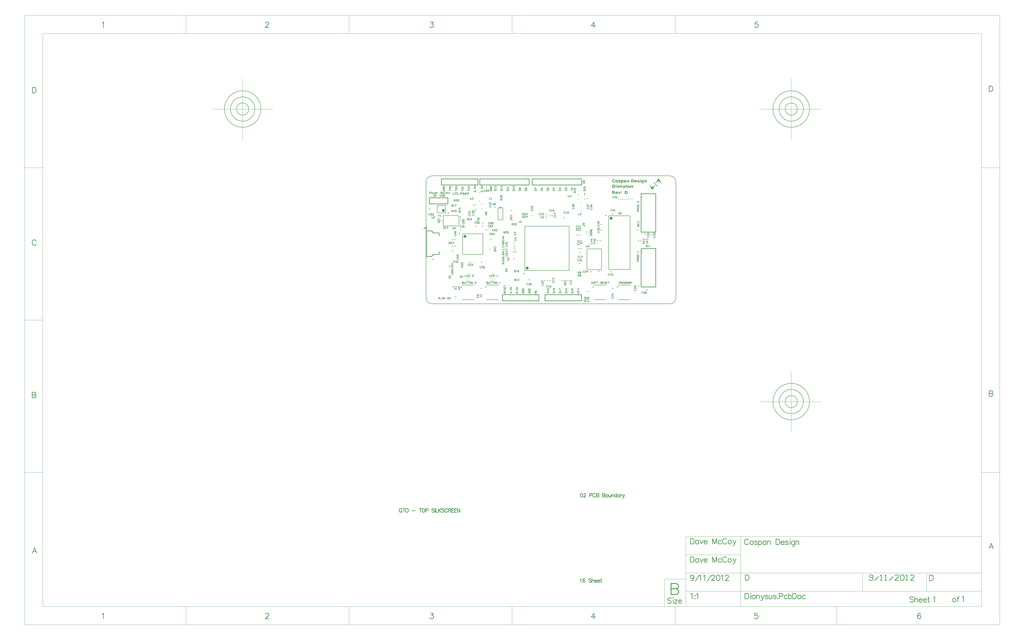
<source format=gto>
%FSLAX25Y25*%
%MOIN*%
G70*
G01*
G75*
%ADD10R,0.02953X0.02559*%
%ADD11R,0.09843X0.03543*%
%ADD12R,0.00984X0.03150*%
%ADD13R,0.02559X0.02953*%
%ADD14R,0.04331X0.12598*%
%ADD15R,0.05906X0.05118*%
%ADD16R,0.02362X0.01969*%
%ADD17R,0.01969X0.02362*%
%ADD18R,0.01772X0.03937*%
%ADD19R,0.02362X0.03937*%
%ADD20R,0.02756X0.01969*%
%ADD21R,0.01969X0.02756*%
%ADD22R,0.07874X0.04724*%
%ADD23O,0.07087X0.01181*%
%ADD24O,0.01181X0.07087*%
%ADD25R,0.05315X0.01575*%
%ADD26R,0.05512X0.06299*%
%ADD27R,0.07087X0.07480*%
%ADD28R,0.05118X0.09055*%
%ADD29R,0.07087X0.11811*%
%ADD30R,0.04921X0.07284*%
%ADD31R,0.07480X0.02835*%
%ADD32R,0.04921X0.01378*%
%ADD33O,0.06102X0.02165*%
%ADD34C,0.00600*%
%ADD35C,0.01000*%
%ADD36C,0.02000*%
%ADD37C,0.03000*%
%ADD38C,0.01500*%
%ADD39C,0.00400*%
%ADD40C,0.00200*%
%ADD41C,0.01400*%
%ADD42C,0.06000*%
%ADD43C,0.03937*%
%ADD44C,0.05906*%
%ADD45C,0.02400*%
%ADD46C,0.04000*%
%ADD47C,0.14900*%
%ADD48C,0.06400*%
G04:AMPARAMS|DCode=49|XSize=80mil|YSize=80mil|CornerRadius=0mil|HoleSize=0mil|Usage=FLASHONLY|Rotation=0.000|XOffset=0mil|YOffset=0mil|HoleType=Round|Shape=Relief|Width=8mil|Gap=10mil|Entries=4|*
%AMTHD49*
7,0,0,0.08000,0.06000,0.00800,45*
%
%ADD49THD49*%
%ADD50C,0.09400*%
%ADD51C,0.03400*%
G04:AMPARAMS|DCode=52|XSize=50mil|YSize=50mil|CornerRadius=0mil|HoleSize=0mil|Usage=FLASHONLY|Rotation=0.000|XOffset=0mil|YOffset=0mil|HoleType=Round|Shape=Relief|Width=8mil|Gap=10mil|Entries=4|*
%AMTHD52*
7,0,0,0.05000,0.03000,0.00800,45*
%
%ADD52THD52*%
%ADD53C,0.00984*%
%ADD54C,0.02362*%
%ADD55C,0.00787*%
%ADD56C,0.00394*%
G36*
X313345Y195160D02*
X312146D01*
Y196137D01*
X313345D01*
Y195160D01*
D02*
G37*
G36*
X340559Y171881D02*
X316389D01*
Y172302D01*
X340559D01*
Y171881D01*
D02*
G37*
G36*
X321774Y194761D02*
X321833Y194754D01*
X321892Y194746D01*
X322033Y194717D01*
X322195Y194672D01*
X322358Y194598D01*
X322440Y194554D01*
X322514Y194502D01*
X322588Y194443D01*
X322654Y194369D01*
X322662Y194361D01*
X322669Y194354D01*
X322684Y194324D01*
X322706Y194295D01*
X322736Y194250D01*
X322765Y194206D01*
X322795Y194139D01*
X322824Y194073D01*
X322854Y193999D01*
X322884Y193910D01*
X322913Y193814D01*
X322943Y193710D01*
X322965Y193599D01*
X322980Y193473D01*
X322995Y193348D01*
Y193207D01*
Y190920D01*
X321788D01*
Y191290D01*
Y192667D01*
Y192674D01*
Y192689D01*
Y192711D01*
Y192748D01*
Y192830D01*
Y192933D01*
X321781Y193044D01*
Y193155D01*
X321774Y193259D01*
X321766Y193340D01*
Y193348D01*
X321759Y193370D01*
Y193407D01*
X321751Y193444D01*
X321722Y193533D01*
X321707Y193577D01*
X321685Y193614D01*
Y193621D01*
X321670Y193636D01*
X321633Y193681D01*
X321574Y193740D01*
X321492Y193799D01*
X321485D01*
X321470Y193806D01*
X321448Y193821D01*
X321411Y193836D01*
X321330Y193858D01*
X321219Y193866D01*
X321204D01*
X321159Y193858D01*
X321093Y193851D01*
X321004Y193828D01*
X320915Y193791D01*
X320819Y193740D01*
X320723Y193666D01*
X320634Y193570D01*
X320627Y193555D01*
X320604Y193518D01*
X320567Y193451D01*
X320530Y193362D01*
X320486Y193251D01*
X320456Y193111D01*
X320427Y192948D01*
X320419Y192770D01*
Y190920D01*
X319221D01*
Y194679D01*
X320419D01*
Y194132D01*
X320434Y194139D01*
X320464Y194176D01*
X320523Y194236D01*
X320590Y194309D01*
X320678Y194384D01*
X320775Y194465D01*
X320878Y194539D01*
X320989Y194606D01*
X321004Y194613D01*
X321041Y194628D01*
X321108Y194657D01*
X321189Y194687D01*
X321293Y194717D01*
X321411Y194746D01*
X321537Y194761D01*
X321670Y194768D01*
X321729D01*
X321774Y194761D01*
D02*
G37*
G36*
X330239D02*
X330343Y194754D01*
X330461Y194746D01*
X330587Y194731D01*
X330720Y194709D01*
X330735D01*
X330757Y194702D01*
X330787D01*
X330861Y194687D01*
X330957Y194672D01*
X331075Y194650D01*
X331216Y194620D01*
X331364Y194591D01*
X331519Y194554D01*
Y193643D01*
X331512D01*
X331505Y193651D01*
X331482Y193658D01*
X331453Y193673D01*
X331379Y193703D01*
X331283Y193732D01*
X331164Y193777D01*
X331038Y193814D01*
X330905Y193851D01*
X330772Y193888D01*
X330765D01*
X330757Y193895D01*
X330713Y193903D01*
X330646Y193917D01*
X330557Y193932D01*
X330454Y193947D01*
X330335Y193954D01*
X330217Y193969D01*
X330039D01*
X329980Y193962D01*
X329906D01*
X329825Y193947D01*
X329736Y193932D01*
X329655Y193910D01*
X329588Y193880D01*
X329581Y193873D01*
X329566Y193866D01*
X329536Y193843D01*
X329507Y193814D01*
X329477Y193777D01*
X329447Y193732D01*
X329433Y193673D01*
X329425Y193614D01*
Y193606D01*
Y193592D01*
X329433Y193562D01*
X329440Y193533D01*
X329455Y193496D01*
X329477Y193458D01*
X329507Y193421D01*
X329544Y193392D01*
X329551D01*
X329566Y193377D01*
X329603Y193370D01*
X329647Y193348D01*
X329706Y193333D01*
X329788Y193310D01*
X329884Y193296D01*
X329995Y193281D01*
X330210Y193251D01*
X330217D01*
X330247Y193244D01*
X330298Y193236D01*
X330358Y193229D01*
X330432Y193214D01*
X330520Y193200D01*
X330609Y193177D01*
X330705Y193155D01*
X330913Y193103D01*
X331120Y193037D01*
X331216Y193000D01*
X331305Y192955D01*
X331379Y192911D01*
X331445Y192859D01*
X331453D01*
X331460Y192844D01*
X331497Y192807D01*
X331549Y192748D01*
X331608Y192652D01*
X331667Y192541D01*
X331719Y192393D01*
X331756Y192223D01*
X331771Y192127D01*
Y192023D01*
Y192016D01*
Y191993D01*
Y191964D01*
X331764Y191927D01*
X331756Y191875D01*
X331749Y191816D01*
X331719Y191683D01*
X331660Y191542D01*
X331630Y191461D01*
X331586Y191386D01*
X331534Y191320D01*
X331475Y191246D01*
X331408Y191179D01*
X331327Y191120D01*
X331320D01*
X331305Y191105D01*
X331283Y191091D01*
X331246Y191076D01*
X331201Y191053D01*
X331142Y191024D01*
X331075Y191002D01*
X330994Y190972D01*
X330905Y190943D01*
X330809Y190920D01*
X330705Y190891D01*
X330587Y190868D01*
X330454Y190854D01*
X330321Y190839D01*
X330165Y190824D01*
X329869D01*
X329773Y190831D01*
X329655Y190839D01*
X329521Y190846D01*
X329381Y190861D01*
X329233Y190883D01*
X329218D01*
X329196Y190891D01*
X329166Y190898D01*
X329085Y190905D01*
X328989Y190928D01*
X328863Y190950D01*
X328730Y190987D01*
X328582Y191016D01*
X328426Y191061D01*
Y191971D01*
X328434D01*
X328441Y191964D01*
X328485Y191941D01*
X328559Y191912D01*
X328648Y191875D01*
X328759Y191831D01*
X328885Y191786D01*
X329018Y191742D01*
X329159Y191705D01*
X329174D01*
X329196Y191697D01*
X329225Y191690D01*
X329299Y191683D01*
X329396Y191668D01*
X329514Y191653D01*
X329640Y191638D01*
X329780Y191631D01*
X329921Y191623D01*
X329980D01*
X330039Y191631D01*
X330121Y191638D01*
X330210Y191646D01*
X330298Y191668D01*
X330380Y191690D01*
X330454Y191719D01*
X330461Y191727D01*
X330483Y191734D01*
X330513Y191756D01*
X330543Y191794D01*
X330572Y191831D01*
X330602Y191882D01*
X330624Y191934D01*
X330631Y192001D01*
Y192008D01*
Y192030D01*
X330624Y192060D01*
X330617Y192089D01*
X330602Y192134D01*
X330580Y192171D01*
X330550Y192208D01*
X330506Y192237D01*
X330498Y192245D01*
X330483Y192252D01*
X330446Y192267D01*
X330395Y192282D01*
X330328Y192304D01*
X330247Y192326D01*
X330143Y192349D01*
X330017Y192363D01*
X329810Y192393D01*
X329803D01*
X329773Y192400D01*
X329736Y192408D01*
X329677Y192415D01*
X329610Y192422D01*
X329536Y192437D01*
X329455Y192459D01*
X329366Y192482D01*
X329181Y192526D01*
X328996Y192593D01*
X328907Y192630D01*
X328826Y192674D01*
X328752Y192719D01*
X328685Y192763D01*
X328670Y192778D01*
X328633Y192815D01*
X328582Y192881D01*
X328530Y192970D01*
X328471Y193088D01*
X328419Y193229D01*
X328382Y193399D01*
X328374Y193488D01*
X328367Y193592D01*
Y193599D01*
Y193621D01*
Y193651D01*
X328374Y193688D01*
X328382Y193740D01*
X328389Y193799D01*
X328419Y193925D01*
X328463Y194073D01*
X328537Y194221D01*
X328589Y194287D01*
X328641Y194361D01*
X328700Y194421D01*
X328774Y194480D01*
X328781D01*
X328796Y194494D01*
X328818Y194509D01*
X328848Y194524D01*
X328892Y194546D01*
X328944Y194569D01*
X329011Y194598D01*
X329085Y194628D01*
X329166Y194650D01*
X329255Y194679D01*
X329359Y194702D01*
X329477Y194724D01*
X329595Y194739D01*
X329729Y194754D01*
X329869Y194768D01*
X330150D01*
X330239Y194761D01*
D02*
G37*
G36*
X339215D02*
X339319Y194754D01*
X339437Y194746D01*
X339563Y194731D01*
X339696Y194709D01*
X339711D01*
X339733Y194702D01*
X339763D01*
X339837Y194687D01*
X339933Y194672D01*
X340052Y194650D01*
X340192Y194620D01*
X340340Y194591D01*
X340496Y194554D01*
Y193643D01*
X340488D01*
X340481Y193651D01*
X340459Y193658D01*
X340429Y193673D01*
X340355Y193703D01*
X340259Y193732D01*
X340140Y193777D01*
X340015Y193814D01*
X339881Y193851D01*
X339748Y193888D01*
X339741D01*
X339733Y193895D01*
X339689Y193903D01*
X339622Y193917D01*
X339534Y193932D01*
X339430Y193947D01*
X339312Y193954D01*
X339193Y193969D01*
X339016D01*
X338956Y193962D01*
X338882D01*
X338801Y193947D01*
X338712Y193932D01*
X338631Y193910D01*
X338564Y193880D01*
X338557Y193873D01*
X338542Y193866D01*
X338512Y193843D01*
X338483Y193814D01*
X338453Y193777D01*
X338424Y193732D01*
X338409Y193673D01*
X338401Y193614D01*
Y193606D01*
Y193592D01*
X338409Y193562D01*
X338416Y193533D01*
X338431Y193496D01*
X338453Y193458D01*
X338483Y193421D01*
X338520Y193392D01*
X338527D01*
X338542Y193377D01*
X338579Y193370D01*
X338623Y193348D01*
X338683Y193333D01*
X338764Y193310D01*
X338860Y193296D01*
X338971Y193281D01*
X339186Y193251D01*
X339193D01*
X339223Y193244D01*
X339275Y193236D01*
X339334Y193229D01*
X339408Y193214D01*
X339497Y193200D01*
X339585Y193177D01*
X339682Y193155D01*
X339889Y193103D01*
X340096Y193037D01*
X340192Y193000D01*
X340281Y192955D01*
X340355Y192911D01*
X340422Y192859D01*
X340429D01*
X340436Y192844D01*
X340473Y192807D01*
X340525Y192748D01*
X340584Y192652D01*
X340644Y192541D01*
X340695Y192393D01*
X340732Y192223D01*
X340747Y192127D01*
Y192023D01*
Y192016D01*
Y191993D01*
Y191964D01*
X340740Y191927D01*
X340732Y191875D01*
X340725Y191816D01*
X340695Y191683D01*
X340636Y191542D01*
X340607Y191461D01*
X340562Y191386D01*
X340510Y191320D01*
X340451Y191246D01*
X340385Y191179D01*
X340303Y191120D01*
X340296D01*
X340281Y191105D01*
X340259Y191091D01*
X340222Y191076D01*
X340177Y191053D01*
X340118Y191024D01*
X340052Y191002D01*
X339970Y190972D01*
X339881Y190943D01*
X339785Y190920D01*
X339682Y190891D01*
X339563Y190868D01*
X339430Y190854D01*
X339297Y190839D01*
X339141Y190824D01*
X338845D01*
X338749Y190831D01*
X338631Y190839D01*
X338498Y190846D01*
X338357Y190861D01*
X338209Y190883D01*
X338194D01*
X338172Y190891D01*
X338142Y190898D01*
X338061Y190905D01*
X337965Y190928D01*
X337839Y190950D01*
X337706Y190987D01*
X337558Y191016D01*
X337402Y191061D01*
Y191971D01*
X337410D01*
X337417Y191964D01*
X337462Y191941D01*
X337536Y191912D01*
X337624Y191875D01*
X337735Y191831D01*
X337861Y191786D01*
X337994Y191742D01*
X338135Y191705D01*
X338150D01*
X338172Y191697D01*
X338202Y191690D01*
X338276Y191683D01*
X338372Y191668D01*
X338490Y191653D01*
X338616Y191638D01*
X338757Y191631D01*
X338897Y191623D01*
X338956D01*
X339016Y191631D01*
X339097Y191638D01*
X339186Y191646D01*
X339275Y191668D01*
X339356Y191690D01*
X339430Y191719D01*
X339437Y191727D01*
X339460Y191734D01*
X339489Y191756D01*
X339519Y191794D01*
X339548Y191831D01*
X339578Y191882D01*
X339600Y191934D01*
X339608Y192001D01*
Y192008D01*
Y192030D01*
X339600Y192060D01*
X339593Y192089D01*
X339578Y192134D01*
X339556Y192171D01*
X339526Y192208D01*
X339482Y192237D01*
X339474Y192245D01*
X339460Y192252D01*
X339423Y192267D01*
X339371Y192282D01*
X339304Y192304D01*
X339223Y192326D01*
X339119Y192349D01*
X338993Y192363D01*
X338786Y192393D01*
X338779D01*
X338749Y192400D01*
X338712Y192408D01*
X338653Y192415D01*
X338586Y192422D01*
X338512Y192437D01*
X338431Y192459D01*
X338342Y192482D01*
X338157Y192526D01*
X337972Y192593D01*
X337883Y192630D01*
X337802Y192674D01*
X337728Y192719D01*
X337661Y192763D01*
X337647Y192778D01*
X337610Y192815D01*
X337558Y192881D01*
X337506Y192970D01*
X337447Y193088D01*
X337395Y193229D01*
X337358Y193399D01*
X337351Y193488D01*
X337343Y193592D01*
Y193599D01*
Y193621D01*
Y193651D01*
X337351Y193688D01*
X337358Y193740D01*
X337365Y193799D01*
X337395Y193925D01*
X337439Y194073D01*
X337513Y194221D01*
X337565Y194287D01*
X337617Y194361D01*
X337676Y194421D01*
X337750Y194480D01*
X337758D01*
X337772Y194494D01*
X337795Y194509D01*
X337824Y194524D01*
X337869Y194546D01*
X337920Y194569D01*
X337987Y194598D01*
X338061Y194628D01*
X338142Y194650D01*
X338231Y194679D01*
X338335Y194702D01*
X338453Y194724D01*
X338572Y194739D01*
X338705Y194754D01*
X338845Y194768D01*
X339127D01*
X339215Y194761D01*
D02*
G37*
G36*
X308230Y177758D02*
X308321Y177752D01*
X308425Y177739D01*
X308541Y177726D01*
X308658Y177706D01*
X308671D01*
X308690Y177700D01*
X308716D01*
X308781Y177687D01*
X308865Y177667D01*
X308962Y177642D01*
X309073Y177616D01*
X309196Y177583D01*
X309319Y177544D01*
Y176968D01*
X309312D01*
X309306Y176974D01*
X309286Y176981D01*
X309261Y176994D01*
X309196Y177020D01*
X309111Y177058D01*
X309014Y177091D01*
X308904Y177130D01*
X308787Y177169D01*
X308677Y177201D01*
X308664Y177207D01*
X308625Y177214D01*
X308567Y177227D01*
X308496Y177246D01*
X308405Y177259D01*
X308308Y177272D01*
X308204Y177279D01*
X308101Y177285D01*
X308023D01*
X307984Y177279D01*
X307932Y177272D01*
X307828Y177259D01*
X307705Y177240D01*
X307582Y177201D01*
X307466Y177156D01*
X307355Y177091D01*
X307342Y177084D01*
X307316Y177058D01*
X307271Y177013D01*
X307226Y176955D01*
X307180Y176877D01*
X307135Y176786D01*
X307109Y176683D01*
X307096Y176559D01*
Y176547D01*
Y176514D01*
X307103Y176462D01*
X307116Y176397D01*
X307135Y176326D01*
X307167Y176248D01*
X307206Y176184D01*
X307265Y176119D01*
X307271Y176112D01*
X307297Y176093D01*
X307349Y176067D01*
X307414Y176035D01*
X307504Y175996D01*
X307556Y175976D01*
X307615Y175957D01*
X307686Y175937D01*
X307757Y175918D01*
X307841Y175899D01*
X307926Y175879D01*
X308289Y175808D01*
X308295D01*
X308321Y175801D01*
X308353Y175795D01*
X308399Y175782D01*
X308451Y175769D01*
X308515Y175749D01*
X308587Y175730D01*
X308658Y175704D01*
X308820Y175639D01*
X308982Y175561D01*
X309131Y175471D01*
X309202Y175419D01*
X309267Y175361D01*
X309273Y175354D01*
X309280Y175348D01*
X309299Y175328D01*
X309319Y175302D01*
X309338Y175270D01*
X309371Y175231D01*
X309397Y175186D01*
X309429Y175134D01*
X309487Y175017D01*
X309533Y174868D01*
X309572Y174700D01*
X309578Y174609D01*
X309584Y174512D01*
Y174505D01*
Y174486D01*
Y174453D01*
X309578Y174408D01*
X309572Y174356D01*
X309565Y174291D01*
X309552Y174220D01*
X309533Y174149D01*
X309481Y173993D01*
X309448Y173909D01*
X309403Y173831D01*
X309358Y173754D01*
X309299Y173676D01*
X309235Y173605D01*
X309157Y173540D01*
X309150Y173533D01*
X309137Y173527D01*
X309111Y173507D01*
X309079Y173488D01*
X309034Y173462D01*
X308975Y173436D01*
X308917Y173410D01*
X308839Y173378D01*
X308755Y173345D01*
X308664Y173319D01*
X308561Y173293D01*
X308451Y173268D01*
X308327Y173248D01*
X308198Y173229D01*
X308055Y173222D01*
X307906Y173216D01*
X307854D01*
X307789Y173222D01*
X307705D01*
X307608Y173235D01*
X307491Y173248D01*
X307368Y173261D01*
X307239Y173287D01*
X307232D01*
X307226Y173293D01*
X307206D01*
X307180Y173300D01*
X307109Y173313D01*
X307018Y173339D01*
X306908Y173365D01*
X306785Y173404D01*
X306656Y173443D01*
X306519Y173494D01*
Y174103D01*
X306526D01*
X306532Y174097D01*
X306552Y174084D01*
X306578Y174071D01*
X306649Y174032D01*
X306740Y173987D01*
X306850Y173935D01*
X306967Y173883D01*
X307090Y173838D01*
X307219Y173793D01*
X307226D01*
X307232Y173786D01*
X307252D01*
X307278Y173779D01*
X307349Y173760D01*
X307433Y173747D01*
X307537Y173728D01*
X307653Y173708D01*
X307777Y173702D01*
X307900Y173695D01*
X307951D01*
X307984Y173702D01*
X308029D01*
X308075Y173708D01*
X308191Y173721D01*
X308314Y173741D01*
X308444Y173779D01*
X308574Y173825D01*
X308684Y173890D01*
X308690D01*
X308697Y173896D01*
X308729Y173929D01*
X308774Y173974D01*
X308826Y174039D01*
X308872Y174117D01*
X308917Y174214D01*
X308949Y174330D01*
X308962Y174395D01*
Y174460D01*
Y174466D01*
Y174473D01*
Y174512D01*
X308949Y174570D01*
X308937Y174648D01*
X308911Y174726D01*
X308878Y174810D01*
X308826Y174894D01*
X308762Y174965D01*
X308755Y174972D01*
X308723Y174998D01*
X308677Y175030D01*
X308606Y175069D01*
X308515Y175114D01*
X308405Y175160D01*
X308269Y175205D01*
X308114Y175244D01*
X307751Y175315D01*
X307744D01*
X307725Y175322D01*
X307686Y175328D01*
X307641Y175341D01*
X307589Y175354D01*
X307524Y175374D01*
X307459Y175393D01*
X307381Y175412D01*
X307226Y175471D01*
X307070Y175542D01*
X306921Y175626D01*
X306850Y175672D01*
X306792Y175724D01*
Y175730D01*
X306779Y175736D01*
X306766Y175756D01*
X306746Y175775D01*
X306701Y175840D01*
X306649Y175931D01*
X306591Y176041D01*
X306545Y176177D01*
X306513Y176333D01*
X306506Y176423D01*
X306500Y176514D01*
Y176521D01*
Y176540D01*
Y176572D01*
X306506Y176611D01*
X306513Y176657D01*
X306519Y176715D01*
X306552Y176845D01*
X306597Y176994D01*
X306636Y177065D01*
X306675Y177143D01*
X306720Y177220D01*
X306772Y177292D01*
X306837Y177363D01*
X306908Y177428D01*
X306915Y177434D01*
X306928Y177441D01*
X306954Y177460D01*
X306986Y177480D01*
X307025Y177506D01*
X307077Y177531D01*
X307135Y177564D01*
X307200Y177596D01*
X307278Y177629D01*
X307362Y177661D01*
X307453Y177687D01*
X307556Y177713D01*
X307666Y177732D01*
X307783Y177752D01*
X307906Y177758D01*
X308036Y177765D01*
X308146D01*
X308230Y177758D01*
D02*
G37*
G36*
X355658Y203533D02*
X355754Y203518D01*
X355858Y203504D01*
X355976Y203474D01*
X356095Y203437D01*
X356206Y203385D01*
X356221Y203378D01*
X356258Y203356D01*
X356317Y203319D01*
X356391Y203267D01*
X356472Y203200D01*
X356568Y203111D01*
X356665Y203015D01*
X356761Y202897D01*
Y203459D01*
X357967D01*
Y200077D01*
Y200070D01*
Y200040D01*
Y199989D01*
X357960Y199929D01*
X357952Y199855D01*
X357937Y199767D01*
X357915Y199670D01*
X357893Y199567D01*
X357863Y199456D01*
X357826Y199345D01*
X357782Y199234D01*
X357723Y199115D01*
X357656Y199004D01*
X357582Y198893D01*
X357493Y198797D01*
X357390Y198701D01*
X357382Y198694D01*
X357360Y198679D01*
X357331Y198657D01*
X357286Y198627D01*
X357227Y198590D01*
X357153Y198546D01*
X357064Y198509D01*
X356968Y198464D01*
X356857Y198412D01*
X356739Y198375D01*
X356598Y198331D01*
X356450Y198294D01*
X356287Y198264D01*
X356117Y198242D01*
X355932Y198227D01*
X355732Y198220D01*
X355599D01*
X355510Y198227D01*
X355407Y198235D01*
X355296Y198242D01*
X355044Y198279D01*
X355029D01*
X354985Y198287D01*
X354926Y198301D01*
X354844Y198316D01*
X354741Y198338D01*
X354630Y198368D01*
X354511Y198398D01*
X354393Y198435D01*
Y199367D01*
X354408Y199360D01*
X354445Y199337D01*
X354504Y199308D01*
X354585Y199271D01*
X354681Y199226D01*
X354785Y199182D01*
X354896Y199138D01*
X355007Y199101D01*
X355022D01*
X355059Y199086D01*
X355118Y199071D01*
X355199Y199056D01*
X355288Y199041D01*
X355392Y199027D01*
X355503Y199019D01*
X355614Y199012D01*
X355673D01*
X355710Y199019D01*
X355762D01*
X355814Y199027D01*
X355947Y199041D01*
X356087Y199078D01*
X356228Y199123D01*
X356361Y199182D01*
X356428Y199226D01*
X356480Y199271D01*
X356494Y199286D01*
X356524Y199323D01*
X356568Y199382D01*
X356620Y199471D01*
X356672Y199582D01*
X356716Y199722D01*
X356746Y199885D01*
X356761Y200077D01*
Y200336D01*
X356746Y200322D01*
X356716Y200285D01*
X356665Y200225D01*
X356598Y200151D01*
X356517Y200070D01*
X356420Y199989D01*
X356317Y199915D01*
X356206Y199848D01*
X356191Y199841D01*
X356154Y199826D01*
X356095Y199804D01*
X356006Y199774D01*
X355910Y199744D01*
X355791Y199722D01*
X355658Y199707D01*
X355518Y199700D01*
X355488D01*
X355451Y199707D01*
X355407D01*
X355347Y199715D01*
X355273Y199730D01*
X355199Y199744D01*
X355118Y199767D01*
X355029Y199796D01*
X354940Y199833D01*
X354844Y199878D01*
X354748Y199929D01*
X354652Y199989D01*
X354556Y200063D01*
X354467Y200144D01*
X354378Y200240D01*
X354371Y200248D01*
X354356Y200262D01*
X354334Y200299D01*
X354311Y200336D01*
X354274Y200388D01*
X354237Y200455D01*
X354200Y200529D01*
X354156Y200618D01*
X354112Y200706D01*
X354075Y200817D01*
X354038Y200928D01*
X354001Y201047D01*
X353978Y201180D01*
X353956Y201321D01*
X353941Y201461D01*
X353934Y201617D01*
Y201624D01*
Y201654D01*
Y201698D01*
X353941Y201757D01*
X353949Y201831D01*
X353956Y201913D01*
X353971Y202009D01*
X353993Y202105D01*
X354045Y202327D01*
X354082Y202438D01*
X354119Y202556D01*
X354171Y202675D01*
X354230Y202786D01*
X354297Y202897D01*
X354378Y203000D01*
X354385Y203008D01*
X354400Y203023D01*
X354422Y203052D01*
X354459Y203082D01*
X354504Y203126D01*
X354556Y203171D01*
X354622Y203222D01*
X354689Y203274D01*
X354770Y203319D01*
X354852Y203370D01*
X354948Y203415D01*
X355051Y203459D01*
X355155Y203489D01*
X355273Y203518D01*
X355392Y203533D01*
X355518Y203541D01*
X355584D01*
X355658Y203533D01*
D02*
G37*
G36*
X315747Y175665D02*
X315125D01*
Y176410D01*
X315747D01*
Y175665D01*
D02*
G37*
G36*
Y173300D02*
X315125D01*
Y174045D01*
X315747D01*
Y173300D01*
D02*
G37*
G36*
X313829D02*
X313025D01*
X311088Y176968D01*
Y173300D01*
X310511D01*
Y177687D01*
X311308D01*
X313252Y174013D01*
Y177687D01*
X313829D01*
Y173300D01*
D02*
G37*
G36*
X326302Y190565D02*
Y190558D01*
X326295Y190535D01*
X326280Y190506D01*
X326258Y190462D01*
X326236Y190417D01*
X326214Y190358D01*
X326147Y190225D01*
X326066Y190077D01*
X325969Y189936D01*
X325866Y189803D01*
X325807Y189744D01*
X325747Y189692D01*
X325733Y189684D01*
X325688Y189655D01*
X325622Y189611D01*
X325525Y189566D01*
X325407Y189522D01*
X325259Y189477D01*
X325096Y189448D01*
X324911Y189440D01*
X324216D01*
Y190225D01*
X324645D01*
X324697Y190232D01*
X324763Y190240D01*
X324911Y190269D01*
X324978Y190291D01*
X325037Y190328D01*
X325044Y190336D01*
X325059Y190350D01*
X325089Y190373D01*
X325118Y190410D01*
X325148Y190454D01*
X325185Y190513D01*
X325222Y190587D01*
X325252Y190676D01*
X325289Y190780D01*
X323616Y194679D01*
X324815D01*
X325821Y192127D01*
X326680Y194679D01*
X327886D01*
X326302Y190565D01*
D02*
G37*
G36*
X322277Y180757D02*
X321063D01*
Y182052D01*
X322277D01*
Y180757D01*
D02*
G37*
G36*
X318710D02*
X317393D01*
X315920Y184516D01*
X317119D01*
X318051Y181911D01*
X318984Y184516D01*
X320190D01*
X318710Y180757D01*
D02*
G37*
G36*
X308631Y185759D02*
X308713D01*
X308809Y185752D01*
X308912Y185737D01*
X309023Y185722D01*
X309260Y185685D01*
X309497Y185626D01*
X309615Y185589D01*
X309726Y185545D01*
X309830Y185493D01*
X309919Y185434D01*
X309926D01*
X309941Y185419D01*
X309963Y185397D01*
X309993Y185367D01*
X310030Y185337D01*
X310067Y185293D01*
X310111Y185241D01*
X310156Y185175D01*
X310193Y185108D01*
X310237Y185034D01*
X310274Y184945D01*
X310311Y184849D01*
X310341Y184745D01*
X310363Y184634D01*
X310378Y184516D01*
X310385Y184383D01*
Y184375D01*
Y184361D01*
Y184338D01*
Y184301D01*
X310378Y184257D01*
X310370Y184213D01*
X310355Y184094D01*
X310326Y183961D01*
X310281Y183828D01*
X310222Y183687D01*
X310141Y183561D01*
X310133Y183547D01*
X310096Y183510D01*
X310037Y183450D01*
X309963Y183384D01*
X309860Y183310D01*
X309741Y183228D01*
X309593Y183154D01*
X309423Y183095D01*
X309438D01*
X309467Y183080D01*
X309519Y183066D01*
X309586Y183036D01*
X309652Y182999D01*
X309734Y182955D01*
X309815Y182895D01*
X309897Y182821D01*
X309904Y182814D01*
X309934Y182784D01*
X309971Y182733D01*
X310030Y182659D01*
X310089Y182570D01*
X310163Y182459D01*
X310237Y182326D01*
X310318Y182178D01*
X311021Y180757D01*
X309645D01*
X309038Y182000D01*
Y182007D01*
X309031Y182015D01*
X309009Y182059D01*
X308972Y182126D01*
X308920Y182200D01*
X308868Y182289D01*
X308801Y182370D01*
X308735Y182451D01*
X308661Y182511D01*
X308653Y182518D01*
X308624Y182533D01*
X308587Y182555D01*
X308528Y182585D01*
X308454Y182607D01*
X308365Y182629D01*
X308261Y182644D01*
X308150Y182651D01*
X307788D01*
Y180757D01*
X306500D01*
Y185767D01*
X308565D01*
X308631Y185759D01*
D02*
G37*
G36*
X328635Y185715D02*
X328746D01*
X328865Y185707D01*
X328998Y185700D01*
X329272Y185685D01*
X329553Y185656D01*
X329694Y185633D01*
X329819Y185611D01*
X329945Y185589D01*
X330056Y185559D01*
X330064D01*
X330078Y185552D01*
X330108Y185545D01*
X330152Y185530D01*
X330197Y185508D01*
X330256Y185485D01*
X330389Y185426D01*
X330537Y185352D01*
X330700Y185256D01*
X330863Y185138D01*
X331018Y185004D01*
X331026D01*
X331033Y184990D01*
X331077Y184945D01*
X331137Y184871D01*
X331211Y184782D01*
X331299Y184664D01*
X331381Y184531D01*
X331462Y184383D01*
X331536Y184220D01*
Y184213D01*
X331544Y184198D01*
X331551Y184176D01*
X331566Y184139D01*
X331581Y184102D01*
X331595Y184050D01*
X331610Y183991D01*
X331625Y183931D01*
X331655Y183783D01*
X331684Y183613D01*
X331706Y183421D01*
X331714Y183221D01*
Y183214D01*
Y183199D01*
Y183169D01*
Y183125D01*
X331706Y183073D01*
Y183021D01*
X331692Y182881D01*
X331669Y182725D01*
X331640Y182555D01*
X331595Y182377D01*
X331536Y182207D01*
Y182200D01*
X331529Y182185D01*
X331521Y182163D01*
X331507Y182133D01*
X331462Y182052D01*
X331410Y181941D01*
X331336Y181822D01*
X331248Y181689D01*
X331144Y181556D01*
X331018Y181423D01*
X331011Y181415D01*
X331003Y181408D01*
X330974Y181386D01*
X330944Y181356D01*
X330907Y181327D01*
X330863Y181290D01*
X330744Y181208D01*
X330604Y181112D01*
X330441Y181023D01*
X330249Y180942D01*
X330049Y180868D01*
X330041D01*
X330019Y180860D01*
X329990Y180853D01*
X329945Y180846D01*
X329886Y180831D01*
X329812Y180816D01*
X329723Y180801D01*
X329627Y180794D01*
X329516Y180779D01*
X329390Y180764D01*
X329250Y180749D01*
X329094Y180735D01*
X328931Y180727D01*
X328754Y180720D01*
X328561Y180712D01*
X327000D01*
Y185722D01*
X328539D01*
X328635Y185715D01*
D02*
G37*
G36*
X313685Y184597D02*
X313759Y184590D01*
X313848Y184575D01*
X313944Y184560D01*
X314048Y184538D01*
X314159Y184509D01*
X314277Y184472D01*
X314396Y184427D01*
X314514Y184375D01*
X314633Y184316D01*
X314744Y184242D01*
X314855Y184161D01*
X314958Y184065D01*
X314966Y184057D01*
X314980Y184042D01*
X315010Y184013D01*
X315040Y183968D01*
X315084Y183917D01*
X315128Y183850D01*
X315173Y183776D01*
X315225Y183687D01*
X315276Y183591D01*
X315321Y183487D01*
X315365Y183369D01*
X315410Y183243D01*
X315439Y183103D01*
X315469Y182962D01*
X315484Y182807D01*
X315491Y182644D01*
Y182303D01*
X312679D01*
Y182296D01*
Y182289D01*
X312686Y182266D01*
Y182237D01*
X312701Y182155D01*
X312731Y182067D01*
X312768Y181963D01*
X312820Y181859D01*
X312886Y181756D01*
X312975Y181667D01*
X312990Y181660D01*
X313027Y181637D01*
X313086Y181600D01*
X313167Y181563D01*
X313271Y181526D01*
X313397Y181489D01*
X313545Y181467D01*
X313715Y181460D01*
X313782D01*
X313856Y181467D01*
X313952Y181475D01*
X314070Y181489D01*
X314203Y181504D01*
X314344Y181534D01*
X314492Y181571D01*
X314499D01*
X314507Y181578D01*
X314529Y181586D01*
X314559Y181593D01*
X314640Y181615D01*
X314744Y181652D01*
X314869Y181704D01*
X315010Y181763D01*
X315158Y181830D01*
X315313Y181911D01*
Y180986D01*
X315306D01*
X315291Y180979D01*
X315269Y180971D01*
X315239Y180957D01*
X315202Y180949D01*
X315158Y180927D01*
X315047Y180897D01*
X314914Y180853D01*
X314773Y180816D01*
X314618Y180779D01*
X314455Y180742D01*
X314433D01*
X314411Y180735D01*
X314381Y180727D01*
X314344Y180720D01*
X314300D01*
X314189Y180705D01*
X314063Y180690D01*
X313915Y180675D01*
X313767Y180668D01*
X313604Y180661D01*
X313508D01*
X313434Y180668D01*
X313352Y180675D01*
X313249Y180690D01*
X313145Y180705D01*
X313027Y180727D01*
X312901Y180749D01*
X312768Y180786D01*
X312635Y180831D01*
X312509Y180883D01*
X312376Y180942D01*
X312250Y181008D01*
X312131Y181090D01*
X312020Y181179D01*
X312013Y181186D01*
X311998Y181201D01*
X311969Y181230D01*
X311932Y181275D01*
X311887Y181327D01*
X311843Y181393D01*
X311791Y181467D01*
X311739Y181556D01*
X311687Y181652D01*
X311636Y181763D01*
X311591Y181882D01*
X311547Y182007D01*
X311510Y182148D01*
X311480Y182296D01*
X311465Y182459D01*
X311458Y182629D01*
Y182636D01*
Y182666D01*
X311465Y182718D01*
Y182784D01*
X311473Y182858D01*
X311488Y182947D01*
X311502Y183043D01*
X311525Y183154D01*
X311554Y183265D01*
X311591Y183384D01*
X311636Y183502D01*
X311695Y183628D01*
X311754Y183746D01*
X311828Y183857D01*
X311917Y183968D01*
X312013Y184072D01*
X312020Y184079D01*
X312043Y184094D01*
X312072Y184124D01*
X312117Y184153D01*
X312168Y184198D01*
X312242Y184242D01*
X312324Y184287D01*
X312413Y184338D01*
X312516Y184390D01*
X312627Y184435D01*
X312753Y184479D01*
X312894Y184523D01*
X313034Y184553D01*
X313197Y184583D01*
X313360Y184597D01*
X313537Y184605D01*
X313626D01*
X313685Y184597D01*
D02*
G37*
G36*
X313345Y190920D02*
X312146D01*
Y194679D01*
X313345D01*
Y190920D01*
D02*
G37*
G36*
X336411D02*
X335212D01*
Y191468D01*
X335197Y191453D01*
X335168Y191416D01*
X335108Y191357D01*
X335034Y191283D01*
X334953Y191201D01*
X334857Y191120D01*
X334746Y191046D01*
X334635Y190980D01*
X334620Y190972D01*
X334583Y190957D01*
X334516Y190928D01*
X334435Y190905D01*
X334339Y190876D01*
X334220Y190846D01*
X334095Y190831D01*
X333961Y190824D01*
X333902D01*
X333858Y190831D01*
X333799Y190839D01*
X333739Y190846D01*
X333591Y190876D01*
X333436Y190920D01*
X333266Y190987D01*
X333184Y191031D01*
X333110Y191091D01*
X333036Y191150D01*
X332970Y191216D01*
Y191224D01*
X332955Y191238D01*
X332940Y191261D01*
X332918Y191290D01*
X332896Y191335D01*
X332866Y191386D01*
X332837Y191446D01*
X332807Y191512D01*
X332770Y191586D01*
X332740Y191675D01*
X332711Y191771D01*
X332689Y191875D01*
X332666Y191986D01*
X332652Y192112D01*
X332644Y192237D01*
X332637Y192378D01*
Y194679D01*
X333843D01*
Y194302D01*
Y194287D01*
Y194250D01*
Y194176D01*
Y194088D01*
Y193976D01*
Y193843D01*
X333836Y193695D01*
Y193533D01*
Y193525D01*
Y193510D01*
Y193488D01*
Y193458D01*
Y193377D01*
Y193281D01*
Y193185D01*
Y193081D01*
Y192992D01*
Y192918D01*
Y192911D01*
Y192896D01*
Y192874D01*
Y192844D01*
Y192763D01*
Y192667D01*
X333843Y192563D01*
Y192452D01*
X333850Y192356D01*
X333858Y192267D01*
Y192260D01*
X333865Y192237D01*
Y192201D01*
X333880Y192156D01*
X333902Y192060D01*
X333917Y192016D01*
X333939Y191979D01*
Y191971D01*
X333954Y191956D01*
X333991Y191912D01*
X334050Y191853D01*
X334132Y191794D01*
X334139D01*
X334154Y191786D01*
X334176Y191779D01*
X334213Y191764D01*
X334294Y191742D01*
X334405Y191734D01*
X334420D01*
X334465Y191742D01*
X334531Y191749D01*
X334620Y191771D01*
X334709Y191801D01*
X334805Y191853D01*
X334901Y191919D01*
X334990Y192016D01*
X334997Y192030D01*
X335027Y192067D01*
X335064Y192134D01*
X335101Y192223D01*
X335145Y192341D01*
X335175Y192474D01*
X335205Y192637D01*
X335212Y192822D01*
Y194679D01*
X336411D01*
Y190920D01*
D02*
G37*
G36*
X308135Y195923D02*
X308246D01*
X308365Y195915D01*
X308498Y195908D01*
X308772Y195893D01*
X309053Y195863D01*
X309194Y195841D01*
X309319Y195819D01*
X309445Y195797D01*
X309556Y195767D01*
X309564D01*
X309578Y195760D01*
X309608Y195753D01*
X309652Y195738D01*
X309697Y195715D01*
X309756Y195693D01*
X309889Y195634D01*
X310037Y195560D01*
X310200Y195464D01*
X310363Y195345D01*
X310518Y195212D01*
X310526D01*
X310533Y195197D01*
X310577Y195153D01*
X310637Y195079D01*
X310711Y194990D01*
X310799Y194872D01*
X310881Y194739D01*
X310962Y194591D01*
X311036Y194428D01*
Y194421D01*
X311044Y194406D01*
X311051Y194384D01*
X311066Y194346D01*
X311081Y194309D01*
X311095Y194258D01*
X311110Y194199D01*
X311125Y194139D01*
X311155Y193991D01*
X311184Y193821D01*
X311206Y193629D01*
X311214Y193429D01*
Y193421D01*
Y193407D01*
Y193377D01*
Y193333D01*
X311206Y193281D01*
Y193229D01*
X311192Y193088D01*
X311169Y192933D01*
X311140Y192763D01*
X311095Y192585D01*
X311036Y192415D01*
Y192408D01*
X311029Y192393D01*
X311021Y192371D01*
X311007Y192341D01*
X310962Y192260D01*
X310910Y192149D01*
X310836Y192030D01*
X310748Y191897D01*
X310644Y191764D01*
X310518Y191631D01*
X310511Y191623D01*
X310503Y191616D01*
X310474Y191594D01*
X310444Y191564D01*
X310407Y191534D01*
X310363Y191498D01*
X310244Y191416D01*
X310104Y191320D01*
X309941Y191231D01*
X309749Y191150D01*
X309549Y191076D01*
X309541D01*
X309519Y191068D01*
X309490Y191061D01*
X309445Y191053D01*
X309386Y191039D01*
X309312Y191024D01*
X309223Y191009D01*
X309127Y191002D01*
X309016Y190987D01*
X308890Y190972D01*
X308750Y190957D01*
X308594Y190943D01*
X308431Y190935D01*
X308254Y190928D01*
X308061Y190920D01*
X306500D01*
Y195930D01*
X308039D01*
X308135Y195923D01*
D02*
G37*
G36*
X322277Y183221D02*
X321063D01*
Y184516D01*
X322277D01*
Y183221D01*
D02*
G37*
G36*
X316446Y194761D02*
X316527Y194754D01*
X316616Y194739D01*
X316727Y194724D01*
X316838Y194702D01*
X316956Y194672D01*
X317082Y194642D01*
X317208Y194598D01*
X317334Y194546D01*
X317459Y194487D01*
X317578Y194413D01*
X317696Y194339D01*
X317800Y194243D01*
X317807Y194236D01*
X317822Y194221D01*
X317852Y194191D01*
X317889Y194147D01*
X317926Y194095D01*
X317970Y194028D01*
X318022Y193954D01*
X318074Y193866D01*
X318125Y193769D01*
X318177Y193658D01*
X318222Y193540D01*
X318259Y193407D01*
X318296Y193273D01*
X318325Y193118D01*
X318340Y192963D01*
X318347Y192792D01*
Y192785D01*
Y192755D01*
Y192704D01*
X318340Y192637D01*
X318333Y192563D01*
X318318Y192474D01*
X318303Y192371D01*
X318281Y192267D01*
X318251Y192149D01*
X318214Y192030D01*
X318170Y191912D01*
X318118Y191794D01*
X318051Y191668D01*
X317977Y191557D01*
X317896Y191446D01*
X317800Y191342D01*
X317792Y191335D01*
X317778Y191320D01*
X317741Y191298D01*
X317696Y191261D01*
X317644Y191224D01*
X317578Y191179D01*
X317496Y191135D01*
X317408Y191083D01*
X317304Y191039D01*
X317186Y190987D01*
X317067Y190943D01*
X316927Y190905D01*
X316786Y190868D01*
X316623Y190846D01*
X316460Y190831D01*
X316283Y190824D01*
X316187D01*
X316120Y190831D01*
X316039Y190839D01*
X315950Y190854D01*
X315846Y190868D01*
X315728Y190891D01*
X315609Y190913D01*
X315484Y190950D01*
X315358Y190994D01*
X315232Y191046D01*
X315106Y191105D01*
X314988Y191172D01*
X314877Y191253D01*
X314766Y191342D01*
X314758Y191349D01*
X314744Y191364D01*
X314714Y191394D01*
X314677Y191438D01*
X314640Y191490D01*
X314596Y191557D01*
X314544Y191631D01*
X314492Y191719D01*
X314440Y191816D01*
X314388Y191927D01*
X314344Y192045D01*
X314307Y192178D01*
X314270Y192319D01*
X314240Y192467D01*
X314226Y192622D01*
X314218Y192792D01*
Y192800D01*
Y192837D01*
X314226Y192881D01*
Y192948D01*
X314233Y193022D01*
X314248Y193111D01*
X314263Y193214D01*
X314285Y193318D01*
X314314Y193436D01*
X314351Y193555D01*
X314396Y193673D01*
X314448Y193791D01*
X314514Y193917D01*
X314588Y194028D01*
X314670Y194139D01*
X314766Y194243D01*
X314773Y194250D01*
X314788Y194265D01*
X314825Y194295D01*
X314869Y194324D01*
X314921Y194361D01*
X314988Y194406D01*
X315069Y194457D01*
X315158Y194509D01*
X315262Y194554D01*
X315380Y194606D01*
X315498Y194650D01*
X315639Y194687D01*
X315780Y194717D01*
X315942Y194746D01*
X316105Y194761D01*
X316283Y194768D01*
X316379D01*
X316446Y194761D01*
D02*
G37*
G36*
X332681Y203541D02*
X332740Y203533D01*
X332800Y203526D01*
X332940Y203496D01*
X333103Y203452D01*
X333266Y203378D01*
X333347Y203333D01*
X333421Y203282D01*
X333495Y203222D01*
X333562Y203148D01*
X333569Y203141D01*
X333577Y203134D01*
X333591Y203104D01*
X333614Y203074D01*
X333643Y203030D01*
X333673Y202986D01*
X333702Y202919D01*
X333732Y202852D01*
X333762Y202778D01*
X333791Y202690D01*
X333821Y202593D01*
X333850Y202490D01*
X333873Y202379D01*
X333887Y202253D01*
X333902Y202127D01*
Y201987D01*
Y199700D01*
X332696D01*
Y200070D01*
Y201446D01*
Y201454D01*
Y201469D01*
Y201491D01*
Y201528D01*
Y201609D01*
Y201713D01*
X332689Y201824D01*
Y201935D01*
X332681Y202038D01*
X332674Y202120D01*
Y202127D01*
X332666Y202149D01*
Y202186D01*
X332659Y202223D01*
X332629Y202312D01*
X332615Y202357D01*
X332592Y202394D01*
Y202401D01*
X332578Y202416D01*
X332541Y202460D01*
X332481Y202519D01*
X332400Y202579D01*
X332393D01*
X332378Y202586D01*
X332356Y202601D01*
X332319Y202616D01*
X332237Y202638D01*
X332126Y202645D01*
X332111D01*
X332067Y202638D01*
X332000Y202630D01*
X331912Y202608D01*
X331823Y202571D01*
X331727Y202519D01*
X331630Y202445D01*
X331542Y202349D01*
X331534Y202334D01*
X331512Y202297D01*
X331475Y202231D01*
X331438Y202142D01*
X331394Y202031D01*
X331364Y201890D01*
X331334Y201728D01*
X331327Y201550D01*
Y199700D01*
X330128D01*
Y203459D01*
X331327D01*
Y202912D01*
X331342Y202919D01*
X331371Y202956D01*
X331431Y203015D01*
X331497Y203089D01*
X331586Y203163D01*
X331682Y203245D01*
X331786Y203319D01*
X331897Y203385D01*
X331912Y203393D01*
X331949Y203407D01*
X332015Y203437D01*
X332097Y203467D01*
X332200Y203496D01*
X332319Y203526D01*
X332444Y203541D01*
X332578Y203548D01*
X332637D01*
X332681Y203541D01*
D02*
G37*
G36*
X361667D02*
X361726Y203533D01*
X361785Y203526D01*
X361926Y203496D01*
X362089Y203452D01*
X362252Y203378D01*
X362333Y203333D01*
X362407Y203282D01*
X362481Y203222D01*
X362548Y203148D01*
X362555Y203141D01*
X362562Y203134D01*
X362577Y203104D01*
X362599Y203074D01*
X362629Y203030D01*
X362659Y202986D01*
X362688Y202919D01*
X362718Y202852D01*
X362747Y202778D01*
X362777Y202690D01*
X362807Y202593D01*
X362836Y202490D01*
X362858Y202379D01*
X362873Y202253D01*
X362888Y202127D01*
Y201987D01*
Y199700D01*
X361682D01*
Y200070D01*
Y201446D01*
Y201454D01*
Y201469D01*
Y201491D01*
Y201528D01*
Y201609D01*
Y201713D01*
X361674Y201824D01*
Y201935D01*
X361667Y202038D01*
X361660Y202120D01*
Y202127D01*
X361652Y202149D01*
Y202186D01*
X361645Y202223D01*
X361615Y202312D01*
X361600Y202357D01*
X361578Y202394D01*
Y202401D01*
X361563Y202416D01*
X361526Y202460D01*
X361467Y202519D01*
X361386Y202579D01*
X361378D01*
X361364Y202586D01*
X361341Y202601D01*
X361304Y202616D01*
X361223Y202638D01*
X361112Y202645D01*
X361097D01*
X361053Y202638D01*
X360986Y202630D01*
X360897Y202608D01*
X360809Y202571D01*
X360712Y202519D01*
X360616Y202445D01*
X360527Y202349D01*
X360520Y202334D01*
X360498Y202297D01*
X360461Y202231D01*
X360424Y202142D01*
X360379Y202031D01*
X360350Y201890D01*
X360320Y201728D01*
X360313Y201550D01*
Y199700D01*
X359114D01*
Y203459D01*
X360313D01*
Y202912D01*
X360328Y202919D01*
X360357Y202956D01*
X360416Y203015D01*
X360483Y203089D01*
X360572Y203163D01*
X360668Y203245D01*
X360772Y203319D01*
X360883Y203385D01*
X360897Y203393D01*
X360934Y203407D01*
X361001Y203437D01*
X361082Y203467D01*
X361186Y203496D01*
X361304Y203526D01*
X361430Y203541D01*
X361563Y203548D01*
X361623D01*
X361667Y203541D01*
D02*
G37*
G36*
X323143D02*
X323202Y203533D01*
X323268Y203518D01*
X323342Y203504D01*
X323431Y203481D01*
X323513Y203452D01*
X323609Y203415D01*
X323705Y203370D01*
X323801Y203311D01*
X323897Y203252D01*
X323986Y203178D01*
X324075Y203089D01*
X324164Y202993D01*
X324171Y202986D01*
X324186Y202971D01*
X324208Y202934D01*
X324238Y202889D01*
X324267Y202838D01*
X324304Y202771D01*
X324349Y202697D01*
X324393Y202608D01*
X324430Y202512D01*
X324475Y202401D01*
X324512Y202283D01*
X324549Y202157D01*
X324571Y202024D01*
X324593Y201883D01*
X324608Y201728D01*
X324615Y201572D01*
Y201565D01*
Y201535D01*
Y201491D01*
X324608Y201432D01*
X324600Y201358D01*
X324593Y201269D01*
X324578Y201173D01*
X324556Y201069D01*
X324504Y200847D01*
X324467Y200729D01*
X324423Y200610D01*
X324371Y200492D01*
X324312Y200373D01*
X324245Y200262D01*
X324164Y200151D01*
X324156Y200144D01*
X324142Y200129D01*
X324119Y200100D01*
X324082Y200063D01*
X324038Y200026D01*
X323986Y199981D01*
X323927Y199929D01*
X323853Y199878D01*
X323779Y199826D01*
X323690Y199774D01*
X323594Y199730D01*
X323498Y199693D01*
X323387Y199656D01*
X323276Y199626D01*
X323150Y199611D01*
X323024Y199604D01*
X322958D01*
X322884Y199611D01*
X322787Y199626D01*
X322684Y199641D01*
X322565Y199670D01*
X322447Y199707D01*
X322329Y199759D01*
X322314Y199767D01*
X322277Y199789D01*
X322218Y199826D01*
X322144Y199878D01*
X322062Y199944D01*
X321973Y200033D01*
X321877Y200129D01*
X321781Y200248D01*
Y198272D01*
X320582D01*
Y203459D01*
X321781D01*
Y202912D01*
X321796Y202919D01*
X321825Y202956D01*
X321877Y203015D01*
X321944Y203089D01*
X322025Y203163D01*
X322114Y203245D01*
X322218Y203319D01*
X322329Y203385D01*
X322343Y203393D01*
X322380Y203407D01*
X322447Y203437D01*
X322528Y203467D01*
X322632Y203496D01*
X322750Y203526D01*
X322884Y203541D01*
X323024Y203548D01*
X323091D01*
X323143Y203541D01*
D02*
G37*
G36*
X318148D02*
X318251Y203533D01*
X318370Y203526D01*
X318495Y203511D01*
X318629Y203489D01*
X318643D01*
X318666Y203481D01*
X318695D01*
X318769Y203467D01*
X318865Y203452D01*
X318984Y203430D01*
X319124Y203400D01*
X319272Y203370D01*
X319428Y203333D01*
Y202423D01*
X319420D01*
X319413Y202431D01*
X319391Y202438D01*
X319361Y202453D01*
X319287Y202482D01*
X319191Y202512D01*
X319073Y202556D01*
X318947Y202593D01*
X318814Y202630D01*
X318680Y202667D01*
X318673D01*
X318666Y202675D01*
X318621Y202682D01*
X318555Y202697D01*
X318466Y202712D01*
X318362Y202727D01*
X318244Y202734D01*
X318125Y202749D01*
X317948D01*
X317889Y202741D01*
X317815D01*
X317733Y202727D01*
X317644Y202712D01*
X317563Y202690D01*
X317496Y202660D01*
X317489Y202653D01*
X317474Y202645D01*
X317445Y202623D01*
X317415Y202593D01*
X317385Y202556D01*
X317356Y202512D01*
X317341Y202453D01*
X317334Y202394D01*
Y202386D01*
Y202371D01*
X317341Y202342D01*
X317348Y202312D01*
X317363Y202275D01*
X317385Y202238D01*
X317415Y202201D01*
X317452Y202172D01*
X317459D01*
X317474Y202157D01*
X317511Y202149D01*
X317556Y202127D01*
X317615Y202112D01*
X317696Y202090D01*
X317792Y202075D01*
X317903Y202061D01*
X318118Y202031D01*
X318125D01*
X318155Y202024D01*
X318207Y202016D01*
X318266Y202009D01*
X318340Y201994D01*
X318429Y201979D01*
X318518Y201957D01*
X318614Y201935D01*
X318821Y201883D01*
X319028Y201816D01*
X319124Y201779D01*
X319213Y201735D01*
X319287Y201691D01*
X319354Y201639D01*
X319361D01*
X319369Y201624D01*
X319406Y201587D01*
X319457Y201528D01*
X319517Y201432D01*
X319576Y201321D01*
X319628Y201173D01*
X319665Y201002D01*
X319679Y200906D01*
Y200803D01*
Y200795D01*
Y200773D01*
Y200743D01*
X319672Y200706D01*
X319665Y200655D01*
X319657Y200595D01*
X319628Y200462D01*
X319568Y200322D01*
X319539Y200240D01*
X319494Y200166D01*
X319443Y200100D01*
X319383Y200026D01*
X319317Y199959D01*
X319235Y199900D01*
X319228D01*
X319213Y199885D01*
X319191Y199870D01*
X319154Y199855D01*
X319110Y199833D01*
X319050Y199804D01*
X318984Y199781D01*
X318902Y199752D01*
X318814Y199722D01*
X318717Y199700D01*
X318614Y199670D01*
X318495Y199648D01*
X318362Y199633D01*
X318229Y199619D01*
X318074Y199604D01*
X317778D01*
X317681Y199611D01*
X317563Y199619D01*
X317430Y199626D01*
X317289Y199641D01*
X317141Y199663D01*
X317126D01*
X317104Y199670D01*
X317075Y199678D01*
X316993Y199685D01*
X316897Y199707D01*
X316771Y199730D01*
X316638Y199767D01*
X316490Y199796D01*
X316335Y199841D01*
Y200751D01*
X316342D01*
X316349Y200743D01*
X316394Y200721D01*
X316468Y200692D01*
X316557Y200655D01*
X316668Y200610D01*
X316793Y200566D01*
X316927Y200521D01*
X317067Y200484D01*
X317082D01*
X317104Y200477D01*
X317134Y200470D01*
X317208Y200462D01*
X317304Y200447D01*
X317422Y200433D01*
X317548Y200418D01*
X317689Y200410D01*
X317829Y200403D01*
X317889D01*
X317948Y200410D01*
X318029Y200418D01*
X318118Y200425D01*
X318207Y200447D01*
X318288Y200470D01*
X318362Y200499D01*
X318370Y200507D01*
X318392Y200514D01*
X318421Y200536D01*
X318451Y200573D01*
X318481Y200610D01*
X318510Y200662D01*
X318532Y200714D01*
X318540Y200780D01*
Y200788D01*
Y200810D01*
X318532Y200840D01*
X318525Y200869D01*
X318510Y200914D01*
X318488Y200951D01*
X318458Y200988D01*
X318414Y201017D01*
X318407Y201025D01*
X318392Y201032D01*
X318355Y201047D01*
X318303Y201062D01*
X318236Y201084D01*
X318155Y201106D01*
X318051Y201128D01*
X317926Y201143D01*
X317718Y201173D01*
X317711D01*
X317681Y201180D01*
X317644Y201187D01*
X317585Y201195D01*
X317519Y201202D01*
X317445Y201217D01*
X317363Y201239D01*
X317274Y201261D01*
X317089Y201306D01*
X316904Y201372D01*
X316816Y201409D01*
X316734Y201454D01*
X316660Y201498D01*
X316594Y201543D01*
X316579Y201557D01*
X316542Y201594D01*
X316490Y201661D01*
X316438Y201750D01*
X316379Y201868D01*
X316327Y202009D01*
X316290Y202179D01*
X316283Y202268D01*
X316275Y202371D01*
Y202379D01*
Y202401D01*
Y202431D01*
X316283Y202468D01*
X316290Y202519D01*
X316298Y202579D01*
X316327Y202704D01*
X316372Y202852D01*
X316446Y203000D01*
X316497Y203067D01*
X316549Y203141D01*
X316608Y203200D01*
X316682Y203259D01*
X316690D01*
X316705Y203274D01*
X316727Y203289D01*
X316756Y203304D01*
X316801Y203326D01*
X316853Y203348D01*
X316919Y203378D01*
X316993Y203407D01*
X317075Y203430D01*
X317163Y203459D01*
X317267Y203481D01*
X317385Y203504D01*
X317504Y203518D01*
X317637Y203533D01*
X317778Y203548D01*
X318059D01*
X318148Y203541D01*
D02*
G37*
G36*
X349413D02*
X349516Y203533D01*
X349635Y203526D01*
X349760Y203511D01*
X349894Y203489D01*
X349908D01*
X349931Y203481D01*
X349960D01*
X350034Y203467D01*
X350130Y203452D01*
X350249Y203430D01*
X350389Y203400D01*
X350537Y203370D01*
X350693Y203333D01*
Y202423D01*
X350685D01*
X350678Y202431D01*
X350656Y202438D01*
X350626Y202453D01*
X350552Y202482D01*
X350456Y202512D01*
X350338Y202556D01*
X350212Y202593D01*
X350079Y202630D01*
X349945Y202667D01*
X349938D01*
X349931Y202675D01*
X349886Y202682D01*
X349820Y202697D01*
X349731Y202712D01*
X349627Y202727D01*
X349509Y202734D01*
X349390Y202749D01*
X349213D01*
X349154Y202741D01*
X349080D01*
X348998Y202727D01*
X348909Y202712D01*
X348828Y202690D01*
X348761Y202660D01*
X348754Y202653D01*
X348739Y202645D01*
X348710Y202623D01*
X348680Y202593D01*
X348650Y202556D01*
X348621Y202512D01*
X348606Y202453D01*
X348599Y202394D01*
Y202386D01*
Y202371D01*
X348606Y202342D01*
X348613Y202312D01*
X348628Y202275D01*
X348650Y202238D01*
X348680Y202201D01*
X348717Y202172D01*
X348724D01*
X348739Y202157D01*
X348776Y202149D01*
X348821Y202127D01*
X348880Y202112D01*
X348961Y202090D01*
X349057Y202075D01*
X349168Y202061D01*
X349383Y202031D01*
X349390D01*
X349420Y202024D01*
X349472Y202016D01*
X349531Y202009D01*
X349605Y201994D01*
X349694Y201979D01*
X349783Y201957D01*
X349879Y201935D01*
X350086Y201883D01*
X350293Y201816D01*
X350389Y201779D01*
X350478Y201735D01*
X350552Y201691D01*
X350619Y201639D01*
X350626D01*
X350634Y201624D01*
X350671Y201587D01*
X350722Y201528D01*
X350782Y201432D01*
X350841Y201321D01*
X350893Y201173D01*
X350930Y201002D01*
X350944Y200906D01*
Y200803D01*
Y200795D01*
Y200773D01*
Y200743D01*
X350937Y200706D01*
X350930Y200655D01*
X350922Y200595D01*
X350893Y200462D01*
X350833Y200322D01*
X350804Y200240D01*
X350759Y200166D01*
X350708Y200100D01*
X350648Y200026D01*
X350582Y199959D01*
X350500Y199900D01*
X350493D01*
X350478Y199885D01*
X350456Y199870D01*
X350419Y199855D01*
X350375Y199833D01*
X350315Y199804D01*
X350249Y199781D01*
X350167Y199752D01*
X350079Y199722D01*
X349982Y199700D01*
X349879Y199670D01*
X349760Y199648D01*
X349627Y199633D01*
X349494Y199619D01*
X349339Y199604D01*
X349043D01*
X348946Y199611D01*
X348828Y199619D01*
X348695Y199626D01*
X348554Y199641D01*
X348406Y199663D01*
X348391D01*
X348369Y199670D01*
X348340Y199678D01*
X348258Y199685D01*
X348162Y199707D01*
X348036Y199730D01*
X347903Y199767D01*
X347755Y199796D01*
X347600Y199841D01*
Y200751D01*
X347607D01*
X347614Y200743D01*
X347659Y200721D01*
X347733Y200692D01*
X347822Y200655D01*
X347933Y200610D01*
X348058Y200566D01*
X348192Y200521D01*
X348332Y200484D01*
X348347D01*
X348369Y200477D01*
X348399Y200470D01*
X348473Y200462D01*
X348569Y200447D01*
X348687Y200433D01*
X348813Y200418D01*
X348954Y200410D01*
X349094Y200403D01*
X349154D01*
X349213Y200410D01*
X349294Y200418D01*
X349383Y200425D01*
X349472Y200447D01*
X349553Y200470D01*
X349627Y200499D01*
X349635Y200507D01*
X349657Y200514D01*
X349686Y200536D01*
X349716Y200573D01*
X349746Y200610D01*
X349775Y200662D01*
X349797Y200714D01*
X349805Y200780D01*
Y200788D01*
Y200810D01*
X349797Y200840D01*
X349790Y200869D01*
X349775Y200914D01*
X349753Y200951D01*
X349723Y200988D01*
X349679Y201017D01*
X349672Y201025D01*
X349657Y201032D01*
X349620Y201047D01*
X349568Y201062D01*
X349501Y201084D01*
X349420Y201106D01*
X349316Y201128D01*
X349191Y201143D01*
X348983Y201173D01*
X348976D01*
X348946Y201180D01*
X348909Y201187D01*
X348850Y201195D01*
X348784Y201202D01*
X348710Y201217D01*
X348628Y201239D01*
X348539Y201261D01*
X348354Y201306D01*
X348169Y201372D01*
X348081Y201409D01*
X347999Y201454D01*
X347925Y201498D01*
X347859Y201543D01*
X347844Y201557D01*
X347807Y201594D01*
X347755Y201661D01*
X347703Y201750D01*
X347644Y201868D01*
X347592Y202009D01*
X347555Y202179D01*
X347548Y202268D01*
X347540Y202371D01*
Y202379D01*
Y202401D01*
Y202431D01*
X347548Y202468D01*
X347555Y202519D01*
X347563Y202579D01*
X347592Y202704D01*
X347637Y202852D01*
X347711Y203000D01*
X347762Y203067D01*
X347814Y203141D01*
X347873Y203200D01*
X347947Y203259D01*
X347955D01*
X347970Y203274D01*
X347992Y203289D01*
X348021Y203304D01*
X348066Y203326D01*
X348118Y203348D01*
X348184Y203378D01*
X348258Y203407D01*
X348340Y203430D01*
X348428Y203459D01*
X348532Y203481D01*
X348650Y203504D01*
X348769Y203518D01*
X348902Y203533D01*
X349043Y203548D01*
X349324D01*
X349413Y203541D01*
D02*
G37*
G36*
X382732Y205652D02*
X382815Y205610D01*
X382912Y205527D01*
X382982Y205471D01*
X383051Y205402D01*
X383134Y205318D01*
X383231Y205207D01*
X383329Y205083D01*
X383440Y204930D01*
X383564Y204763D01*
X383689Y204583D01*
X383828Y204361D01*
X383967Y204111D01*
X384134Y203847D01*
X384300Y203542D01*
X384467Y203209D01*
X384661Y202834D01*
X384855Y202431D01*
X385064Y201987D01*
X385286Y201515D01*
X385522Y200988D01*
X385758Y200433D01*
X386007Y199822D01*
X386271Y199183D01*
X386549Y198489D01*
X386840Y197740D01*
X387132Y196949D01*
X386951D01*
X386937Y196963D01*
X386910Y197018D01*
X386868Y197088D01*
X386812Y197185D01*
X386743Y197310D01*
X386646Y197462D01*
X386549Y197629D01*
X386438Y197809D01*
X386299Y198018D01*
X386174Y198226D01*
X385869Y198698D01*
X385522Y199197D01*
X385161Y199711D01*
X384786Y200224D01*
X384383Y200724D01*
X383981Y201196D01*
X383787Y201404D01*
X383578Y201612D01*
X383384Y201793D01*
X383190Y201959D01*
X383009Y202112D01*
X382815Y202237D01*
X382635Y202334D01*
X382468Y202418D01*
X382288Y202459D01*
X382135Y202473D01*
X381788D01*
X381760Y202459D01*
X381691Y202431D01*
X381580Y202376D01*
X381427Y202293D01*
X381247Y202168D01*
X381025Y202001D01*
X380761Y201779D01*
X380622Y201654D01*
X380483Y201515D01*
X380330Y201363D01*
X380178Y201182D01*
X380011Y201002D01*
X379845Y200794D01*
X379664Y200571D01*
X379484Y200336D01*
X379303Y200072D01*
X379123Y199794D01*
X378929Y199489D01*
X378734Y199170D01*
X378540Y198837D01*
X378332Y198476D01*
X378137Y198087D01*
X377929Y197671D01*
X377721Y197240D01*
X377513Y196782D01*
X377527Y196768D01*
X377554Y196699D01*
X377596Y196616D01*
X377665Y196491D01*
X377735Y196352D01*
X377818Y196199D01*
X378026Y195852D01*
X378249Y195505D01*
X378360Y195339D01*
X378484Y195186D01*
X378609Y195047D01*
X378720Y194936D01*
X378831Y194853D01*
X378942Y194811D01*
X379317D01*
X379359Y194839D01*
X379400Y194867D01*
X379442Y194895D01*
X379498Y194950D01*
X379567Y195019D01*
X379650Y195103D01*
X379748Y195200D01*
X379872Y195339D01*
X379997Y195491D01*
X380150Y195672D01*
X380317Y195894D01*
X380511Y196144D01*
X380719Y196421D01*
Y196241D01*
Y196227D01*
X380705Y196213D01*
X380691Y196172D01*
X380678Y196116D01*
X380622Y195977D01*
X380553Y195797D01*
X380469Y195575D01*
X380372Y195339D01*
X380261Y195089D01*
X380150Y194825D01*
X380011Y194548D01*
X379886Y194298D01*
X379748Y194062D01*
X379623Y193840D01*
X379484Y193659D01*
X379359Y193520D01*
X379290Y193465D01*
X379234Y193423D01*
X379165Y193409D01*
X379109Y193396D01*
X379081D01*
X379026Y193423D01*
X378970Y193451D01*
X378901Y193493D01*
X378818Y193562D01*
X378720Y193659D01*
X378595Y193798D01*
X378471Y193965D01*
X378346Y194173D01*
X378193Y194437D01*
X378124Y194589D01*
X378040Y194742D01*
X377957Y194922D01*
X377874Y195117D01*
X377790Y195325D01*
X377693Y195547D01*
X377610Y195783D01*
X377513Y196033D01*
X377430Y196310D01*
X377332Y196602D01*
X377152D01*
X377138Y196574D01*
X377110Y196505D01*
X377069Y196394D01*
X376999Y196241D01*
X376916Y196047D01*
X376819Y195811D01*
X376722Y195561D01*
X376597Y195269D01*
X376458Y194950D01*
X376305Y194617D01*
X376153Y194270D01*
X375986Y193895D01*
X375611Y193132D01*
X375223Y192341D01*
X374820Y191536D01*
X374390Y190772D01*
X374182Y190398D01*
X373960Y190050D01*
X373751Y189717D01*
X373529Y189398D01*
X373321Y189107D01*
X373113Y188857D01*
X372905Y188621D01*
X372710Y188426D01*
X372516Y188274D01*
X372336Y188163D01*
X372155Y188093D01*
X371989Y188066D01*
X371975D01*
X371919Y188080D01*
X371822Y188121D01*
X371697Y188204D01*
X371614Y188260D01*
X371531Y188329D01*
X371433Y188426D01*
X371322Y188524D01*
X371211Y188649D01*
X371086Y188801D01*
X370948Y188968D01*
X370809Y189162D01*
X370642Y189370D01*
X370490Y189620D01*
X370309Y189884D01*
X370129Y190189D01*
X369934Y190536D01*
X369740Y190897D01*
X369532Y191300D01*
X369310Y191744D01*
X369074Y192216D01*
X368838Y192743D01*
X368588Y193298D01*
X368324Y193909D01*
X368061Y194548D01*
X367783Y195242D01*
X367492Y195991D01*
X367200Y196782D01*
X367380D01*
X367408Y196768D01*
X367436Y196727D01*
X367492Y196685D01*
X367561Y196602D01*
X367658Y196491D01*
X367755Y196352D01*
X367894Y196172D01*
X368047Y195963D01*
X368227Y195686D01*
X368324Y195533D01*
X368421Y195367D01*
X368532Y195186D01*
X368657Y194992D01*
X368782Y194784D01*
X368921Y194562D01*
X369060Y194325D01*
X369213Y194062D01*
X369365Y193784D01*
X369532Y193493D01*
X369698Y193187D01*
X369879Y192854D01*
X369893Y192840D01*
X369934Y192799D01*
X370004Y192729D01*
X370087Y192632D01*
X370184Y192521D01*
X370309Y192410D01*
X370448Y192285D01*
X370601Y192146D01*
X370934Y191883D01*
X371100Y191772D01*
X371281Y191661D01*
X371461Y191563D01*
X371642Y191494D01*
X371822Y191452D01*
X371989Y191438D01*
X372377D01*
X372447Y191452D01*
X372558Y191480D01*
X372710Y191522D01*
X372905Y191619D01*
X373141Y191744D01*
X373266Y191827D01*
X373404Y191910D01*
X373557Y192021D01*
X373710Y192146D01*
X373862Y192299D01*
X374029Y192452D01*
X374209Y192632D01*
X374390Y192826D01*
X374584Y193049D01*
X374779Y193284D01*
X374973Y193548D01*
X375181Y193840D01*
X375389Y194159D01*
X375611Y194492D01*
X375819Y194853D01*
X376055Y195255D01*
X376277Y195672D01*
X376514Y196130D01*
X376749Y196616D01*
X376985Y197129D01*
X376972Y197143D01*
X376958Y197185D01*
X376916Y197254D01*
X376860Y197351D01*
X376791Y197462D01*
X376722Y197587D01*
X376541Y197851D01*
X376333Y198143D01*
X376125Y198406D01*
X376028Y198517D01*
X375931Y198614D01*
X375833Y198684D01*
X375736Y198739D01*
X375195D01*
X375153Y198712D01*
X375084Y198670D01*
X375028Y198614D01*
X374959Y198559D01*
X374889Y198489D01*
X374806Y198392D01*
X374695Y198281D01*
X374584Y198143D01*
X374445Y197976D01*
X374307Y197782D01*
X374140Y197560D01*
X373960Y197310D01*
Y197490D01*
Y197504D01*
X373973Y197518D01*
X374001Y197601D01*
X374043Y197740D01*
X374098Y197907D01*
X374182Y198115D01*
X374265Y198337D01*
X374362Y198573D01*
X374473Y198823D01*
X374598Y199073D01*
X374723Y199308D01*
X374848Y199544D01*
X374987Y199739D01*
X375126Y199905D01*
X375278Y200044D01*
X375417Y200127D01*
X375486Y200141D01*
X375556Y200155D01*
X375736D01*
X375750Y200141D01*
X375778Y200114D01*
X375819Y200072D01*
X375875Y200016D01*
X375944Y199919D01*
X376028Y199822D01*
X376125Y199683D01*
X376222Y199530D01*
X376333Y199350D01*
X376444Y199142D01*
X376555Y198906D01*
X376680Y198656D01*
X376805Y198365D01*
X376916Y198045D01*
X377041Y197698D01*
X377152Y197310D01*
X377332D01*
X377346Y197324D01*
X377360Y197379D01*
X377402Y197476D01*
X377443Y197601D01*
X377499Y197754D01*
X377582Y197934D01*
X377665Y198129D01*
X377763Y198365D01*
X377860Y198614D01*
X377971Y198892D01*
X378096Y199183D01*
X378235Y199475D01*
X378526Y200127D01*
X378845Y200821D01*
X379192Y201529D01*
X379567Y202237D01*
X379942Y202931D01*
X380344Y203611D01*
X380539Y203930D01*
X380747Y204236D01*
X380955Y204513D01*
X381149Y204791D01*
X381358Y205041D01*
X381566Y205277D01*
X381774Y205485D01*
X381968Y205665D01*
X382690D01*
X382732Y205652D01*
D02*
G37*
G36*
X382357Y201390D02*
X382440Y201349D01*
X382551Y201266D01*
X382690Y201141D01*
X382815Y200974D01*
X382926Y200752D01*
X382968Y200627D01*
X383009Y200488D01*
X383023Y200322D01*
X383037Y200155D01*
X383023D01*
X383009Y200127D01*
X382926Y200072D01*
X382801Y199989D01*
X382648Y199891D01*
X382468Y199794D01*
X382288Y199711D01*
X382121Y199655D01*
X381968Y199628D01*
X381954D01*
X381941Y199642D01*
X381857Y199669D01*
X381746Y199725D01*
X381607Y199794D01*
X381469Y199878D01*
X381358Y199961D01*
X381274Y200058D01*
X381260Y200100D01*
X381247Y200155D01*
Y200863D01*
Y200877D01*
X381260Y200905D01*
X381274Y200960D01*
X381316Y201030D01*
X381385Y201113D01*
X381469Y201210D01*
X381607Y201307D01*
X381788Y201404D01*
X382343D01*
X382357Y201390D01*
D02*
G37*
G36*
X373057Y193035D02*
Y193021D01*
Y192993D01*
Y192951D01*
X373043Y192896D01*
X373030Y192743D01*
X372988Y192563D01*
X372932Y192368D01*
X372835Y192202D01*
X372710Y192049D01*
X372627Y192008D01*
X372530Y191966D01*
X371975D01*
X371947Y191980D01*
X371878Y192008D01*
X371808Y192063D01*
X371697Y192146D01*
X371586Y192271D01*
X371517Y192355D01*
X371433Y192452D01*
X371364Y192563D01*
X371281Y192688D01*
Y193035D01*
Y193049D01*
X371295Y193062D01*
X371336Y193146D01*
X371420Y193257D01*
X371544Y193396D01*
X371711Y193520D01*
X371933Y193631D01*
X372058Y193673D01*
X372197Y193715D01*
X372363Y193729D01*
X372530Y193743D01*
X373057Y193035D01*
D02*
G37*
G36*
X309356Y204791D02*
X309467Y204784D01*
X309586Y204776D01*
X309719Y204762D01*
X309860Y204732D01*
X310008Y204702D01*
X310015D01*
X310022Y204695D01*
X310045D01*
X310074Y204688D01*
X310148Y204665D01*
X310252Y204628D01*
X310363Y204591D01*
X310489Y204547D01*
X310622Y204488D01*
X310755Y204421D01*
Y203393D01*
X310748D01*
X310740Y203400D01*
X310696Y203430D01*
X310622Y203474D01*
X310533Y203526D01*
X310422Y203585D01*
X310304Y203644D01*
X310178Y203703D01*
X310045Y203748D01*
X310037D01*
X310030Y203755D01*
X309985Y203770D01*
X309911Y203785D01*
X309823Y203807D01*
X309712Y203829D01*
X309586Y203851D01*
X309453Y203859D01*
X309312Y203866D01*
X309245D01*
X309201Y203859D01*
X309142Y203851D01*
X309068Y203844D01*
X308994Y203829D01*
X308912Y203814D01*
X308742Y203755D01*
X308653Y203726D01*
X308557Y203681D01*
X308468Y203629D01*
X308387Y203570D01*
X308298Y203504D01*
X308224Y203422D01*
X308217Y203415D01*
X308209Y203400D01*
X308187Y203378D01*
X308165Y203341D01*
X308135Y203296D01*
X308098Y203237D01*
X308061Y203178D01*
X308032Y203104D01*
X307995Y203023D01*
X307958Y202926D01*
X307921Y202830D01*
X307891Y202719D01*
X307869Y202601D01*
X307847Y202475D01*
X307839Y202334D01*
X307832Y202194D01*
Y202186D01*
Y202157D01*
Y202120D01*
X307839Y202068D01*
X307847Y202001D01*
X307854Y201927D01*
X307862Y201839D01*
X307884Y201750D01*
X307928Y201557D01*
X307995Y201350D01*
X308039Y201254D01*
X308098Y201150D01*
X308158Y201062D01*
X308224Y200973D01*
X308232Y200965D01*
X308239Y200951D01*
X308269Y200936D01*
X308298Y200906D01*
X308335Y200869D01*
X308387Y200832D01*
X308439Y200795D01*
X308505Y200758D01*
X308579Y200714D01*
X308661Y200677D01*
X308750Y200640D01*
X308846Y200603D01*
X308957Y200573D01*
X309068Y200558D01*
X309186Y200544D01*
X309312Y200536D01*
X309379D01*
X309453Y200544D01*
X309549Y200551D01*
X309660Y200566D01*
X309786Y200581D01*
X309911Y200610D01*
X310045Y200647D01*
X310052D01*
X310059Y200655D01*
X310104Y200669D01*
X310170Y200699D01*
X310267Y200736D01*
X310370Y200788D01*
X310489Y200847D01*
X310622Y200921D01*
X310755Y201010D01*
Y199974D01*
X310748D01*
X310740Y199966D01*
X310696Y199944D01*
X310622Y199907D01*
X310526Y199870D01*
X310415Y199826D01*
X310289Y199781D01*
X310156Y199737D01*
X310008Y199700D01*
X310000D01*
X309993Y199693D01*
X309971D01*
X309941Y199685D01*
X309867Y199670D01*
X309763Y199656D01*
X309645Y199633D01*
X309512Y199619D01*
X309364Y199611D01*
X309208Y199604D01*
X309157D01*
X309090Y199611D01*
X309001Y199619D01*
X308898Y199626D01*
X308772Y199641D01*
X308639Y199663D01*
X308491Y199693D01*
X308335Y199730D01*
X308172Y199774D01*
X308010Y199833D01*
X307847Y199900D01*
X307684Y199974D01*
X307521Y200070D01*
X307366Y200174D01*
X307225Y200299D01*
X307218Y200307D01*
X307196Y200329D01*
X307159Y200373D01*
X307114Y200425D01*
X307055Y200499D01*
X306996Y200581D01*
X306929Y200684D01*
X306863Y200795D01*
X306796Y200928D01*
X306729Y201069D01*
X306670Y201224D01*
X306611Y201395D01*
X306567Y201572D01*
X306530Y201772D01*
X306507Y201972D01*
X306500Y202194D01*
Y202209D01*
Y202246D01*
X306507Y202312D01*
X306515Y202394D01*
X306522Y202497D01*
X306537Y202616D01*
X306559Y202741D01*
X306589Y202882D01*
X306626Y203030D01*
X306678Y203185D01*
X306737Y203348D01*
X306803Y203504D01*
X306892Y203659D01*
X306988Y203814D01*
X307099Y203962D01*
X307225Y204096D01*
X307233Y204103D01*
X307262Y204125D01*
X307299Y204162D01*
X307358Y204207D01*
X307432Y204258D01*
X307521Y204318D01*
X307625Y204384D01*
X307751Y204451D01*
X307884Y204510D01*
X308032Y204577D01*
X308195Y204636D01*
X308372Y204688D01*
X308565Y204732D01*
X308764Y204769D01*
X308979Y204791D01*
X309208Y204799D01*
X309282D01*
X309356Y204791D01*
D02*
G37*
G36*
X353046Y203940D02*
X351847D01*
Y204917D01*
X353046D01*
Y203940D01*
D02*
G37*
G36*
X327257Y203541D02*
X327346Y203533D01*
X327442Y203526D01*
X327546Y203511D01*
X327657Y203496D01*
X327901Y203452D01*
X328138Y203378D01*
X328256Y203333D01*
X328367Y203274D01*
X328471Y203215D01*
X328559Y203141D01*
X328567Y203134D01*
X328582Y203119D01*
X328604Y203097D01*
X328633Y203067D01*
X328663Y203023D01*
X328700Y202971D01*
X328744Y202904D01*
X328789Y202830D01*
X328826Y202741D01*
X328870Y202645D01*
X328907Y202542D01*
X328944Y202423D01*
X328966Y202297D01*
X328989Y202157D01*
X329003Y202001D01*
X329011Y201839D01*
Y199700D01*
X327797D01*
Y200248D01*
X327790Y200240D01*
X327753Y200196D01*
X327701Y200137D01*
X327634Y200063D01*
X327553Y199981D01*
X327464Y199900D01*
X327361Y199818D01*
X327250Y199752D01*
X327235Y199744D01*
X327198Y199730D01*
X327131Y199707D01*
X327050Y199678D01*
X326939Y199648D01*
X326813Y199626D01*
X326672Y199611D01*
X326517Y199604D01*
X326465D01*
X326421Y199611D01*
X326369D01*
X326317Y199619D01*
X326184Y199648D01*
X326036Y199685D01*
X325881Y199744D01*
X325725Y199826D01*
X325651Y199878D01*
X325577Y199937D01*
X325570Y199944D01*
X325562Y199952D01*
X325548Y199974D01*
X325518Y199996D01*
X325466Y200070D01*
X325400Y200174D01*
X325333Y200307D01*
X325274Y200455D01*
X325229Y200632D01*
X325222Y200721D01*
X325215Y200825D01*
Y200832D01*
Y200854D01*
Y200891D01*
X325222Y200936D01*
X325229Y200988D01*
X325237Y201047D01*
X325274Y201195D01*
X325326Y201350D01*
X325363Y201432D01*
X325407Y201513D01*
X325459Y201587D01*
X325518Y201661D01*
X325585Y201735D01*
X325666Y201794D01*
X325673Y201802D01*
X325688Y201809D01*
X325718Y201824D01*
X325755Y201846D01*
X325799Y201868D01*
X325858Y201890D01*
X325932Y201920D01*
X326014Y201950D01*
X326110Y201979D01*
X326214Y202009D01*
X326332Y202031D01*
X326458Y202053D01*
X326598Y202075D01*
X326754Y202090D01*
X326917Y202105D01*
X327797D01*
Y202194D01*
Y202209D01*
Y202238D01*
X327782Y202290D01*
X327768Y202357D01*
X327738Y202423D01*
X327701Y202497D01*
X327642Y202556D01*
X327568Y202616D01*
X327560Y202623D01*
X327523Y202638D01*
X327472Y202660D01*
X327398Y202682D01*
X327301Y202704D01*
X327183Y202727D01*
X327035Y202741D01*
X326872Y202749D01*
X326806D01*
X326732Y202741D01*
X326635D01*
X326524Y202727D01*
X326406Y202712D01*
X326280Y202697D01*
X326154Y202667D01*
X326140D01*
X326095Y202653D01*
X326036Y202638D01*
X325955Y202608D01*
X325858Y202579D01*
X325755Y202542D01*
X325651Y202490D01*
X325540Y202438D01*
Y203356D01*
X325548D01*
X325555Y203363D01*
X325577D01*
X325607Y203370D01*
X325681Y203385D01*
X325784Y203407D01*
X325895Y203430D01*
X326029Y203452D01*
X326169Y203474D01*
X326310Y203496D01*
X326325D01*
X326347Y203504D01*
X326376D01*
X326458Y203511D01*
X326554Y203526D01*
X326672Y203533D01*
X326806Y203541D01*
X326946Y203548D01*
X327190D01*
X327257Y203541D01*
D02*
G37*
G36*
X339097Y204702D02*
X339208D01*
X339326Y204695D01*
X339460Y204688D01*
X339733Y204673D01*
X340015Y204643D01*
X340155Y204621D01*
X340281Y204599D01*
X340407Y204577D01*
X340518Y204547D01*
X340525D01*
X340540Y204540D01*
X340570Y204532D01*
X340614Y204517D01*
X340658Y204495D01*
X340718Y204473D01*
X340851Y204414D01*
X340999Y204340D01*
X341162Y204244D01*
X341324Y204125D01*
X341480Y203992D01*
X341487D01*
X341495Y203977D01*
X341539Y203933D01*
X341598Y203859D01*
X341672Y203770D01*
X341761Y203652D01*
X341842Y203518D01*
X341924Y203370D01*
X341998Y203208D01*
Y203200D01*
X342005Y203185D01*
X342013Y203163D01*
X342027Y203126D01*
X342042Y203089D01*
X342057Y203037D01*
X342072Y202978D01*
X342087Y202919D01*
X342116Y202771D01*
X342146Y202601D01*
X342168Y202408D01*
X342175Y202209D01*
Y202201D01*
Y202186D01*
Y202157D01*
Y202112D01*
X342168Y202061D01*
Y202009D01*
X342153Y201868D01*
X342131Y201713D01*
X342101Y201543D01*
X342057Y201365D01*
X341998Y201195D01*
Y201187D01*
X341990Y201173D01*
X341983Y201150D01*
X341968Y201121D01*
X341924Y201039D01*
X341872Y200928D01*
X341798Y200810D01*
X341709Y200677D01*
X341606Y200544D01*
X341480Y200410D01*
X341472Y200403D01*
X341465Y200396D01*
X341435Y200373D01*
X341406Y200344D01*
X341369Y200314D01*
X341324Y200277D01*
X341206Y200196D01*
X341065Y200100D01*
X340903Y200011D01*
X340710Y199929D01*
X340510Y199855D01*
X340503D01*
X340481Y199848D01*
X340451Y199841D01*
X340407Y199833D01*
X340348Y199818D01*
X340274Y199804D01*
X340185Y199789D01*
X340089Y199781D01*
X339978Y199767D01*
X339852Y199752D01*
X339711Y199737D01*
X339556Y199722D01*
X339393Y199715D01*
X339215Y199707D01*
X339023Y199700D01*
X337462D01*
Y204710D01*
X339001D01*
X339097Y204702D01*
D02*
G37*
G36*
X353046Y199700D02*
X351847D01*
Y203459D01*
X353046D01*
Y199700D01*
D02*
G37*
G36*
X313722Y203541D02*
X313804Y203533D01*
X313893Y203518D01*
X314004Y203504D01*
X314115Y203481D01*
X314233Y203452D01*
X314359Y203422D01*
X314485Y203378D01*
X314610Y203326D01*
X314736Y203267D01*
X314855Y203193D01*
X314973Y203119D01*
X315077Y203023D01*
X315084Y203015D01*
X315099Y203000D01*
X315128Y202971D01*
X315165Y202926D01*
X315202Y202875D01*
X315247Y202808D01*
X315299Y202734D01*
X315350Y202645D01*
X315402Y202549D01*
X315454Y202438D01*
X315498Y202320D01*
X315535Y202186D01*
X315572Y202053D01*
X315602Y201898D01*
X315617Y201742D01*
X315624Y201572D01*
Y201565D01*
Y201535D01*
Y201483D01*
X315617Y201417D01*
X315609Y201343D01*
X315595Y201254D01*
X315580Y201150D01*
X315558Y201047D01*
X315528Y200928D01*
X315491Y200810D01*
X315447Y200692D01*
X315395Y200573D01*
X315328Y200447D01*
X315254Y200336D01*
X315173Y200225D01*
X315077Y200122D01*
X315069Y200114D01*
X315054Y200100D01*
X315017Y200077D01*
X314973Y200040D01*
X314921Y200003D01*
X314855Y199959D01*
X314773Y199915D01*
X314684Y199863D01*
X314581Y199818D01*
X314462Y199767D01*
X314344Y199722D01*
X314203Y199685D01*
X314063Y199648D01*
X313900Y199626D01*
X313737Y199611D01*
X313560Y199604D01*
X313463D01*
X313397Y199611D01*
X313315Y199619D01*
X313227Y199633D01*
X313123Y199648D01*
X313005Y199670D01*
X312886Y199693D01*
X312760Y199730D01*
X312635Y199774D01*
X312509Y199826D01*
X312383Y199885D01*
X312265Y199952D01*
X312154Y200033D01*
X312043Y200122D01*
X312035Y200129D01*
X312020Y200144D01*
X311991Y200174D01*
X311954Y200218D01*
X311917Y200270D01*
X311872Y200336D01*
X311821Y200410D01*
X311769Y200499D01*
X311717Y200595D01*
X311665Y200706D01*
X311621Y200825D01*
X311584Y200958D01*
X311547Y201099D01*
X311517Y201247D01*
X311502Y201402D01*
X311495Y201572D01*
Y201580D01*
Y201617D01*
X311502Y201661D01*
Y201728D01*
X311510Y201802D01*
X311525Y201890D01*
X311539Y201994D01*
X311562Y202098D01*
X311591Y202216D01*
X311628Y202334D01*
X311673Y202453D01*
X311724Y202571D01*
X311791Y202697D01*
X311865Y202808D01*
X311946Y202919D01*
X312043Y203023D01*
X312050Y203030D01*
X312065Y203045D01*
X312102Y203074D01*
X312146Y203104D01*
X312198Y203141D01*
X312265Y203185D01*
X312346Y203237D01*
X312435Y203289D01*
X312538Y203333D01*
X312657Y203385D01*
X312775Y203430D01*
X312916Y203467D01*
X313056Y203496D01*
X313219Y203526D01*
X313382Y203541D01*
X313560Y203548D01*
X313656D01*
X313722Y203541D01*
D02*
G37*
G36*
X345054D02*
X345128Y203533D01*
X345217Y203518D01*
X345313Y203504D01*
X345417Y203481D01*
X345528Y203452D01*
X345646Y203415D01*
X345764Y203370D01*
X345883Y203319D01*
X346001Y203259D01*
X346112Y203185D01*
X346223Y203104D01*
X346327Y203008D01*
X346334Y203000D01*
X346349Y202986D01*
X346379Y202956D01*
X346408Y202912D01*
X346453Y202860D01*
X346497Y202793D01*
X346541Y202719D01*
X346593Y202630D01*
X346645Y202534D01*
X346689Y202431D01*
X346734Y202312D01*
X346778Y202186D01*
X346808Y202046D01*
X346837Y201905D01*
X346852Y201750D01*
X346860Y201587D01*
Y201247D01*
X344048D01*
Y201239D01*
Y201232D01*
X344055Y201210D01*
Y201180D01*
X344070Y201099D01*
X344099Y201010D01*
X344136Y200906D01*
X344188Y200803D01*
X344255Y200699D01*
X344344Y200610D01*
X344358Y200603D01*
X344395Y200581D01*
X344455Y200544D01*
X344536Y200507D01*
X344640Y200470D01*
X344765Y200433D01*
X344913Y200410D01*
X345084Y200403D01*
X345150D01*
X345224Y200410D01*
X345320Y200418D01*
X345439Y200433D01*
X345572Y200447D01*
X345713Y200477D01*
X345861Y200514D01*
X345868D01*
X345875Y200521D01*
X345898Y200529D01*
X345927Y200536D01*
X346009Y200558D01*
X346112Y200595D01*
X346238Y200647D01*
X346379Y200706D01*
X346527Y200773D01*
X346682Y200854D01*
Y199929D01*
X346675D01*
X346660Y199922D01*
X346638Y199915D01*
X346608Y199900D01*
X346571Y199892D01*
X346527Y199870D01*
X346416Y199841D01*
X346282Y199796D01*
X346142Y199759D01*
X345986Y199722D01*
X345824Y199685D01*
X345801D01*
X345779Y199678D01*
X345750Y199670D01*
X345713Y199663D01*
X345668D01*
X345557Y199648D01*
X345431Y199633D01*
X345283Y199619D01*
X345135Y199611D01*
X344973Y199604D01*
X344876D01*
X344802Y199611D01*
X344721Y199619D01*
X344617Y199633D01*
X344514Y199648D01*
X344395Y199670D01*
X344270Y199693D01*
X344136Y199730D01*
X344003Y199774D01*
X343877Y199826D01*
X343744Y199885D01*
X343618Y199952D01*
X343500Y200033D01*
X343389Y200122D01*
X343382Y200129D01*
X343367Y200144D01*
X343337Y200174D01*
X343300Y200218D01*
X343256Y200270D01*
X343211Y200336D01*
X343160Y200410D01*
X343108Y200499D01*
X343056Y200595D01*
X343004Y200706D01*
X342960Y200825D01*
X342915Y200951D01*
X342878Y201091D01*
X342849Y201239D01*
X342834Y201402D01*
X342827Y201572D01*
Y201580D01*
Y201609D01*
X342834Y201661D01*
Y201728D01*
X342841Y201802D01*
X342856Y201890D01*
X342871Y201987D01*
X342893Y202098D01*
X342923Y202209D01*
X342960Y202327D01*
X343004Y202445D01*
X343063Y202571D01*
X343123Y202690D01*
X343197Y202801D01*
X343285Y202912D01*
X343382Y203015D01*
X343389Y203023D01*
X343411Y203037D01*
X343441Y203067D01*
X343485Y203097D01*
X343537Y203141D01*
X343611Y203185D01*
X343692Y203230D01*
X343781Y203282D01*
X343885Y203333D01*
X343996Y203378D01*
X344122Y203422D01*
X344262Y203467D01*
X344403Y203496D01*
X344566Y203526D01*
X344728Y203541D01*
X344906Y203548D01*
X344995D01*
X345054Y203541D01*
D02*
G37*
%LPC*%
G36*
X327797Y201387D02*
X327116D01*
X327050Y201380D01*
X326961Y201372D01*
X326872Y201358D01*
X326776Y201328D01*
X326687Y201298D01*
X326613Y201254D01*
X326606Y201247D01*
X326584Y201232D01*
X326554Y201202D01*
X326524Y201158D01*
X326487Y201106D01*
X326458Y201047D01*
X326436Y200973D01*
X326428Y200884D01*
Y200877D01*
Y200847D01*
X326436Y200803D01*
X326450Y200751D01*
X326465Y200699D01*
X326487Y200640D01*
X326524Y200581D01*
X326576Y200529D01*
X326584Y200521D01*
X326606Y200507D01*
X326635Y200492D01*
X326687Y200470D01*
X326746Y200440D01*
X326820Y200425D01*
X326902Y200410D01*
X326998Y200403D01*
X327013D01*
X327057Y200410D01*
X327116Y200418D01*
X327190Y200433D01*
X327279Y200462D01*
X327375Y200507D01*
X327472Y200558D01*
X327560Y200640D01*
X327568Y200655D01*
X327597Y200684D01*
X327634Y200736D01*
X327679Y200810D01*
X327723Y200899D01*
X327760Y201002D01*
X327790Y201113D01*
X327797Y201247D01*
Y201387D01*
D02*
G37*
G36*
X313530Y183806D02*
X313471D01*
X313412Y183798D01*
X313330Y183783D01*
X313241Y183754D01*
X313145Y183724D01*
X313049Y183672D01*
X312960Y183606D01*
X312953Y183598D01*
X312923Y183569D01*
X312886Y183524D01*
X312849Y183458D01*
X312797Y183384D01*
X312753Y183288D01*
X312716Y183169D01*
X312686Y183043D01*
X314255D01*
Y183051D01*
Y183058D01*
Y183103D01*
X314248Y183162D01*
X314233Y183243D01*
X314203Y183325D01*
X314166Y183421D01*
X314115Y183510D01*
X314048Y183591D01*
X314041Y183598D01*
X314011Y183628D01*
X313967Y183658D01*
X313907Y183702D01*
X313833Y183739D01*
X313745Y183776D01*
X313641Y183798D01*
X313530Y183806D01*
D02*
G37*
G36*
X328746Y184745D02*
X328288D01*
Y181689D01*
X328820D01*
X328880Y181697D01*
X328946Y181704D01*
X329020Y181711D01*
X329102Y181719D01*
X329198Y181741D01*
X329390Y181785D01*
X329590Y181852D01*
X329694Y181896D01*
X329790Y181956D01*
X329879Y182015D01*
X329960Y182081D01*
X329967Y182089D01*
X329975Y182104D01*
X329997Y182126D01*
X330027Y182155D01*
X330056Y182192D01*
X330093Y182244D01*
X330130Y182303D01*
X330175Y182370D01*
X330212Y182444D01*
X330249Y182533D01*
X330286Y182629D01*
X330315Y182725D01*
X330345Y182836D01*
X330367Y182955D01*
X330374Y183088D01*
X330382Y183221D01*
Y183228D01*
Y183251D01*
Y183295D01*
X330374Y183339D01*
X330367Y183406D01*
X330360Y183473D01*
X330345Y183554D01*
X330330Y183643D01*
X330278Y183820D01*
X330249Y183917D01*
X330204Y184013D01*
X330152Y184102D01*
X330101Y184190D01*
X330034Y184279D01*
X329960Y184353D01*
X329953Y184361D01*
X329938Y184368D01*
X329916Y184390D01*
X329886Y184412D01*
X329842Y184442D01*
X329790Y184479D01*
X329723Y184516D01*
X329657Y184553D01*
X329575Y184583D01*
X329479Y184620D01*
X329383Y184657D01*
X329272Y184686D01*
X329153Y184708D01*
X329028Y184731D01*
X328894Y184738D01*
X328746Y184745D01*
D02*
G37*
G36*
X339208Y203733D02*
X338749D01*
Y200677D01*
X339282D01*
X339341Y200684D01*
X339408Y200692D01*
X339482Y200699D01*
X339563Y200706D01*
X339659Y200729D01*
X339852Y200773D01*
X340052Y200840D01*
X340155Y200884D01*
X340251Y200943D01*
X340340Y201002D01*
X340422Y201069D01*
X340429Y201076D01*
X340436Y201091D01*
X340459Y201113D01*
X340488Y201143D01*
X340518Y201180D01*
X340555Y201232D01*
X340592Y201291D01*
X340636Y201358D01*
X340673Y201432D01*
X340710Y201520D01*
X340747Y201617D01*
X340777Y201713D01*
X340806Y201824D01*
X340829Y201942D01*
X340836Y202075D01*
X340843Y202209D01*
Y202216D01*
Y202238D01*
Y202283D01*
X340836Y202327D01*
X340829Y202394D01*
X340821Y202460D01*
X340806Y202542D01*
X340792Y202630D01*
X340740Y202808D01*
X340710Y202904D01*
X340666Y203000D01*
X340614Y203089D01*
X340562Y203178D01*
X340496Y203267D01*
X340422Y203341D01*
X340414Y203348D01*
X340399Y203356D01*
X340377Y203378D01*
X340348Y203400D01*
X340303Y203430D01*
X340251Y203467D01*
X340185Y203504D01*
X340118Y203541D01*
X340037Y203570D01*
X339941Y203607D01*
X339844Y203644D01*
X339733Y203674D01*
X339615Y203696D01*
X339489Y203718D01*
X339356Y203726D01*
X339208Y203733D01*
D02*
G37*
G36*
X316283Y193910D02*
X316246D01*
X316216Y193903D01*
X316142Y193895D01*
X316061Y193873D01*
X315957Y193843D01*
X315861Y193791D01*
X315765Y193718D01*
X315676Y193621D01*
X315669Y193606D01*
X315646Y193570D01*
X315609Y193503D01*
X315572Y193407D01*
X315535Y193296D01*
X315498Y193148D01*
X315476Y192985D01*
X315469Y192792D01*
Y192785D01*
Y192770D01*
Y192741D01*
Y192704D01*
X315476Y192659D01*
X315484Y192607D01*
X315498Y192489D01*
X315521Y192356D01*
X315558Y192215D01*
X315609Y192082D01*
X315676Y191964D01*
X315683Y191949D01*
X315713Y191919D01*
X315765Y191875D01*
X315831Y191823D01*
X315913Y191771D01*
X316016Y191727D01*
X316142Y191697D01*
X316283Y191683D01*
X316320D01*
X316349Y191690D01*
X316416Y191697D01*
X316505Y191719D01*
X316601Y191749D01*
X316705Y191801D01*
X316801Y191867D01*
X316882Y191964D01*
X316890Y191979D01*
X316919Y192016D01*
X316949Y192082D01*
X316993Y192178D01*
X317030Y192297D01*
X317067Y192437D01*
X317089Y192600D01*
X317097Y192792D01*
Y192800D01*
Y192815D01*
Y192844D01*
Y192881D01*
X317089Y192926D01*
Y192977D01*
X317067Y193096D01*
X317045Y193229D01*
X317008Y193370D01*
X316956Y193503D01*
X316882Y193621D01*
X316875Y193636D01*
X316845Y193666D01*
X316793Y193710D01*
X316727Y193769D01*
X316645Y193821D01*
X316542Y193866D01*
X316423Y193895D01*
X316283Y193910D01*
D02*
G37*
G36*
X344899Y202749D02*
X344839D01*
X344780Y202741D01*
X344699Y202727D01*
X344610Y202697D01*
X344514Y202667D01*
X344418Y202616D01*
X344329Y202549D01*
X344321Y202542D01*
X344292Y202512D01*
X344255Y202468D01*
X344218Y202401D01*
X344166Y202327D01*
X344122Y202231D01*
X344085Y202112D01*
X344055Y201987D01*
X345624D01*
Y201994D01*
Y202001D01*
Y202046D01*
X345616Y202105D01*
X345602Y202186D01*
X345572Y202268D01*
X345535Y202364D01*
X345483Y202453D01*
X345417Y202534D01*
X345409Y202542D01*
X345380Y202571D01*
X345335Y202601D01*
X345276Y202645D01*
X345202Y202682D01*
X345113Y202719D01*
X345010Y202741D01*
X344899Y202749D01*
D02*
G37*
G36*
X308246Y194953D02*
X307788D01*
Y191897D01*
X308320D01*
X308380Y191904D01*
X308446Y191912D01*
X308520Y191919D01*
X308602Y191927D01*
X308698Y191949D01*
X308890Y191993D01*
X309090Y192060D01*
X309194Y192104D01*
X309290Y192164D01*
X309379Y192223D01*
X309460Y192289D01*
X309467Y192297D01*
X309475Y192312D01*
X309497Y192334D01*
X309527Y192363D01*
X309556Y192400D01*
X309593Y192452D01*
X309630Y192511D01*
X309675Y192578D01*
X309712Y192652D01*
X309749Y192741D01*
X309786Y192837D01*
X309815Y192933D01*
X309845Y193044D01*
X309867Y193163D01*
X309874Y193296D01*
X309882Y193429D01*
Y193436D01*
Y193458D01*
Y193503D01*
X309874Y193547D01*
X309867Y193614D01*
X309860Y193681D01*
X309845Y193762D01*
X309830Y193851D01*
X309778Y194028D01*
X309749Y194124D01*
X309704Y194221D01*
X309652Y194309D01*
X309601Y194398D01*
X309534Y194487D01*
X309460Y194561D01*
X309453Y194569D01*
X309438Y194576D01*
X309416Y194598D01*
X309386Y194620D01*
X309342Y194650D01*
X309290Y194687D01*
X309223Y194724D01*
X309157Y194761D01*
X309075Y194790D01*
X308979Y194827D01*
X308883Y194864D01*
X308772Y194894D01*
X308653Y194916D01*
X308528Y194939D01*
X308394Y194946D01*
X308246Y194953D01*
D02*
G37*
G36*
X313560Y202690D02*
X313523D01*
X313493Y202682D01*
X313419Y202675D01*
X313338Y202653D01*
X313234Y202623D01*
X313138Y202571D01*
X313042Y202497D01*
X312953Y202401D01*
X312945Y202386D01*
X312923Y202349D01*
X312886Y202283D01*
X312849Y202186D01*
X312812Y202075D01*
X312775Y201927D01*
X312753Y201765D01*
X312746Y201572D01*
Y201565D01*
Y201550D01*
Y201520D01*
Y201483D01*
X312753Y201439D01*
X312760Y201387D01*
X312775Y201269D01*
X312797Y201136D01*
X312834Y200995D01*
X312886Y200862D01*
X312953Y200743D01*
X312960Y200729D01*
X312990Y200699D01*
X313042Y200655D01*
X313108Y200603D01*
X313190Y200551D01*
X313293Y200507D01*
X313419Y200477D01*
X313560Y200462D01*
X313597D01*
X313626Y200470D01*
X313693Y200477D01*
X313782Y200499D01*
X313878Y200529D01*
X313981Y200581D01*
X314078Y200647D01*
X314159Y200743D01*
X314166Y200758D01*
X314196Y200795D01*
X314226Y200862D01*
X314270Y200958D01*
X314307Y201076D01*
X314344Y201217D01*
X314366Y201380D01*
X314374Y201572D01*
Y201580D01*
Y201594D01*
Y201624D01*
Y201661D01*
X314366Y201705D01*
Y201757D01*
X314344Y201876D01*
X314322Y202009D01*
X314285Y202149D01*
X314233Y202283D01*
X314159Y202401D01*
X314152Y202416D01*
X314122Y202445D01*
X314070Y202490D01*
X314004Y202549D01*
X313922Y202601D01*
X313819Y202645D01*
X313700Y202675D01*
X313560Y202690D01*
D02*
G37*
G36*
X308328Y184834D02*
X307788D01*
Y183547D01*
X308394D01*
X308468Y183554D01*
X308557Y183569D01*
X308653Y183584D01*
X308750Y183606D01*
X308846Y183643D01*
X308920Y183695D01*
X308927Y183702D01*
X308949Y183724D01*
X308979Y183761D01*
X309009Y183813D01*
X309038Y183880D01*
X309068Y183968D01*
X309090Y184072D01*
X309097Y184190D01*
Y184198D01*
Y184205D01*
Y184250D01*
X309090Y184309D01*
X309075Y184383D01*
X309053Y184464D01*
X309023Y184546D01*
X308979Y184620D01*
X308920Y184686D01*
X308912Y184694D01*
X308883Y184708D01*
X308838Y184731D01*
X308779Y184760D01*
X308698Y184790D01*
X308594Y184812D01*
X308476Y184827D01*
X308328Y184834D01*
D02*
G37*
G36*
X355962Y202675D02*
X355947D01*
X355902Y202667D01*
X355836Y202660D01*
X355754Y202638D01*
X355658Y202608D01*
X355562Y202556D01*
X355466Y202490D01*
X355384Y202394D01*
X355377Y202379D01*
X355355Y202342D01*
X355318Y202283D01*
X355281Y202194D01*
X355244Y202083D01*
X355207Y201950D01*
X355185Y201794D01*
X355177Y201617D01*
Y201609D01*
Y201594D01*
Y201565D01*
Y201535D01*
X355185Y201491D01*
Y201439D01*
X355199Y201328D01*
X355229Y201202D01*
X355259Y201076D01*
X355310Y200951D01*
X355377Y200840D01*
X355384Y200825D01*
X355414Y200795D01*
X355458Y200758D01*
X355525Y200706D01*
X355606Y200655D01*
X355710Y200618D01*
X355828Y200588D01*
X355962Y200573D01*
X355976D01*
X356021Y200581D01*
X356095Y200588D01*
X356176Y200610D01*
X356272Y200640D01*
X356369Y200692D01*
X356465Y200758D01*
X356546Y200847D01*
X356554Y200862D01*
X356583Y200899D01*
X356613Y200958D01*
X356657Y201047D01*
X356694Y201158D01*
X356731Y201291D01*
X356753Y201439D01*
X356761Y201617D01*
Y201624D01*
Y201639D01*
Y201668D01*
Y201698D01*
X356753Y201742D01*
Y201787D01*
X356731Y201905D01*
X356709Y202031D01*
X356672Y202157D01*
X356620Y202283D01*
X356546Y202394D01*
X356539Y202408D01*
X356509Y202438D01*
X356457Y202482D01*
X356398Y202534D01*
X356309Y202586D01*
X356213Y202630D01*
X356095Y202660D01*
X355962Y202675D01*
D02*
G37*
G36*
X322573D02*
X322558D01*
X322506Y202667D01*
X322440Y202660D01*
X322358Y202638D01*
X322262Y202608D01*
X322158Y202556D01*
X322070Y202482D01*
X321981Y202386D01*
X321973Y202371D01*
X321951Y202334D01*
X321914Y202268D01*
X321885Y202179D01*
X321848Y202061D01*
X321811Y201927D01*
X321788Y201757D01*
X321781Y201572D01*
Y201565D01*
Y201550D01*
Y201520D01*
Y201483D01*
X321788Y201439D01*
Y201387D01*
X321803Y201269D01*
X321833Y201143D01*
X321862Y201002D01*
X321914Y200877D01*
X321981Y200758D01*
X321988Y200743D01*
X322018Y200714D01*
X322070Y200669D01*
X322136Y200618D01*
X322218Y200566D01*
X322321Y200521D01*
X322440Y200492D01*
X322573Y200477D01*
X322610D01*
X322639Y200484D01*
X322706Y200492D01*
X322795Y200514D01*
X322891Y200544D01*
X322987Y200595D01*
X323083Y200662D01*
X323165Y200758D01*
X323172Y200773D01*
X323194Y200810D01*
X323231Y200877D01*
X323268Y200965D01*
X323305Y201084D01*
X323342Y201217D01*
X323365Y201387D01*
X323372Y201572D01*
Y201580D01*
Y201594D01*
Y201624D01*
Y201661D01*
X323365Y201705D01*
Y201757D01*
X323350Y201876D01*
X323320Y202009D01*
X323283Y202142D01*
X323231Y202268D01*
X323165Y202386D01*
X323157Y202401D01*
X323128Y202431D01*
X323083Y202475D01*
X323017Y202534D01*
X322935Y202586D01*
X322832Y202630D01*
X322713Y202660D01*
X322573Y202675D01*
D02*
G37*
%LPD*%
D34*
X77994Y162200D02*
X80356D01*
X89653Y25831D02*
X92016D01*
X48319Y12369D02*
X50681D01*
X145109Y99910D02*
Y102272D01*
X146300Y93419D02*
Y95781D01*
X145332Y73687D02*
Y76049D01*
X198304Y141623D02*
Y143985D01*
X146719Y85700D02*
X149081D01*
X143319D02*
X145681D01*
X253919Y91268D02*
X256281D01*
X198304Y145123D02*
Y147485D01*
X232568Y38500D02*
X234930D01*
X250319Y91369D02*
X252681D01*
X203619Y38400D02*
X205981D01*
X206977Y144900D02*
X209339D01*
X146300Y89919D02*
Y92281D01*
X199119Y38400D02*
X201481D01*
X253574Y83150D02*
Y85513D01*
X203119Y144900D02*
X205481D01*
X226800Y140719D02*
Y143081D01*
X173513Y144900D02*
X175875D01*
X252600Y65813D02*
Y68175D01*
X247519Y113200D02*
X249881D01*
X251819D02*
X254181D01*
X271534Y52285D02*
Y54647D01*
X222725Y38500D02*
X225087D01*
X169800Y39119D02*
Y41481D01*
X194619Y38400D02*
X196981D01*
X99831Y190719D02*
Y193081D01*
X348619Y29932D02*
X350981D01*
X363268Y22219D02*
Y24581D01*
X359619Y114131D02*
X361981D01*
X369619D02*
X371981D01*
X306821Y147280D02*
Y149642D01*
X285608Y104002D02*
X287970D01*
X303502Y52292D02*
Y54654D01*
X280795Y104002D02*
X283157D01*
X287273Y130560D02*
X289635D01*
X287259Y121602D02*
X289621D01*
X352550Y104043D02*
X354913D01*
X346819Y121500D02*
X349181D01*
X348326Y104043D02*
X350688D01*
X56419Y137531D02*
X58781D01*
X25019Y136568D02*
X27381D01*
X5719Y155800D02*
X8081D01*
X73600Y67519D02*
Y69881D01*
X106019Y106400D02*
X108381D01*
X92300Y67619D02*
Y69981D01*
X83300Y126919D02*
Y129281D01*
X93800Y126819D02*
Y129181D01*
Y131219D02*
Y133581D01*
X43119Y87200D02*
X45481D01*
X105019Y89500D02*
X107381D01*
X57600Y121519D02*
Y123881D01*
X99900Y120119D02*
Y122481D01*
X47119Y95200D02*
X49481D01*
X42919D02*
X45281D01*
X42919Y106100D02*
X45281D01*
X47019D02*
X49381D01*
X139519Y153500D02*
X141881D01*
X305819Y25732D02*
X308181D01*
X265896Y20526D02*
X268258D01*
X263519Y173068D02*
X265881D01*
X125800Y170400D02*
X122801D01*
Y171899D01*
X123301Y172399D01*
X124301D01*
X124800Y171899D01*
Y170400D01*
Y171400D02*
X125800Y172399D01*
Y175398D02*
Y173399D01*
X123801Y175398D01*
X123301D01*
X122801Y174899D01*
Y173899D01*
X123301Y173399D01*
X122801Y178397D02*
Y176398D01*
X124301D01*
X123801Y177398D01*
Y177898D01*
X124301Y178397D01*
X125300D01*
X125800Y177898D01*
Y176898D01*
X125300Y176398D01*
X159300Y141700D02*
Y144699D01*
X160800D01*
X161299Y144199D01*
Y143200D01*
X160800Y142700D01*
X159300D01*
X160300D02*
X161299Y141700D01*
X164298D02*
X162299D01*
X164298Y143699D01*
Y144199D01*
X163799Y144699D01*
X162799D01*
X162299Y144199D01*
X166798Y141700D02*
Y144699D01*
X165298Y143200D01*
X167297D01*
X46700Y168700D02*
Y171699D01*
X48199D01*
X48699Y171199D01*
Y170200D01*
X48199Y169700D01*
X46700D01*
X47700D02*
X48699Y168700D01*
X51698D02*
X49699D01*
X51698Y170699D01*
Y171199D01*
X51199Y171699D01*
X50199D01*
X49699Y171199D01*
X52698Y169200D02*
X53198Y168700D01*
X54198D01*
X54697Y169200D01*
Y171199D01*
X54198Y171699D01*
X53198D01*
X52698Y171199D01*
Y170699D01*
X53198Y170200D01*
X54697D01*
X44900Y182999D02*
Y180000D01*
X46899D01*
X49898Y182999D02*
X47899D01*
Y180000D01*
X49898D01*
X47899Y181500D02*
X48899D01*
X50898Y182999D02*
Y180000D01*
X52398D01*
X52897Y180500D01*
Y182499D01*
X52398Y182999D01*
X50898D01*
X53897Y179500D02*
X55896D01*
X56896Y180000D02*
Y182999D01*
X58396D01*
X58895Y182499D01*
Y181500D01*
X58396Y181000D01*
X56896D01*
X61395Y182999D02*
X60395D01*
X59895Y182499D01*
Y180500D01*
X60395Y180000D01*
X61395D01*
X61895Y180500D01*
Y182499D01*
X61395Y182999D01*
X62894D02*
Y180000D01*
X63894Y181000D01*
X64894Y180000D01*
Y182999D01*
X67893D02*
X65893D01*
Y180000D01*
X67893D01*
X65893Y181500D02*
X66893D01*
X68892Y180000D02*
Y182999D01*
X70392D01*
X70892Y182499D01*
Y181500D01*
X70392Y181000D01*
X68892D01*
X69892D02*
X70892Y180000D01*
X38101Y43299D02*
Y42300D01*
Y42799D01*
X40600D01*
X41100Y42300D01*
Y41800D01*
X40600Y41300D01*
Y44299D02*
X41100Y44799D01*
Y45799D01*
X40600Y46298D01*
X38601D01*
X38101Y45799D01*
Y44799D01*
X38601Y44299D01*
X39101D01*
X39601Y44799D01*
Y46298D01*
X136350Y119158D02*
Y116159D01*
X134850D01*
X134350Y116659D01*
Y117659D01*
X134850Y118159D01*
X136350D01*
X135350D02*
X134350Y119158D01*
X131351D02*
X133351D01*
X131351Y117159D01*
Y116659D01*
X131851Y116159D01*
X132851D01*
X133351Y116659D01*
X130351D02*
X129852Y116159D01*
X128852D01*
X128352Y116659D01*
Y117159D01*
X128852Y117659D01*
X128352Y118159D01*
Y118658D01*
X128852Y119158D01*
X129852D01*
X130351Y118658D01*
Y118159D01*
X129852Y117659D01*
X130351Y117159D01*
Y116659D01*
X129852Y117659D02*
X128852D01*
X263500Y3900D02*
X260501D01*
Y5399D01*
X261001Y5899D01*
X262000D01*
X262500Y5399D01*
Y3900D01*
Y4900D02*
X263500Y5899D01*
Y8898D02*
Y6899D01*
X261501Y8898D01*
X261001D01*
X260501Y8399D01*
Y7399D01*
X261001Y6899D01*
X260501Y11897D02*
X261001Y10898D01*
X262000Y9898D01*
X263000D01*
X263500Y10398D01*
Y11398D01*
X263000Y11897D01*
X262500D01*
X262000Y11398D01*
Y9898D01*
X266075Y5677D02*
X265575Y5177D01*
Y4177D01*
X266075Y3677D01*
X268074D01*
X268574Y4177D01*
Y5177D01*
X268074Y5677D01*
X265575Y6676D02*
Y8676D01*
X266075D01*
X268074Y6676D01*
X268574D01*
X265575Y11675D02*
Y9675D01*
X267074D01*
X266575Y10675D01*
Y11175D01*
X267074Y11675D01*
X268074D01*
X268574Y11175D01*
Y10175D01*
X268074Y9675D01*
X306101Y11199D02*
X305601Y10700D01*
Y9700D01*
X306101Y9200D01*
X308100D01*
X308600Y9700D01*
Y10700D01*
X308100Y11199D01*
X305601Y12199D02*
Y14198D01*
X306101D01*
X308100Y12199D01*
X308600D01*
Y16698D02*
X305601D01*
X307101Y15198D01*
Y17197D01*
X20900Y146599D02*
Y146099D01*
X21900Y145099D01*
X22899Y146099D01*
Y146599D01*
X21900Y145099D02*
Y143600D01*
X23899D02*
X24899D01*
X24399D01*
Y146599D01*
X23899Y146099D01*
X109900Y165699D02*
Y163200D01*
X110400Y162700D01*
X111399D01*
X111899Y163200D01*
Y165699D01*
X112899Y165199D02*
X113399Y165699D01*
X114399D01*
X114898Y165199D01*
Y164699D01*
X114399Y164199D01*
X114898Y163700D01*
Y163200D01*
X114399Y162700D01*
X113399D01*
X112899Y163200D01*
Y163700D01*
X113399Y164199D01*
X112899Y164699D01*
Y165199D01*
X113399Y164199D02*
X114399D01*
X10200Y143699D02*
Y141200D01*
X10700Y140700D01*
X11699D01*
X12199Y141200D01*
Y143699D01*
X13199D02*
X15198D01*
Y143199D01*
X13199Y141200D01*
Y140700D01*
X44100Y126099D02*
Y123600D01*
X44600Y123100D01*
X45599D01*
X46099Y123600D01*
Y126099D01*
X49098D02*
X48099Y125599D01*
X47099Y124600D01*
Y123600D01*
X47599Y123100D01*
X48599D01*
X49098Y123600D01*
Y124100D01*
X48599Y124600D01*
X47099D01*
X316300Y150299D02*
Y147800D01*
X316800Y147300D01*
X317799D01*
X318299Y147800D01*
Y150299D01*
X321298D02*
X319299D01*
Y148800D01*
X320299Y149299D01*
X320798D01*
X321298Y148800D01*
Y147800D01*
X320798Y147300D01*
X319799D01*
X319299Y147800D01*
X263600Y96699D02*
Y94200D01*
X264100Y93700D01*
X265100D01*
X265599Y94200D01*
Y96699D01*
X268598Y93700D02*
X266599D01*
X268598Y95699D01*
Y96199D01*
X268098Y96699D01*
X267099D01*
X266599Y96199D01*
X153400Y136499D02*
Y134000D01*
X153900Y133500D01*
X154900D01*
X155399Y134000D01*
Y136499D01*
X156399Y133500D02*
X157399D01*
X156899D01*
Y136499D01*
X156399Y135999D01*
X60300Y36399D02*
Y33400D01*
X61800D01*
X62299Y33900D01*
Y34400D01*
X61800Y34900D01*
X60300D01*
X61800D01*
X62299Y35399D01*
Y35899D01*
X61800Y36399D01*
X60300D01*
X63299D02*
Y33900D01*
X63799Y33400D01*
X64799D01*
X65298Y33900D01*
Y36399D01*
X66298D02*
X68297D01*
X67298D01*
Y33400D01*
X69297Y36399D02*
X71296D01*
X70297D01*
Y33400D01*
X73796Y36399D02*
X72796D01*
X72296Y35899D01*
Y33900D01*
X72796Y33400D01*
X73796D01*
X74296Y33900D01*
Y35899D01*
X73796Y36399D01*
X75295Y33400D02*
Y36399D01*
X77294Y33400D01*
Y36399D01*
X81293Y35899D02*
X81793Y36399D01*
X82793D01*
X83293Y35899D01*
Y33900D01*
X82793Y33400D01*
X81793D01*
X81293Y33900D01*
Y35899D01*
X100100Y36399D02*
Y33400D01*
X101600D01*
X102099Y33900D01*
Y34400D01*
X101600Y34900D01*
X100100D01*
X101600D01*
X102099Y35399D01*
Y35899D01*
X101600Y36399D01*
X100100D01*
X103099D02*
Y33900D01*
X103599Y33400D01*
X104599D01*
X105098Y33900D01*
Y36399D01*
X106098D02*
X108097D01*
X107098D01*
Y33400D01*
X109097Y36399D02*
X111096D01*
X110097D01*
Y33400D01*
X113596Y36399D02*
X112596D01*
X112096Y35899D01*
Y33900D01*
X112596Y33400D01*
X113596D01*
X114095Y33900D01*
Y35899D01*
X113596Y36399D01*
X115095Y33400D02*
Y36399D01*
X117095Y33400D01*
Y36399D01*
X121093Y33400D02*
X122093D01*
X121593D01*
Y36399D01*
X121093Y35899D01*
X61700Y60300D02*
X58701D01*
Y61800D01*
X59201Y62299D01*
X60201D01*
X60700Y61800D01*
Y60300D01*
Y61300D02*
X61700Y62299D01*
Y65298D02*
Y63299D01*
X59701Y65298D01*
X59201D01*
X58701Y64799D01*
Y63799D01*
X59201Y63299D01*
Y66298D02*
X58701Y66798D01*
Y67798D01*
X59201Y68297D01*
X61200D01*
X61700Y67798D01*
Y66798D01*
X61200Y66298D01*
X59201D01*
X145600Y52400D02*
Y55399D01*
X147099D01*
X147599Y54899D01*
Y53900D01*
X147099Y53400D01*
X145600D01*
X146600D02*
X147599Y52400D01*
X148599D02*
X149599D01*
X149099D01*
Y55399D01*
X148599Y54899D01*
X151098D02*
X151598Y55399D01*
X152598D01*
X153098Y54899D01*
Y54399D01*
X152598Y53900D01*
X153098Y53400D01*
Y52900D01*
X152598Y52400D01*
X151598D01*
X151098Y52900D01*
Y53400D01*
X151598Y53900D01*
X151098Y54399D01*
Y54899D01*
X151598Y53900D02*
X152598D01*
X42900Y160320D02*
Y163320D01*
X44399D01*
X44899Y162820D01*
Y161820D01*
X44399Y161320D01*
X42900D01*
X43900D02*
X44899Y160320D01*
X45899D02*
X46899D01*
X46399D01*
Y163320D01*
X45899Y162820D01*
X48398Y163320D02*
X50398D01*
Y162820D01*
X48398Y160820D01*
Y160320D01*
X68500Y138000D02*
Y140999D01*
X69999D01*
X70499Y140499D01*
Y139499D01*
X69999Y139000D01*
X68500D01*
X69500D02*
X70499Y138000D01*
X71499D02*
X72499D01*
X71999D01*
Y140999D01*
X71499Y140499D01*
X75998Y140999D02*
X74998Y140499D01*
X73998Y139499D01*
Y138500D01*
X74498Y138000D01*
X75498D01*
X75998Y138500D01*
Y139000D01*
X75498Y139499D01*
X73998D01*
X42900Y151100D02*
Y154099D01*
X44399D01*
X44899Y153599D01*
Y152600D01*
X44399Y152100D01*
X42900D01*
X43900D02*
X44899Y151100D01*
X45899D02*
X46899D01*
X46399D01*
Y154099D01*
X45899Y153599D01*
X50398Y154099D02*
X48398D01*
Y152600D01*
X49398Y153099D01*
X49898D01*
X50398Y152600D01*
Y151600D01*
X49898Y151100D01*
X48898D01*
X48398Y151600D01*
X57600Y150500D02*
X54601D01*
Y151999D01*
X55101Y152499D01*
X56100D01*
X56600Y151999D01*
Y150500D01*
Y151500D02*
X57600Y152499D01*
Y153499D02*
Y154499D01*
Y153999D01*
X54601D01*
X55101Y153499D01*
X57600Y157498D02*
X54601D01*
X56100Y155998D01*
Y157998D01*
X29400Y123900D02*
Y126899D01*
X30900D01*
X31399Y126399D01*
Y125399D01*
X30900Y124900D01*
X29400D01*
X30400D02*
X31399Y123900D01*
X32399D02*
X33399D01*
X32899D01*
Y126899D01*
X32399Y126399D01*
X34898D02*
X35398Y126899D01*
X36398D01*
X36898Y126399D01*
Y125899D01*
X36398Y125399D01*
X35898D01*
X36398D01*
X36898Y124900D01*
Y124400D01*
X36398Y123900D01*
X35398D01*
X34898Y124400D01*
X52900Y71000D02*
Y68001D01*
X51401D01*
X50901Y68501D01*
Y69500D01*
X51401Y70000D01*
X52900D01*
X51900D02*
X50901Y71000D01*
X49901D02*
X48901D01*
X49401D01*
Y68001D01*
X49901Y68501D01*
X45402Y71000D02*
X47402D01*
X45402Y69001D01*
Y68501D01*
X45902Y68001D01*
X46902D01*
X47402Y68501D01*
X361600Y93600D02*
Y96599D01*
X363100D01*
X363599Y96099D01*
Y95100D01*
X363100Y94600D01*
X361600D01*
X362600D02*
X363599Y93600D01*
X364599D02*
X365599D01*
X365099D01*
Y96599D01*
X364599Y96099D01*
X367098Y93600D02*
X368098D01*
X367598D01*
Y96599D01*
X367098Y96099D01*
X145800Y38300D02*
Y41299D01*
X147300D01*
X147799Y40799D01*
Y39799D01*
X147300Y39300D01*
X145800D01*
X146800D02*
X147799Y38300D01*
X148799D02*
X149799D01*
X149299D01*
Y41299D01*
X148799Y40799D01*
X151298D02*
X151798Y41299D01*
X152798D01*
X153298Y40799D01*
Y38800D01*
X152798Y38300D01*
X151798D01*
X151298Y38800D01*
Y40799D01*
X250100Y45500D02*
Y48499D01*
X251600D01*
X252099Y47999D01*
Y46999D01*
X251600Y46500D01*
X250100D01*
X251100D02*
X252099Y45500D01*
X253099Y46000D02*
X253599Y45500D01*
X254598D01*
X255098Y46000D01*
Y47999D01*
X254598Y48499D01*
X253599D01*
X253099Y47999D01*
Y47499D01*
X253599Y46999D01*
X255098D01*
X250100Y50300D02*
Y53299D01*
X251600D01*
X252099Y52799D01*
Y51799D01*
X251600Y51300D01*
X250100D01*
X251100D02*
X252099Y50300D01*
X253099Y52799D02*
X253599Y53299D01*
X254598D01*
X255098Y52799D01*
Y52299D01*
X254598Y51799D01*
X255098Y51300D01*
Y50800D01*
X254598Y50300D01*
X253599D01*
X253099Y50800D01*
Y51300D01*
X253599Y51799D01*
X253099Y52299D01*
Y52799D01*
X253599Y51799D02*
X254598D01*
X257900Y133000D02*
X260899D01*
Y131500D01*
X260399Y131001D01*
X259400D01*
X258900Y131500D01*
Y133000D01*
Y132000D02*
X257900Y131001D01*
X260899Y130001D02*
Y128002D01*
X260399D01*
X258400Y130001D01*
X257900D01*
X53500Y28631D02*
X56499D01*
Y27132D01*
X55999Y26632D01*
X55000D01*
X54500Y27132D01*
Y28631D01*
Y27632D02*
X53500Y26632D01*
Y24133D02*
X56499D01*
X55000Y25633D01*
Y23633D01*
X84100Y15400D02*
X87099D01*
Y13901D01*
X86599Y13401D01*
X85599D01*
X85100Y13901D01*
Y15400D01*
Y14400D02*
X84100Y13401D01*
X86599Y12401D02*
X87099Y11901D01*
Y10901D01*
X86599Y10402D01*
X86099D01*
X85599Y10901D01*
Y11401D01*
Y10901D01*
X85100Y10402D01*
X84600D01*
X84100Y10901D01*
Y11901D01*
X84600Y12401D01*
X131200Y58000D02*
X134199D01*
Y56501D01*
X133699Y56001D01*
X132700D01*
X132200Y56501D01*
Y58000D01*
Y57000D02*
X131200Y56001D01*
Y53002D02*
Y55001D01*
X133199Y53002D01*
X133699D01*
X134199Y53501D01*
Y54501D01*
X133699Y55001D01*
X56900Y43500D02*
Y46499D01*
X58399D01*
X58899Y45999D01*
Y45000D01*
X58399Y44500D01*
X56900D01*
X57900D02*
X58899Y43500D01*
X59899D02*
X60899D01*
X60399D01*
Y46499D01*
X59899Y45999D01*
X105199Y48199D02*
Y45200D01*
X107198D01*
X110197Y48199D02*
X108198D01*
Y45200D01*
X110197D01*
X108198Y46700D02*
X109197D01*
X111197Y48199D02*
Y45200D01*
X112696D01*
X113196Y45700D01*
Y47699D01*
X112696Y48199D01*
X111197D01*
X117195Y45200D02*
X118194D01*
X117694D01*
Y48199D01*
X117195Y47699D01*
X64899Y47999D02*
Y45000D01*
X66898D01*
X69897Y47999D02*
X67898D01*
Y45000D01*
X69897D01*
X67898Y46499D02*
X68897D01*
X70897Y47999D02*
Y45000D01*
X72396D01*
X72896Y45500D01*
Y47499D01*
X72396Y47999D01*
X70897D01*
X76895Y47499D02*
X77394Y47999D01*
X78394D01*
X78894Y47499D01*
Y45500D01*
X78394Y45000D01*
X77394D01*
X76895Y45500D01*
Y47499D01*
X141499Y143601D02*
X141999Y144100D01*
Y145100D01*
X141499Y145600D01*
X139500D01*
X139000Y145100D01*
Y144100D01*
X139500Y143601D01*
X141999Y140602D02*
X141499Y141601D01*
X140499Y142601D01*
X139500D01*
X139000Y142101D01*
Y141101D01*
X139500Y140602D01*
X140000D01*
X140499Y141101D01*
Y142601D01*
X141999Y139602D02*
Y137603D01*
X141499D01*
X139500Y139602D01*
X139000D01*
X47601Y113599D02*
X47101Y113100D01*
Y112100D01*
X47601Y111600D01*
X49600D01*
X50100Y112100D01*
Y113100D01*
X49600Y113599D01*
X47101Y116598D02*
X47601Y115599D01*
X48601Y114599D01*
X49600D01*
X50100Y115099D01*
Y116099D01*
X49600Y116598D01*
X49100D01*
X48601Y116099D01*
Y114599D01*
X47101Y119597D02*
X47601Y118598D01*
X48601Y117598D01*
X49600D01*
X50100Y118098D01*
Y119098D01*
X49600Y119597D01*
X49100D01*
X48601Y119098D01*
Y117598D01*
X44101Y99501D02*
X44600Y99001D01*
X45600D01*
X46100Y99501D01*
Y101500D01*
X45600Y102000D01*
X44600D01*
X44101Y101500D01*
X41102Y99001D02*
X42101Y99501D01*
X43101Y100501D01*
Y101500D01*
X42601Y102000D01*
X41601D01*
X41102Y101500D01*
Y101000D01*
X41601Y100501D01*
X43101D01*
X38103Y99001D02*
X40102D01*
Y100501D01*
X39102Y100001D01*
X38602D01*
X38103Y100501D01*
Y101500D01*
X38602Y102000D01*
X39602D01*
X40102Y101500D01*
X42701Y60699D02*
X42201Y60199D01*
Y59200D01*
X42701Y58700D01*
X44700D01*
X45200Y59200D01*
Y60199D01*
X44700Y60699D01*
X42201Y63698D02*
X42701Y62699D01*
X43701Y61699D01*
X44700D01*
X45200Y62199D01*
Y63199D01*
X44700Y63698D01*
X44200D01*
X43701Y63199D01*
Y61699D01*
X45200Y66198D02*
X42201D01*
X43701Y64698D01*
Y66697D01*
X51701Y74899D02*
X51201Y74400D01*
Y73400D01*
X51701Y72900D01*
X53700D01*
X54200Y73400D01*
Y74400D01*
X53700Y74899D01*
X51201Y77898D02*
X51701Y76899D01*
X52701Y75899D01*
X53700D01*
X54200Y76399D01*
Y77399D01*
X53700Y77898D01*
X53200D01*
X52701Y77399D01*
Y75899D01*
X51701Y78898D02*
X51201Y79398D01*
Y80398D01*
X51701Y80897D01*
X52201D01*
X52701Y80398D01*
Y79898D01*
Y80398D01*
X53200Y80897D01*
X53700D01*
X54200Y80398D01*
Y79398D01*
X53700Y78898D01*
X111599Y122399D02*
X111100Y122899D01*
X110100D01*
X109600Y122399D01*
Y120400D01*
X110100Y119900D01*
X111100D01*
X111599Y120400D01*
X114598Y122899D02*
X113599Y122399D01*
X112599Y121399D01*
Y120400D01*
X113099Y119900D01*
X114099D01*
X114598Y120400D01*
Y120900D01*
X114099Y121399D01*
X112599D01*
X117597Y119900D02*
X115598D01*
X117597Y121899D01*
Y122399D01*
X117098Y122899D01*
X116098D01*
X115598Y122399D01*
X58799Y128399D02*
X58299Y128899D01*
X57300D01*
X56800Y128399D01*
Y126400D01*
X57300Y125900D01*
X58299D01*
X58799Y126400D01*
X61798Y128899D02*
X60799Y128399D01*
X59799Y127400D01*
Y126400D01*
X60299Y125900D01*
X61299D01*
X61798Y126400D01*
Y126900D01*
X61299Y127400D01*
X59799D01*
X62798Y125900D02*
X63798D01*
X63298D01*
Y128899D01*
X62798Y128399D01*
X114899Y92201D02*
X115399Y92700D01*
Y93700D01*
X114899Y94200D01*
X112900D01*
X112400Y93700D01*
Y92700D01*
X112900Y92201D01*
X115399Y89202D02*
X114899Y90201D01*
X113900Y91201D01*
X112900D01*
X112400Y90701D01*
Y89701D01*
X112900Y89202D01*
X113400D01*
X113900Y89701D01*
Y91201D01*
X114899Y88202D02*
X115399Y87702D01*
Y86702D01*
X114899Y86203D01*
X112900D01*
X112400Y86702D01*
Y87702D01*
X112900Y88202D01*
X114899D01*
X42901Y50699D02*
X42401Y50200D01*
Y49200D01*
X42901Y48700D01*
X44900D01*
X45400Y49200D01*
Y50200D01*
X44900Y50699D01*
X42401Y53698D02*
Y51699D01*
X43900D01*
X43401Y52699D01*
Y53199D01*
X43900Y53698D01*
X44900D01*
X45400Y53199D01*
Y52199D01*
X44900Y51699D01*
Y54698D02*
X45400Y55198D01*
Y56198D01*
X44900Y56697D01*
X42901D01*
X42401Y56198D01*
Y55198D01*
X42901Y54698D01*
X43401D01*
X43900Y55198D01*
Y56697D01*
X105199Y133699D02*
X104700Y134199D01*
X103700D01*
X103200Y133699D01*
Y131700D01*
X103700Y131200D01*
X104700D01*
X105199Y131700D01*
X108198Y134199D02*
X106199D01*
Y132700D01*
X107199Y133199D01*
X107699D01*
X108198Y132700D01*
Y131700D01*
X107699Y131200D01*
X106699D01*
X106199Y131700D01*
X109198Y133699D02*
X109698Y134199D01*
X110698D01*
X111197Y133699D01*
Y133199D01*
X110698Y132700D01*
X111197Y132200D01*
Y131700D01*
X110698Y131200D01*
X109698D01*
X109198Y131700D01*
Y132200D01*
X109698Y132700D01*
X109198Y133199D01*
Y133699D01*
X109698Y132700D02*
X110698D01*
X104999Y128599D02*
X104499Y129099D01*
X103500D01*
X103000Y128599D01*
Y126600D01*
X103500Y126100D01*
X104499D01*
X104999Y126600D01*
X107998Y129099D02*
X105999D01*
Y127600D01*
X106999Y128099D01*
X107499D01*
X107998Y127600D01*
Y126600D01*
X107499Y126100D01*
X106499D01*
X105999Y126600D01*
X108998Y129099D02*
X110997D01*
Y128599D01*
X108998Y126600D01*
Y126100D01*
X82599Y134699D02*
X82099Y135199D01*
X81100D01*
X80600Y134699D01*
Y132700D01*
X81100Y132200D01*
X82099D01*
X82599Y132700D01*
X85598Y135199D02*
X83599D01*
Y133700D01*
X84599Y134199D01*
X85099D01*
X85598Y133700D01*
Y132700D01*
X85099Y132200D01*
X84099D01*
X83599Y132700D01*
X88597Y135199D02*
X87598Y134699D01*
X86598Y133700D01*
Y132700D01*
X87098Y132200D01*
X88098D01*
X88597Y132700D01*
Y133200D01*
X88098Y133700D01*
X86598D01*
X91199Y61499D02*
X90699Y61999D01*
X89700D01*
X89200Y61499D01*
Y59500D01*
X89700Y59000D01*
X90699D01*
X91199Y59500D01*
X94198Y61999D02*
X92199D01*
Y60500D01*
X93199Y60999D01*
X93699D01*
X94198Y60500D01*
Y59500D01*
X93699Y59000D01*
X92699D01*
X92199Y59500D01*
X97197Y61999D02*
X95198D01*
Y60500D01*
X96198Y60999D01*
X96698D01*
X97197Y60500D01*
Y59500D01*
X96698Y59000D01*
X95698D01*
X95198Y59500D01*
X107199Y115899D02*
X106700Y116399D01*
X105700D01*
X105200Y115899D01*
Y113900D01*
X105700Y113400D01*
X106700D01*
X107199Y113900D01*
X110198Y116399D02*
X108199D01*
Y114900D01*
X109199Y115399D01*
X109699D01*
X110198Y114900D01*
Y113900D01*
X109699Y113400D01*
X108699D01*
X108199Y113900D01*
X112698Y113400D02*
Y116399D01*
X111198Y114900D01*
X113197D01*
X71499Y65499D02*
X70999Y65999D01*
X70000D01*
X69500Y65499D01*
Y63500D01*
X70000Y63000D01*
X70999D01*
X71499Y63500D01*
X74498Y65999D02*
X72499D01*
Y64499D01*
X73499Y64999D01*
X73999D01*
X74498Y64499D01*
Y63500D01*
X73999Y63000D01*
X72999D01*
X72499Y63500D01*
X75498Y65499D02*
X75998Y65999D01*
X76998D01*
X77497Y65499D01*
Y64999D01*
X76998Y64499D01*
X76498D01*
X76998D01*
X77497Y64000D01*
Y63500D01*
X76998Y63000D01*
X75998D01*
X75498Y63500D01*
X7399Y147899D02*
X6899Y148399D01*
X5900D01*
X5400Y147899D01*
Y145900D01*
X5900Y145400D01*
X6899D01*
X7399Y145900D01*
X10398Y148399D02*
X8399D01*
Y146899D01*
X9399Y147399D01*
X9899D01*
X10398Y146899D01*
Y145900D01*
X9899Y145400D01*
X8899D01*
X8399Y145900D01*
X13397Y145400D02*
X11398D01*
X13397Y147399D01*
Y147899D01*
X12898Y148399D01*
X11898D01*
X11398Y147899D01*
X22868Y138201D02*
X23368Y138700D01*
Y139700D01*
X22868Y140200D01*
X20868D01*
X20369Y139700D01*
Y138700D01*
X20868Y138201D01*
X23368Y135202D02*
Y137201D01*
X21868D01*
X22368Y136201D01*
Y135701D01*
X21868Y135202D01*
X20868D01*
X20369Y135701D01*
Y136701D01*
X20868Y137201D01*
X20369Y134202D02*
Y133202D01*
Y133702D01*
X23368D01*
X22868Y134202D01*
X61001Y133099D02*
X60501Y132599D01*
Y131600D01*
X61001Y131100D01*
X63000D01*
X63500Y131600D01*
Y132599D01*
X63000Y133099D01*
X60501Y136098D02*
Y134099D01*
X62001D01*
X61501Y135099D01*
Y135599D01*
X62001Y136098D01*
X63000D01*
X63500Y135599D01*
Y134599D01*
X63000Y134099D01*
X61001Y137098D02*
X60501Y137598D01*
Y138598D01*
X61001Y139097D01*
X63000D01*
X63500Y138598D01*
Y137598D01*
X63000Y137098D01*
X61001D01*
X358899Y105001D02*
X359399Y105500D01*
Y106500D01*
X358899Y107000D01*
X356900D01*
X356400Y106500D01*
Y105500D01*
X356900Y105001D01*
X356400Y102501D02*
X359399D01*
X357899Y104001D01*
Y102002D01*
X356900Y101002D02*
X356400Y100502D01*
Y99502D01*
X356900Y99003D01*
X358899D01*
X359399Y99502D01*
Y100502D01*
X358899Y101002D01*
X358399D01*
X357899Y100502D01*
Y99003D01*
X350199Y133101D02*
X350699Y133600D01*
Y134600D01*
X350199Y135100D01*
X348200D01*
X347700Y134600D01*
Y133600D01*
X348200Y133101D01*
X347700Y130601D02*
X350699D01*
X349200Y132101D01*
Y130102D01*
X350199Y129102D02*
X350699Y128602D01*
Y127602D01*
X350199Y127103D01*
X349699D01*
X349200Y127602D01*
X348700Y127103D01*
X348200D01*
X347700Y127602D01*
Y128602D01*
X348200Y129102D01*
X348700D01*
X349200Y128602D01*
X349699Y129102D01*
X350199D01*
X349200Y128602D02*
Y127602D01*
X364399Y104801D02*
X364899Y105300D01*
Y106300D01*
X364399Y106800D01*
X362400D01*
X361900Y106300D01*
Y105300D01*
X362400Y104801D01*
X361900Y102301D02*
X364899D01*
X363400Y103801D01*
Y101802D01*
X364899Y100802D02*
Y98803D01*
X364399D01*
X362400Y100802D01*
X361900D01*
X282781Y119299D02*
X282281Y118799D01*
Y117800D01*
X282781Y117300D01*
X284781D01*
X285280Y117800D01*
Y118799D01*
X284781Y119299D01*
X285280Y121799D02*
X282281D01*
X283781Y120299D01*
Y122298D01*
X282281Y125297D02*
X282781Y124298D01*
X283781Y123298D01*
X284781D01*
X285280Y123798D01*
Y124798D01*
X284781Y125297D01*
X284281D01*
X283781Y124798D01*
Y123298D01*
X282781Y129462D02*
X282281Y128962D01*
Y127962D01*
X282781Y127462D01*
X284781D01*
X285280Y127962D01*
Y128962D01*
X284781Y129462D01*
X285280Y131961D02*
X282281D01*
X283781Y130461D01*
Y132461D01*
X282281Y135460D02*
Y133460D01*
X283781D01*
X283281Y134460D01*
Y134960D01*
X283781Y135460D01*
X284781D01*
X285280Y134960D01*
Y133960D01*
X284781Y133460D01*
X271601Y100999D02*
X271101Y100499D01*
Y99500D01*
X271601Y99000D01*
X273600D01*
X274100Y99500D01*
Y100499D01*
X273600Y100999D01*
X274100Y103499D02*
X271101D01*
X272601Y101999D01*
Y103998D01*
X274100Y106498D02*
X271101D01*
X272601Y104998D01*
Y106997D01*
X301699Y49548D02*
X301200Y50048D01*
X300200D01*
X299700Y49548D01*
Y47549D01*
X300200Y47049D01*
X301200D01*
X301699Y47549D01*
X304199Y47049D02*
Y50048D01*
X302699Y48548D01*
X304698D01*
X305698Y49548D02*
X306198Y50048D01*
X307198D01*
X307697Y49548D01*
Y49048D01*
X307198Y48548D01*
X306698D01*
X307198D01*
X307697Y48048D01*
Y47549D01*
X307198Y47049D01*
X306198D01*
X305698Y47549D01*
X276501Y100999D02*
X276001Y100499D01*
Y99500D01*
X276501Y99000D01*
X278500D01*
X279000Y99500D01*
Y100499D01*
X278500Y100999D01*
X279000Y103499D02*
X276001D01*
X277501Y101999D01*
Y103998D01*
X279000Y106997D02*
Y104998D01*
X277001Y106997D01*
X276501D01*
X276001Y106498D01*
Y105498D01*
X276501Y104998D01*
X306199Y154999D02*
X305699Y155499D01*
X304700D01*
X304200Y154999D01*
Y153000D01*
X304700Y152500D01*
X305699D01*
X306199Y153000D01*
X308699Y152500D02*
Y155499D01*
X307199Y153999D01*
X309198D01*
X310198Y152500D02*
X311198D01*
X310698D01*
Y155499D01*
X310198Y154999D01*
X374401Y110799D02*
X373901Y110300D01*
Y109300D01*
X374401Y108800D01*
X376400D01*
X376900Y109300D01*
Y110300D01*
X376400Y110799D01*
X374401Y111799D02*
X373901Y112299D01*
Y113299D01*
X374401Y113798D01*
X374901D01*
X375400Y113299D01*
Y112799D01*
Y113299D01*
X375900Y113798D01*
X376400D01*
X376900Y113299D01*
Y112299D01*
X376400Y111799D01*
X376900Y116797D02*
Y114798D01*
X374901Y116797D01*
X374401D01*
X373901Y116298D01*
Y115298D01*
X374401Y114798D01*
X364401Y111599D02*
X363901Y111100D01*
Y110100D01*
X364401Y109600D01*
X366400D01*
X366900Y110100D01*
Y111100D01*
X366400Y111599D01*
X364401Y112599D02*
X363901Y113099D01*
Y114099D01*
X364401Y114598D01*
X364901D01*
X365401Y114099D01*
Y113599D01*
Y114099D01*
X365900Y114598D01*
X366400D01*
X366900Y114099D01*
Y113099D01*
X366400Y112599D01*
X366900Y115598D02*
Y116598D01*
Y116098D01*
X363901D01*
X364401Y115598D01*
X356799Y19799D02*
X356299Y20299D01*
X355300D01*
X354800Y19799D01*
Y17800D01*
X355300Y17300D01*
X356299D01*
X356799Y17800D01*
X357799Y19799D02*
X358299Y20299D01*
X359298D01*
X359798Y19799D01*
Y19299D01*
X359298Y18800D01*
X358799D01*
X359298D01*
X359798Y18300D01*
Y17800D01*
X359298Y17300D01*
X358299D01*
X357799Y17800D01*
X360798Y19799D02*
X361298Y20299D01*
X362298D01*
X362797Y19799D01*
Y17800D01*
X362298Y17300D01*
X361298D01*
X360798Y17800D01*
Y19799D01*
X343101Y23799D02*
X342601Y23300D01*
Y22300D01*
X343101Y21800D01*
X345100D01*
X345600Y22300D01*
Y23300D01*
X345100Y23799D01*
X345600Y26798D02*
Y24799D01*
X343601Y26798D01*
X343101D01*
X342601Y26299D01*
Y25299D01*
X343101Y24799D01*
X345100Y27798D02*
X345600Y28298D01*
Y29298D01*
X345100Y29797D01*
X343101D01*
X342601Y29298D01*
Y28298D01*
X343101Y27798D01*
X343601D01*
X344100Y28298D01*
Y29797D01*
X97799Y186899D02*
X97299Y187399D01*
X96300D01*
X95800Y186899D01*
Y184900D01*
X96300Y184400D01*
X97299D01*
X97799Y184900D01*
X100798Y184400D02*
X98799D01*
X100798Y186399D01*
Y186899D01*
X100299Y187399D01*
X99299D01*
X98799Y186899D01*
X101798D02*
X102298Y187399D01*
X103298D01*
X103797Y186899D01*
Y186399D01*
X103298Y185899D01*
X103797Y185400D01*
Y184900D01*
X103298Y184400D01*
X102298D01*
X101798Y184900D01*
Y185400D01*
X102298Y185899D01*
X101798Y186399D01*
Y186899D01*
X102298Y185899D02*
X103298D01*
X191001Y32999D02*
X190501Y32500D01*
Y31500D01*
X191001Y31000D01*
X193000D01*
X193500Y31500D01*
Y32500D01*
X193000Y32999D01*
X193500Y35998D02*
Y33999D01*
X191501Y35998D01*
X191001D01*
X190501Y35499D01*
Y34499D01*
X191001Y33999D01*
X190501Y36998D02*
Y38997D01*
X191001D01*
X193000Y36998D01*
X193500D01*
X167899Y33799D02*
X167400Y34299D01*
X166400D01*
X165900Y33799D01*
Y31800D01*
X166400Y31300D01*
X167400D01*
X167899Y31800D01*
X170898Y31300D02*
X168899D01*
X170898Y33299D01*
Y33799D01*
X170399Y34299D01*
X169399D01*
X168899Y33799D01*
X173897Y34299D02*
X172898Y33799D01*
X171898Y32800D01*
Y31800D01*
X172398Y31300D01*
X173398D01*
X173897Y31800D01*
Y32300D01*
X173398Y32800D01*
X171898D01*
X229999Y36901D02*
X230499Y37400D01*
Y38400D01*
X229999Y38900D01*
X228000D01*
X227500Y38400D01*
Y37400D01*
X228000Y36901D01*
X227500Y33902D02*
Y35901D01*
X229499Y33902D01*
X229999D01*
X230499Y34401D01*
Y35401D01*
X229999Y35901D01*
X230499Y30903D02*
Y32902D01*
X228999D01*
X229499Y31902D01*
Y31402D01*
X228999Y30903D01*
X228000D01*
X227500Y31402D01*
Y32402D01*
X228000Y32902D01*
X260533Y54365D02*
X260033Y54865D01*
X259034D01*
X258534Y54365D01*
Y52366D01*
X259034Y51866D01*
X260033D01*
X260533Y52366D01*
X263532Y51866D02*
X261533D01*
X263532Y53865D01*
Y54365D01*
X263032Y54865D01*
X262033D01*
X261533Y54365D01*
X266031Y51866D02*
Y54865D01*
X264532Y53366D01*
X266531D01*
X254199Y126501D02*
X254699Y127000D01*
Y128000D01*
X254199Y128500D01*
X252200D01*
X251700Y128000D01*
Y127000D01*
X252200Y126501D01*
X251700Y123502D02*
Y125501D01*
X253699Y123502D01*
X254199D01*
X254699Y124001D01*
Y125001D01*
X254199Y125501D01*
Y122502D02*
X254699Y122002D01*
Y121002D01*
X254199Y120503D01*
X253699D01*
X253200Y121002D01*
Y121502D01*
Y121002D01*
X252700Y120503D01*
X252200D01*
X251700Y121002D01*
Y122002D01*
X252200Y122502D01*
X249799Y126501D02*
X250299Y127000D01*
Y128000D01*
X249799Y128500D01*
X247800D01*
X247300Y128000D01*
Y127000D01*
X247800Y126501D01*
X247300Y123502D02*
Y125501D01*
X249299Y123502D01*
X249799D01*
X250299Y124001D01*
Y125001D01*
X249799Y125501D01*
X247300Y120503D02*
Y122502D01*
X249299Y120503D01*
X249799D01*
X250299Y121002D01*
Y122002D01*
X249799Y122502D01*
X251799Y73093D02*
X251300Y73593D01*
X250300D01*
X249800Y73093D01*
Y71093D01*
X250300Y70594D01*
X251300D01*
X251799Y71093D01*
X254798Y70594D02*
X252799D01*
X254798Y72593D01*
Y73093D01*
X254298Y73593D01*
X253299D01*
X252799Y73093D01*
X255798Y70594D02*
X256798D01*
X256298D01*
Y73593D01*
X255798Y73093D01*
X173701Y154799D02*
X173201Y154299D01*
Y153300D01*
X173701Y152800D01*
X175700D01*
X176200Y153300D01*
Y154299D01*
X175700Y154799D01*
X176200Y157798D02*
Y155799D01*
X174201Y157798D01*
X173701D01*
X173201Y157299D01*
Y156299D01*
X173701Y155799D01*
Y158798D02*
X173201Y159298D01*
Y160298D01*
X173701Y160797D01*
X175700D01*
X176200Y160298D01*
Y159298D01*
X175700Y158798D01*
X173701D01*
X229199Y151199D02*
X228699Y151699D01*
X227700D01*
X227200Y151199D01*
Y149200D01*
X227700Y148700D01*
X228699D01*
X229199Y149200D01*
X230199Y148700D02*
X231199D01*
X230699D01*
Y151699D01*
X230199Y151199D01*
X232698Y149200D02*
X233198Y148700D01*
X234198D01*
X234698Y149200D01*
Y151199D01*
X234198Y151699D01*
X233198D01*
X232698Y151199D01*
Y150699D01*
X233198Y150199D01*
X234698D01*
X205399Y154699D02*
X204900Y155199D01*
X203900D01*
X203400Y154699D01*
Y152700D01*
X203900Y152200D01*
X204900D01*
X205399Y152700D01*
X206399Y152200D02*
X207399D01*
X206899D01*
Y155199D01*
X206399Y154699D01*
X208898D02*
X209398Y155199D01*
X210398D01*
X210898Y154699D01*
Y154199D01*
X210398Y153700D01*
X210898Y153200D01*
Y152700D01*
X210398Y152200D01*
X209398D01*
X208898Y152700D01*
Y153200D01*
X209398Y153700D01*
X208898Y154199D01*
Y154699D01*
X209398Y153700D02*
X210398D01*
X252173Y78431D02*
X251674Y78930D01*
X250674D01*
X250174Y78431D01*
Y76431D01*
X250674Y75932D01*
X251674D01*
X252173Y76431D01*
X253173Y75932D02*
X254173D01*
X253673D01*
Y78930D01*
X253173Y78431D01*
X255672Y78930D02*
X257672D01*
Y78431D01*
X255672Y76431D01*
Y75932D01*
X200499Y29999D02*
X199999Y30499D01*
X199000D01*
X198500Y29999D01*
Y28000D01*
X199000Y27500D01*
X199999D01*
X200499Y28000D01*
X201499Y27500D02*
X202499D01*
X201999D01*
Y30499D01*
X201499Y29999D01*
X205998Y30499D02*
X204998Y29999D01*
X203998Y29000D01*
Y28000D01*
X204498Y27500D01*
X205498D01*
X205998Y28000D01*
Y28500D01*
X205498Y29000D01*
X203998D01*
X132101Y95999D02*
X131601Y95499D01*
Y94500D01*
X132101Y94000D01*
X134100D01*
X134600Y94500D01*
Y95499D01*
X134100Y95999D01*
X134600Y96999D02*
Y97999D01*
Y97499D01*
X131601D01*
X132101Y96999D01*
X131601Y101498D02*
Y99498D01*
X133100D01*
X132601Y100498D01*
Y100998D01*
X133100Y101498D01*
X134100D01*
X134600Y100998D01*
Y99998D01*
X134100Y99498D01*
X211259Y144099D02*
X210759Y143599D01*
Y142600D01*
X211259Y142100D01*
X213258D01*
X213758Y142600D01*
Y143599D01*
X213258Y144099D01*
X213758Y145099D02*
Y146099D01*
Y145599D01*
X210759D01*
X211259Y145099D01*
X213758Y149098D02*
X210759D01*
X212259Y147598D01*
Y149598D01*
X208448Y36999D02*
X207948Y36500D01*
Y35500D01*
X208448Y35000D01*
X210447D01*
X210947Y35500D01*
Y36500D01*
X210447Y36999D01*
X210947Y37999D02*
Y38999D01*
Y38499D01*
X207948D01*
X208448Y37999D01*
Y40498D02*
X207948Y40998D01*
Y41998D01*
X208448Y42498D01*
X208948D01*
X209448Y41998D01*
Y41498D01*
Y41998D01*
X209948Y42498D01*
X210447D01*
X210947Y41998D01*
Y40998D01*
X210447Y40498D01*
X251599Y102501D02*
X252099Y103000D01*
Y104000D01*
X251599Y104500D01*
X249600D01*
X249100Y104000D01*
Y103000D01*
X249600Y102501D01*
X249100Y101501D02*
Y100501D01*
Y101001D01*
X252099D01*
X251599Y101501D01*
X249100Y97002D02*
Y99002D01*
X251099Y97002D01*
X251599D01*
X252099Y97502D01*
Y98502D01*
X251599Y99002D01*
X239399Y36901D02*
X239899Y37400D01*
Y38400D01*
X239399Y38900D01*
X237400D01*
X236900Y38400D01*
Y37400D01*
X237400Y36901D01*
X236900Y35901D02*
Y34901D01*
Y35401D01*
X239899D01*
X239399Y35901D01*
X236900Y33402D02*
Y32402D01*
Y32902D01*
X239899D01*
X239399Y33402D01*
X188303Y148603D02*
X187803Y149103D01*
X186804D01*
X186304Y148603D01*
Y146604D01*
X186804Y146104D01*
X187803D01*
X188303Y146604D01*
X189303Y146104D02*
X190303D01*
X189803D01*
Y149103D01*
X189303Y148603D01*
X191802D02*
X192302Y149103D01*
X193302D01*
X193801Y148603D01*
Y146604D01*
X193302Y146104D01*
X192302D01*
X191802Y146604D01*
Y148603D01*
X256099Y102201D02*
X256599Y102700D01*
Y103700D01*
X256099Y104200D01*
X254100D01*
X253600Y103700D01*
Y102700D01*
X254100Y102201D01*
Y101201D02*
X253600Y100701D01*
Y99701D01*
X254100Y99202D01*
X256099D01*
X256599Y99701D01*
Y100701D01*
X256099Y101201D01*
X255599D01*
X255100Y100701D01*
Y99202D01*
X132101Y80599D02*
X131601Y80099D01*
Y79100D01*
X132101Y78600D01*
X134100D01*
X134600Y79100D01*
Y80099D01*
X134100Y80599D01*
X132101Y81599D02*
X131601Y82099D01*
Y83099D01*
X132101Y83598D01*
X132601D01*
X133100Y83099D01*
X133600Y83598D01*
X134100D01*
X134600Y83099D01*
Y82099D01*
X134100Y81599D01*
X133600D01*
X133100Y82099D01*
X132601Y81599D01*
X132101D01*
X133100Y82099D02*
Y83099D01*
X132101Y87699D02*
X131601Y87199D01*
Y86200D01*
X132101Y85700D01*
X134100D01*
X134600Y86200D01*
Y87199D01*
X134100Y87699D01*
X131601Y88699D02*
Y90698D01*
X132101D01*
X134100Y88699D01*
X134600D01*
X190903Y143603D02*
X190403Y144103D01*
X189404D01*
X188904Y143603D01*
Y141604D01*
X189404Y141104D01*
X190403D01*
X190903Y141604D01*
X193902Y144103D02*
X192903Y143603D01*
X191903Y142604D01*
Y141604D01*
X192403Y141104D01*
X193403D01*
X193902Y141604D01*
Y142104D01*
X193403Y142604D01*
X191903D01*
X134601Y73199D02*
X134101Y72699D01*
Y71700D01*
X134601Y71200D01*
X136600D01*
X137100Y71700D01*
Y72699D01*
X136600Y73199D01*
X134101Y76198D02*
Y74199D01*
X135600D01*
X135101Y75199D01*
Y75699D01*
X135600Y76198D01*
X136600D01*
X137100Y75699D01*
Y74699D01*
X136600Y74199D01*
X146801Y106299D02*
X146301Y105799D01*
Y104800D01*
X146801Y104300D01*
X148800D01*
X149300Y104800D01*
Y105799D01*
X148800Y106299D01*
X149300Y108799D02*
X146301D01*
X147801Y107299D01*
Y109298D01*
X145610Y115190D02*
X145110Y114690D01*
Y113690D01*
X145610Y113191D01*
X147610D01*
X148109Y113690D01*
Y114690D01*
X147610Y115190D01*
X145610Y116190D02*
X145110Y116689D01*
Y117689D01*
X145610Y118189D01*
X146110D01*
X146610Y117689D01*
Y117189D01*
Y117689D01*
X147110Y118189D01*
X147610D01*
X148109Y117689D01*
Y116689D01*
X147610Y116190D01*
X50299Y26969D02*
X50799Y27469D01*
Y28469D01*
X50299Y28969D01*
X48300D01*
X47800Y28469D01*
Y27469D01*
X48300Y26969D01*
X47800Y23970D02*
Y25969D01*
X49799Y23970D01*
X50299D01*
X50799Y24470D01*
Y25470D01*
X50299Y25969D01*
X92099Y13401D02*
X92599Y13901D01*
Y14900D01*
X92099Y15400D01*
X90100D01*
X89600Y14900D01*
Y13901D01*
X90100Y13401D01*
X89600Y12401D02*
Y11401D01*
Y11901D01*
X92599D01*
X92099Y12401D01*
X71201Y146599D02*
X70701Y146099D01*
Y145100D01*
X71201Y144600D01*
X73200D01*
X73700Y145100D01*
Y146099D01*
X73200Y146599D01*
X71201Y147599D02*
X70701Y148099D01*
Y149099D01*
X71201Y149598D01*
X71701D01*
X72201Y149099D01*
Y148599D01*
Y149099D01*
X72700Y149598D01*
X73200D01*
X73700Y149099D01*
Y148099D01*
X73200Y147599D01*
X71201Y150598D02*
X70701Y151098D01*
Y152098D01*
X71201Y152597D01*
X71701D01*
X72201Y152098D01*
Y151598D01*
Y152098D01*
X72700Y152597D01*
X73200D01*
X73700Y152098D01*
Y151098D01*
X73200Y150598D01*
X105101Y160999D02*
X104601Y160500D01*
Y159500D01*
X105101Y159000D01*
X107100D01*
X107600Y159500D01*
Y160500D01*
X107100Y160999D01*
X105101Y161999D02*
X104601Y162499D01*
Y163499D01*
X105101Y163998D01*
X105601D01*
X106100Y163499D01*
Y162999D01*
Y163499D01*
X106600Y163998D01*
X107100D01*
X107600Y163499D01*
Y162499D01*
X107100Y161999D01*
X107600Y166498D02*
X104601D01*
X106100Y164998D01*
Y166997D01*
X77401Y147399D02*
X76901Y146899D01*
Y145900D01*
X77401Y145400D01*
X79400D01*
X79900Y145900D01*
Y146899D01*
X79400Y147399D01*
X77401Y148399D02*
X76901Y148899D01*
Y149899D01*
X77401Y150398D01*
X77901D01*
X78400Y149899D01*
Y149399D01*
Y149899D01*
X78900Y150398D01*
X79400D01*
X79900Y149899D01*
Y148899D01*
X79400Y148399D01*
X76901Y153397D02*
Y151398D01*
X78400D01*
X77901Y152398D01*
Y152898D01*
X78400Y153397D01*
X79400D01*
X79900Y152898D01*
Y151898D01*
X79400Y151398D01*
X270801Y157099D02*
X270301Y156599D01*
Y155600D01*
X270801Y155100D01*
X272800D01*
X273300Y155600D01*
Y156599D01*
X272800Y157099D01*
X270801Y158099D02*
X270301Y158599D01*
Y159599D01*
X270801Y160098D01*
X271301D01*
X271800Y159599D01*
Y159099D01*
Y159599D01*
X272300Y160098D01*
X272800D01*
X273300Y159599D01*
Y158599D01*
X272800Y158099D01*
X270301Y163097D02*
X270801Y162098D01*
X271800Y161098D01*
X272800D01*
X273300Y161598D01*
Y162598D01*
X272800Y163097D01*
X272300D01*
X271800Y162598D01*
Y161098D01*
X265401Y157899D02*
X264901Y157399D01*
Y156400D01*
X265401Y155900D01*
X267400D01*
X267900Y156400D01*
Y157399D01*
X267400Y157899D01*
X265401Y158899D02*
X264901Y159399D01*
Y160399D01*
X265401Y160898D01*
X265901D01*
X266401Y160399D01*
Y159899D01*
Y160399D01*
X266900Y160898D01*
X267400D01*
X267900Y160399D01*
Y159399D01*
X267400Y158899D01*
X264901Y161898D02*
Y163897D01*
X265401D01*
X267400Y161898D01*
X267900D01*
X241401Y157899D02*
X240901Y157399D01*
Y156400D01*
X241401Y155900D01*
X243400D01*
X243900Y156400D01*
Y157399D01*
X243400Y157899D01*
X241401Y158899D02*
X240901Y159399D01*
Y160399D01*
X241401Y160898D01*
X241901D01*
X242401Y160399D01*
Y159899D01*
Y160399D01*
X242900Y160898D01*
X243400D01*
X243900Y160399D01*
Y159399D01*
X243400Y158899D01*
X241401Y161898D02*
X240901Y162398D01*
Y163398D01*
X241401Y163897D01*
X241901D01*
X242401Y163398D01*
X242900Y163897D01*
X243400D01*
X243900Y163398D01*
Y162398D01*
X243400Y161898D01*
X242900D01*
X242401Y162398D01*
X241901Y161898D01*
X241401D01*
X242401Y162398D02*
Y163398D01*
X104500Y174799D02*
Y171800D01*
X106499D01*
X107499D02*
X108499D01*
X107999D01*
Y174799D01*
X107499Y174299D01*
X250700Y149299D02*
Y146300D01*
X252699D01*
X255698D02*
X253699D01*
X255698Y148299D01*
Y148799D01*
X255199Y149299D01*
X254199D01*
X253699Y148799D01*
X101000Y146300D02*
X98001D01*
Y147800D01*
X98501Y148299D01*
X99501D01*
X100000Y147800D01*
Y146300D01*
Y147300D02*
X101000Y148299D01*
X98001Y151298D02*
Y149299D01*
X99501D01*
X99001Y150299D01*
Y150799D01*
X99501Y151298D01*
X100500D01*
X101000Y150799D01*
Y149799D01*
X100500Y149299D01*
X88100Y136900D02*
X85101D01*
Y138400D01*
X85601Y138899D01*
X86601D01*
X87100Y138400D01*
Y136900D01*
Y137900D02*
X88100Y138899D01*
X85101Y141898D02*
X85601Y140899D01*
X86601Y139899D01*
X87600D01*
X88100Y140399D01*
Y141399D01*
X87600Y141898D01*
X87100D01*
X86601Y141399D01*
Y139899D01*
X246600Y182400D02*
X243601D01*
Y183899D01*
X244101Y184399D01*
X245100D01*
X245600Y183899D01*
Y182400D01*
Y183400D02*
X246600Y184399D01*
Y185399D02*
Y186399D01*
Y185899D01*
X243601D01*
X244101Y185399D01*
X246100Y187898D02*
X246600Y188398D01*
Y189398D01*
X246100Y189898D01*
X244101D01*
X243601Y189398D01*
Y188398D01*
X244101Y187898D01*
X244601D01*
X245100Y188398D01*
Y189898D01*
X262600Y186000D02*
X259601D01*
Y187499D01*
X260101Y187999D01*
X261101D01*
X261600Y187499D01*
Y186000D01*
Y187000D02*
X262600Y187999D01*
Y190998D02*
Y188999D01*
X260601Y190998D01*
X260101D01*
X259601Y190499D01*
Y189499D01*
X260101Y188999D01*
X262600Y191998D02*
Y192998D01*
Y192498D01*
X259601D01*
X260101Y191998D01*
X73200Y174599D02*
Y172100D01*
X73700Y171600D01*
X74699D01*
X75199Y172100D01*
Y174599D01*
X76199Y174099D02*
X76699Y174599D01*
X77699D01*
X78198Y174099D01*
Y173599D01*
X77699Y173100D01*
X77199D01*
X77699D01*
X78198Y172600D01*
Y172100D01*
X77699Y171600D01*
X76699D01*
X76199Y172100D01*
X233900Y178699D02*
Y176200D01*
X234400Y175700D01*
X235400D01*
X235899Y176200D01*
Y178699D01*
X238399Y175700D02*
Y178699D01*
X236899Y177199D01*
X238898D01*
X-1051Y126249D02*
X-2050D01*
X-1551D01*
Y123750D01*
X-2050Y123250D01*
X-2550D01*
X-3050Y123750D01*
X-51Y125749D02*
X449Y126249D01*
X1449D01*
X1948Y125749D01*
Y125249D01*
X1449Y124750D01*
X1948Y124250D01*
Y123750D01*
X1449Y123250D01*
X449D01*
X-51Y123750D01*
Y124250D01*
X449Y124750D01*
X-51Y125249D01*
Y125749D01*
X449Y124750D02*
X1449D01*
X141550Y129550D02*
Y132549D01*
X143050D01*
X143549Y132049D01*
Y131050D01*
X143050Y130550D01*
X141550D01*
X142550D02*
X143549Y129550D01*
X146548D02*
X144549D01*
X146548Y131549D01*
Y132049D01*
X146049Y132549D01*
X145049D01*
X144549Y132049D01*
X149547Y129550D02*
X147548D01*
X149547Y131549D01*
Y132049D01*
X149048Y132549D01*
X148048D01*
X147548Y132049D01*
X159300Y146100D02*
Y149099D01*
X160800D01*
X161299Y148599D01*
Y147599D01*
X160800Y147100D01*
X159300D01*
X160300D02*
X161299Y146100D01*
X164298D02*
X162299D01*
X164298Y148099D01*
Y148599D01*
X163799Y149099D01*
X162799D01*
X162299Y148599D01*
X165298D02*
X165798Y149099D01*
X166798D01*
X167297Y148599D01*
Y148099D01*
X166798Y147599D01*
X166298D01*
X166798D01*
X167297Y147100D01*
Y146600D01*
X166798Y146100D01*
X165798D01*
X165298Y146600D01*
X6700Y181200D02*
Y184199D01*
X8200D01*
X8699Y183699D01*
Y182700D01*
X8200Y182200D01*
X6700D01*
X10199Y181200D02*
X11199D01*
X11698Y181700D01*
Y182700D01*
X11199Y183199D01*
X10199D01*
X9699Y182700D01*
Y181700D01*
X10199Y181200D01*
X12698Y183199D02*
Y181700D01*
X13198Y181200D01*
X13698Y181700D01*
X14198Y181200D01*
X14697Y181700D01*
Y183199D01*
X17197Y181200D02*
X16197D01*
X15697Y181700D01*
Y182700D01*
X16197Y183199D01*
X17197D01*
X17696Y182700D01*
Y182200D01*
X15697D01*
X18696Y183199D02*
Y181200D01*
Y182200D01*
X19196Y182700D01*
X19696Y183199D01*
X20196D01*
X26693Y183699D02*
X26194Y184199D01*
X25194D01*
X24694Y183699D01*
Y183199D01*
X25194Y182700D01*
X26194D01*
X26693Y182200D01*
Y181700D01*
X26194Y181200D01*
X25194D01*
X24694Y181700D01*
X29193Y181200D02*
X28193D01*
X27693Y181700D01*
Y182700D01*
X28193Y183199D01*
X29193D01*
X29693Y182700D01*
Y182200D01*
X27693D01*
X30692Y181200D02*
X31692D01*
X31192D01*
Y184199D01*
X30692D01*
X34691Y181200D02*
X33691D01*
X33191Y181700D01*
Y182700D01*
X33691Y183199D01*
X34691D01*
X35191Y182700D01*
Y182200D01*
X33191D01*
X38190Y183199D02*
X36690D01*
X36191Y182700D01*
Y181700D01*
X36690Y181200D01*
X38190D01*
X39689Y183699D02*
Y183199D01*
X39189D01*
X40189D01*
X39689D01*
Y181700D01*
X40189Y181200D01*
X23600Y179699D02*
Y177200D01*
X24100Y176700D01*
X25100D01*
X25599Y177200D01*
Y179699D01*
X28598Y179199D02*
X28099Y179699D01*
X27099D01*
X26599Y179199D01*
Y178699D01*
X27099Y178200D01*
X28099D01*
X28598Y177700D01*
Y177200D01*
X28099Y176700D01*
X27099D01*
X26599Y177200D01*
X29598Y179699D02*
Y176700D01*
X31098D01*
X31597Y177200D01*
Y177700D01*
X31098Y178200D01*
X29598D01*
X31098D01*
X31597Y178699D01*
Y179199D01*
X31098Y179699D01*
X29598D01*
X13200Y179599D02*
Y176600D01*
X14699D01*
X15199Y177100D01*
Y179099D01*
X14699Y179599D01*
X13200D01*
X18198Y179099D02*
X17699Y179599D01*
X16699D01*
X16199Y179099D01*
Y177100D01*
X16699Y176600D01*
X17699D01*
X18198Y177100D01*
X182300Y17400D02*
X179301D01*
X182300Y19399D01*
X179301D01*
X179801Y22398D02*
X179301Y21899D01*
Y20899D01*
X179801Y20399D01*
X181800D01*
X182300Y20899D01*
Y21899D01*
X181800Y22398D01*
X91501Y183400D02*
X91001Y183900D01*
Y184899D01*
X91501Y185399D01*
X92001D01*
X92501Y184899D01*
Y184400D01*
Y184899D01*
X93000Y185399D01*
X93500D01*
X94000Y184899D01*
Y183900D01*
X93500Y183400D01*
X94000Y186399D02*
X93500D01*
Y186899D01*
X94000D01*
Y186399D01*
X91501Y188898D02*
X91001Y189398D01*
Y190398D01*
X91501Y190898D01*
X92001D01*
X92501Y190398D01*
Y189898D01*
Y190398D01*
X93000Y190898D01*
X93500D01*
X94000Y190398D01*
Y189398D01*
X93500Y188898D01*
X91001Y191897D02*
X93000D01*
X94000Y192897D01*
X93000Y193897D01*
X91001D01*
X106301Y187399D02*
X105801Y186899D01*
Y185900D01*
X106301Y185400D01*
X108300D01*
X108800Y185900D01*
Y186899D01*
X108300Y187399D01*
X107300D01*
Y186400D01*
X108800Y188399D02*
X105801D01*
X108800Y190398D01*
X105801D01*
Y191398D02*
X108800D01*
Y192898D01*
X108300Y193397D01*
X106301D01*
X105801Y192898D01*
Y191398D01*
X69401Y185500D02*
Y187499D01*
Y186500D01*
X72400D01*
X69901Y190498D02*
X69401Y189999D01*
Y188999D01*
X69901Y188499D01*
X71900D01*
X72400Y188999D01*
Y189999D01*
X71900Y190498D01*
X69401Y191498D02*
X72400D01*
X71400D01*
X69401Y193497D01*
X70900Y191998D01*
X72400Y193497D01*
X59201Y185500D02*
Y187499D01*
Y186500D01*
X62200D01*
X59201Y188499D02*
X62200D01*
Y189999D01*
X61700Y190498D01*
X59701D01*
X59201Y189999D01*
Y188499D01*
Y191498D02*
Y192498D01*
Y191998D01*
X62200D01*
Y191498D01*
Y192498D01*
X49001Y185500D02*
Y187499D01*
Y186500D01*
X52000D01*
X49001Y188499D02*
X52000D01*
Y189999D01*
X51500Y190498D01*
X49501D01*
X49001Y189999D01*
Y188499D01*
Y192998D02*
Y191998D01*
X49501Y191498D01*
X51500D01*
X52000Y191998D01*
Y192998D01*
X51500Y193497D01*
X49501D01*
X49001Y192998D01*
X38801Y185500D02*
Y187499D01*
Y186500D01*
X41800D01*
Y188499D02*
X38801D01*
X39801Y189499D01*
X38801Y190498D01*
X41800D01*
X39301Y193497D02*
X38801Y192998D01*
Y191998D01*
X39301Y191498D01*
X39801D01*
X40301Y191998D01*
Y192998D01*
X40800Y193497D01*
X41300D01*
X41800Y192998D01*
Y191998D01*
X41300Y191498D01*
X29101Y187499D02*
X28601Y186999D01*
Y186000D01*
X29101Y185500D01*
X31100D01*
X31600Y186000D01*
Y186999D01*
X31100Y187499D01*
X30101D01*
Y186500D01*
X31600Y188499D02*
X28601D01*
X31600Y190498D01*
X28601D01*
Y191498D02*
X31600D01*
Y192998D01*
X31100Y193497D01*
X29101D01*
X28601Y192998D01*
Y191498D01*
X169401Y19399D02*
X168901Y18900D01*
Y17900D01*
X169401Y17400D01*
X171400D01*
X171900Y17900D01*
Y18900D01*
X171400Y19399D01*
X170401D01*
Y18400D01*
X171900Y20399D02*
X168901D01*
X171900Y22398D01*
X168901D01*
Y23398D02*
X171900D01*
Y24898D01*
X171400Y25397D01*
X169401D01*
X168901Y24898D01*
Y23398D01*
X159151Y19399D02*
X158651Y18900D01*
Y17900D01*
X159151Y17400D01*
X161150D01*
X161650Y17900D01*
Y18900D01*
X161150Y19399D01*
X160151D01*
Y18400D01*
X161650Y20399D02*
X158651D01*
X161650Y22398D01*
X158651D01*
Y23398D02*
X161650D01*
Y24898D01*
X161150Y25397D01*
X159151D01*
X158651Y24898D01*
Y23398D01*
X148401Y19399D02*
Y17400D01*
X149900D01*
X149401Y18400D01*
Y18900D01*
X149900Y19399D01*
X150900D01*
X151400Y18900D01*
Y17900D01*
X150900Y17400D01*
X151400Y20399D02*
X150900D01*
Y20899D01*
X151400D01*
Y20399D01*
X148901Y22898D02*
X148401Y23398D01*
Y24398D01*
X148901Y24898D01*
X150900D01*
X151400Y24398D01*
Y23398D01*
X150900Y22898D01*
X148901D01*
X148401Y25897D02*
X150400D01*
X151400Y26897D01*
X150400Y27897D01*
X148401D01*
X125901Y65300D02*
X128900Y67299D01*
X125901D02*
X128900Y65300D01*
X126401Y70298D02*
X125901Y69799D01*
Y68799D01*
X126401Y68299D01*
X128400D01*
X128900Y68799D01*
Y69799D01*
X128400Y70298D01*
X125901Y73297D02*
X126401Y72298D01*
X127401Y71298D01*
X128400D01*
X128900Y71798D01*
Y72798D01*
X128400Y73297D01*
X127900D01*
X127401Y72798D01*
Y71298D01*
X126401Y76296D02*
X125901Y75797D01*
Y74797D01*
X126401Y74297D01*
X126901D01*
X127401Y74797D01*
Y75797D01*
X127900Y76296D01*
X128400D01*
X128900Y75797D01*
Y74797D01*
X128400Y74297D01*
X125901Y77296D02*
X128900D01*
Y79295D01*
X125901Y80295D02*
X128900Y82294D01*
X125901D02*
X128900Y80295D01*
X128400Y83294D02*
X128900Y83794D01*
Y84794D01*
X128400Y85294D01*
X126401D01*
X125901Y84794D01*
Y83794D01*
X126401Y83294D01*
X126901D01*
X127401Y83794D01*
Y85294D01*
Y86293D02*
Y88293D01*
X125901Y89292D02*
X128900D01*
Y91292D01*
Y92291D02*
Y93291D01*
Y92791D01*
X125901D01*
X126401Y92291D01*
X125901Y94791D02*
Y96790D01*
Y95790D01*
X128900D01*
X128400Y99789D02*
X126401D01*
X125901Y99289D01*
Y98289D01*
X126401Y97790D01*
X128400D01*
X128900Y98289D01*
Y99289D01*
X127900Y98789D02*
X128900Y99789D01*
Y99289D02*
X128400Y99789D01*
X126401Y102788D02*
X125901Y102288D01*
Y101288D01*
X126401Y100788D01*
X128400D01*
X128900Y101288D01*
Y102288D01*
X128400Y102788D01*
X127401D01*
Y101788D01*
X128900Y103788D02*
Y104787D01*
Y104287D01*
X125901D01*
X126401Y103788D01*
X128900Y107786D02*
X125901D01*
X127401Y106287D01*
Y108286D01*
X128900Y110785D02*
X125901D01*
X127401Y109286D01*
Y111285D01*
X199401Y17900D02*
X202400D01*
Y19399D01*
X201900Y19899D01*
X199901D01*
X199401Y19399D01*
Y17900D01*
X202400Y20899D02*
Y21899D01*
Y21399D01*
X199401D01*
X199901Y20899D01*
X201900Y23398D02*
X202400Y23898D01*
Y24898D01*
X201900Y25398D01*
X199901D01*
X199401Y24898D01*
Y23898D01*
X199901Y23398D01*
X200401D01*
X200901Y23898D01*
Y25398D01*
X209361Y17900D02*
X212360D01*
Y19399D01*
X211860Y19899D01*
X209861D01*
X209361Y19399D01*
Y17900D01*
X212360Y20899D02*
Y21899D01*
Y21399D01*
X209361D01*
X209861Y20899D01*
Y23398D02*
X209361Y23898D01*
Y24898D01*
X209861Y25398D01*
X210361D01*
X210860Y24898D01*
X211360Y25398D01*
X211860D01*
X212360Y24898D01*
Y23898D01*
X211860Y23398D01*
X211360D01*
X210860Y23898D01*
X210361Y23398D01*
X209861D01*
X210860Y23898D02*
Y24898D01*
X219321Y17900D02*
X222320D01*
Y19399D01*
X221820Y19899D01*
X219821D01*
X219321Y19399D01*
Y17900D01*
X222320Y20899D02*
Y21899D01*
Y21399D01*
X219321D01*
X219821Y20899D01*
X219321Y23398D02*
Y25398D01*
X219821D01*
X221820Y23398D01*
X222320D01*
X229281Y17900D02*
X232280D01*
Y19399D01*
X231780Y19899D01*
X229781D01*
X229281Y19399D01*
Y17900D01*
X232280Y20899D02*
Y21899D01*
Y21399D01*
X229281D01*
X229781Y20899D01*
X229281Y25398D02*
X229781Y24398D01*
X230781Y23398D01*
X231780D01*
X232280Y23898D01*
Y24898D01*
X231780Y25398D01*
X231280D01*
X230781Y24898D01*
Y23398D01*
X239241Y17900D02*
X242240D01*
Y19399D01*
X241740Y19899D01*
X239741D01*
X239241Y19399D01*
Y17900D01*
X242240Y20899D02*
Y21899D01*
Y21399D01*
X239241D01*
X239741Y20899D01*
X239241Y25398D02*
Y23398D01*
X240740D01*
X240241Y24398D01*
Y24898D01*
X240740Y25398D01*
X241740D01*
X242240Y24898D01*
Y23898D01*
X241740Y23398D01*
X249201Y17900D02*
X252200D01*
Y19399D01*
X251700Y19899D01*
X249701D01*
X249201Y19399D01*
Y17900D01*
X252200Y20899D02*
Y21899D01*
Y21399D01*
X249201D01*
X249701Y20899D01*
X252200Y24898D02*
X249201D01*
X250700Y23398D01*
Y25398D01*
X113201Y186000D02*
X116200D01*
Y187499D01*
X115700Y187999D01*
X113701D01*
X113201Y187499D01*
Y186000D01*
X116200Y188999D02*
Y189999D01*
Y189499D01*
X113201D01*
X113701Y188999D01*
Y191498D02*
X113201Y191998D01*
Y192998D01*
X113701Y193498D01*
X114201D01*
X114700Y192998D01*
Y192498D01*
Y192998D01*
X115200Y193498D01*
X115700D01*
X116200Y192998D01*
Y191998D01*
X115700Y191498D01*
X123221Y186000D02*
X126220D01*
Y187499D01*
X125720Y187999D01*
X123721D01*
X123221Y187499D01*
Y186000D01*
X126220Y188999D02*
Y189999D01*
Y189499D01*
X123221D01*
X123721Y188999D01*
X126220Y193498D02*
Y191498D01*
X124221Y193498D01*
X123721D01*
X123221Y192998D01*
Y191998D01*
X123721Y191498D01*
X133241Y186000D02*
X136240D01*
Y187499D01*
X135740Y187999D01*
X133741D01*
X133241Y187499D01*
Y186000D01*
X136240Y188999D02*
Y189999D01*
Y189499D01*
X133241D01*
X133741Y188999D01*
X136240Y191498D02*
Y192498D01*
Y191998D01*
X133241D01*
X133741Y191498D01*
X143261Y186000D02*
X146260D01*
Y187499D01*
X145760Y187999D01*
X143761D01*
X143261Y187499D01*
Y186000D01*
X146260Y188999D02*
Y189999D01*
Y189499D01*
X143261D01*
X143761Y188999D01*
Y191498D02*
X143261Y191998D01*
Y192998D01*
X143761Y193498D01*
X145760D01*
X146260Y192998D01*
Y191998D01*
X145760Y191498D01*
X143761D01*
X153281Y186000D02*
X156280D01*
Y187499D01*
X155780Y187999D01*
X153781D01*
X153281Y187499D01*
Y186000D01*
X155780Y188999D02*
X156280Y189499D01*
Y190498D01*
X155780Y190998D01*
X153781D01*
X153281Y190498D01*
Y189499D01*
X153781Y188999D01*
X154281D01*
X154780Y189499D01*
Y190998D01*
X163301Y186000D02*
X166300D01*
Y187499D01*
X165800Y187999D01*
X163801D01*
X163301Y187499D01*
Y186000D01*
X163801Y188999D02*
X163301Y189499D01*
Y190498D01*
X163801Y190998D01*
X164301D01*
X164801Y190498D01*
X165300Y190998D01*
X165800D01*
X166300Y190498D01*
Y189499D01*
X165800Y188999D01*
X165300D01*
X164801Y189499D01*
X164301Y188999D01*
X163801D01*
X164801Y189499D02*
Y190498D01*
X179201Y186000D02*
X182200D01*
Y187499D01*
X181700Y187999D01*
X179701D01*
X179201Y187499D01*
Y186000D01*
Y188999D02*
Y190998D01*
X179701D01*
X181700Y188999D01*
X182200D01*
X189134Y186000D02*
X192133D01*
Y187499D01*
X191633Y187999D01*
X189634D01*
X189134Y187499D01*
Y186000D01*
Y190998D02*
X189634Y189999D01*
X190634Y188999D01*
X191633D01*
X192133Y189499D01*
Y190499D01*
X191633Y190998D01*
X191134D01*
X190634Y190499D01*
Y188999D01*
X199068Y186000D02*
X202067D01*
Y187499D01*
X201567Y187999D01*
X199567D01*
X199068Y187499D01*
Y186000D01*
Y190998D02*
Y188999D01*
X200567D01*
X200067Y189999D01*
Y190498D01*
X200567Y190998D01*
X201567D01*
X202067Y190498D01*
Y189499D01*
X201567Y188999D01*
X209001Y186000D02*
X212000D01*
Y187499D01*
X211500Y187999D01*
X209501D01*
X209001Y187499D01*
Y186000D01*
X212000Y190499D02*
X209001D01*
X210501Y188999D01*
Y190998D01*
X218934Y186000D02*
X221933D01*
Y187499D01*
X221433Y187999D01*
X219434D01*
X218934Y187499D01*
Y186000D01*
X219434Y188999D02*
X218934Y189499D01*
Y190498D01*
X219434Y190998D01*
X219934D01*
X220434Y190498D01*
Y189999D01*
Y190498D01*
X220934Y190998D01*
X221433D01*
X221933Y190498D01*
Y189499D01*
X221433Y188999D01*
X228901Y186300D02*
X231900D01*
Y187800D01*
X231400Y188299D01*
X229401D01*
X228901Y187800D01*
Y186300D01*
X231900Y191298D02*
Y189299D01*
X229901Y191298D01*
X229401D01*
X228901Y190799D01*
Y189799D01*
X229401Y189299D01*
X238801Y187000D02*
X241800D01*
Y188499D01*
X241300Y188999D01*
X239301D01*
X238801Y188499D01*
Y187000D01*
X241800Y189999D02*
Y190999D01*
Y190499D01*
X238801D01*
X239301Y189999D01*
X258301Y198200D02*
X261300D01*
Y199699D01*
X260800Y200199D01*
X258801D01*
X258301Y199699D01*
Y198200D01*
X258801Y201199D02*
X258301Y201699D01*
Y202699D01*
X258801Y203198D01*
X260800D01*
X261300Y202699D01*
Y201699D01*
X260800Y201199D01*
X258801D01*
X350000Y69900D02*
X347001D01*
Y71399D01*
X347501Y71899D01*
X348500D01*
X349000Y71399D01*
Y69900D01*
X350000Y72899D02*
X347001D01*
X348001Y73899D01*
X347001Y74898D01*
X350000D01*
X347001Y77398D02*
Y76398D01*
X347501Y75898D01*
X349500D01*
X350000Y76398D01*
Y77398D01*
X349500Y77897D01*
X347501D01*
X347001Y77398D01*
Y78897D02*
X350000D01*
Y80397D01*
X349500Y80896D01*
X347501D01*
X347001Y80397D01*
Y78897D01*
X350000Y84895D02*
Y85895D01*
Y85395D01*
X347001D01*
X347501Y84895D01*
X350300Y151900D02*
X347301D01*
Y153400D01*
X347801Y153899D01*
X348800D01*
X349300Y153400D01*
Y151900D01*
X350300Y154899D02*
X347301D01*
X348301Y155899D01*
X347301Y156898D01*
X350300D01*
X347301Y159398D02*
Y158398D01*
X347801Y157898D01*
X349800D01*
X350300Y158398D01*
Y159398D01*
X349800Y159897D01*
X347801D01*
X347301Y159398D01*
Y160897D02*
X350300D01*
Y162397D01*
X349800Y162896D01*
X347801D01*
X347301Y162397D01*
Y160897D01*
X350300Y168895D02*
Y166895D01*
X348301Y168895D01*
X347801D01*
X347301Y168395D01*
Y167395D01*
X347801Y166895D01*
X274199Y35899D02*
X273699Y36399D01*
X272700D01*
X272200Y35899D01*
Y35399D01*
X272700Y34900D01*
X273699D01*
X274199Y34400D01*
Y33900D01*
X273699Y33400D01*
X272700D01*
X272200Y33900D01*
X276698Y36399D02*
X275699D01*
X275199Y35899D01*
Y33900D01*
X275699Y33400D01*
X276698D01*
X277198Y33900D01*
Y35899D01*
X276698Y36399D01*
X280197D02*
X278198D01*
Y34900D01*
X279198D01*
X278198D01*
Y33400D01*
X281197Y36399D02*
X283196D01*
X282197D01*
Y33400D01*
X287195D02*
Y36399D01*
X288695D01*
X289194Y35899D01*
Y34900D01*
X288695Y34400D01*
X287195D01*
X288195D02*
X289194Y33400D01*
X292194Y36399D02*
X290194D01*
Y33400D01*
X292194D01*
X290194Y34900D02*
X291194D01*
X295193Y35899D02*
X294693Y36399D01*
X293693D01*
X293193Y35899D01*
Y35399D01*
X293693Y34900D01*
X294693D01*
X295193Y34400D01*
Y33900D01*
X294693Y33400D01*
X293693D01*
X293193Y33900D01*
X298192Y36399D02*
X296192D01*
Y33400D01*
X298192D01*
X296192Y34900D02*
X297192D01*
X299191Y36399D02*
X301191D01*
X300191D01*
Y33400D01*
X317900D02*
Y36399D01*
X319399D01*
X319899Y35899D01*
Y34900D01*
X319399Y34400D01*
X317900D01*
X320899Y33400D02*
Y36399D01*
X322398D01*
X322898Y35899D01*
Y34900D01*
X322398Y34400D01*
X320899D01*
X321899D02*
X322898Y33400D01*
X325398Y36399D02*
X324398D01*
X323898Y35899D01*
Y33900D01*
X324398Y33400D01*
X325398D01*
X325897Y33900D01*
Y35899D01*
X325398Y36399D01*
X328896Y35899D02*
X328397Y36399D01*
X327397D01*
X326897Y35899D01*
Y33900D01*
X327397Y33400D01*
X328397D01*
X328896Y33900D01*
Y34900D01*
X327897D01*
X329896Y33400D02*
Y36399D01*
X331396D01*
X331895Y35899D01*
Y34900D01*
X331396Y34400D01*
X329896D01*
X330896D02*
X331895Y33400D01*
X332895D02*
Y35399D01*
X333895Y36399D01*
X334894Y35399D01*
Y33400D01*
Y34900D01*
X332895D01*
X335894Y33400D02*
Y36399D01*
X336894Y35399D01*
X337894Y36399D01*
Y33400D01*
X270301Y112300D02*
X273300D01*
Y113800D01*
X272800Y114299D01*
X270801D01*
X270301Y113800D01*
Y112300D01*
Y116799D02*
Y115799D01*
X270801Y115299D01*
X272800D01*
X273300Y115799D01*
Y116799D01*
X272800Y117298D01*
X270801D01*
X270301Y116799D01*
X273300Y118298D02*
X270301D01*
X273300Y120297D01*
X270301D01*
Y123296D02*
Y121297D01*
X273300D01*
Y123296D01*
X271800Y121297D02*
Y122297D01*
X80001Y183500D02*
X79501Y184000D01*
Y185000D01*
X80001Y185499D01*
X80501D01*
X81001Y185000D01*
Y184500D01*
Y185000D01*
X81500Y185499D01*
X82000D01*
X82500Y185000D01*
Y184000D01*
X82000Y183500D01*
X82500Y186499D02*
X82000D01*
Y186999D01*
X82500D01*
Y186499D01*
X80001Y188998D02*
X79501Y189498D01*
Y190498D01*
X80001Y190998D01*
X80501D01*
X81001Y190498D01*
Y189998D01*
Y190498D01*
X81500Y190998D01*
X82000D01*
X82500Y190498D01*
Y189498D01*
X82000Y188998D01*
X79501Y191997D02*
X81500D01*
X82500Y192997D01*
X81500Y193997D01*
X79501D01*
X23599Y11199D02*
X21600D01*
Y9700D01*
X22600Y10199D01*
X23099D01*
X23599Y9700D01*
Y8700D01*
X23099Y8200D01*
X22100D01*
X21600Y8700D01*
X24599Y8200D02*
Y8700D01*
X25099D01*
Y8200D01*
X24599D01*
X27098Y10699D02*
X27598Y11199D01*
X28598D01*
X29098Y10699D01*
Y8700D01*
X28598Y8200D01*
X27598D01*
X27098Y8700D01*
Y10699D01*
X30097Y11199D02*
Y9200D01*
X31097Y8200D01*
X32097Y9200D01*
Y11199D01*
X36095D02*
Y8200D01*
X37595D01*
X38095Y8700D01*
Y10699D01*
X37595Y11199D01*
X36095D01*
X41094Y10699D02*
X40594Y11199D01*
X39594D01*
X39094Y10699D01*
Y8700D01*
X39594Y8200D01*
X40594D01*
X41094Y8700D01*
X138901Y17400D02*
X138401Y17900D01*
Y18900D01*
X138901Y19399D01*
X139401D01*
X139901Y18900D01*
Y18400D01*
Y18900D01*
X140400Y19399D01*
X140900D01*
X141400Y18900D01*
Y17900D01*
X140900Y17400D01*
X141400Y20399D02*
X140900D01*
Y20899D01*
X141400D01*
Y20399D01*
X138901Y22898D02*
X138401Y23398D01*
Y24398D01*
X138901Y24898D01*
X139401D01*
X139901Y24398D01*
Y23898D01*
Y24398D01*
X140400Y24898D01*
X140900D01*
X141400Y24398D01*
Y23398D01*
X140900Y22898D01*
X138401Y25897D02*
X140400D01*
X141400Y26897D01*
X140400Y27897D01*
X138401D01*
X131400Y17400D02*
X128401D01*
Y18900D01*
X128901Y19399D01*
X129901D01*
X130400Y18900D01*
Y17400D01*
Y18400D02*
X131400Y19399D01*
X128401Y22398D02*
Y20399D01*
X131400D01*
Y22398D01*
X129901Y20399D02*
Y21399D01*
X128901Y25397D02*
X128401Y24898D01*
Y23898D01*
X128901Y23398D01*
X129401D01*
X129901Y23898D01*
Y24898D01*
X130400Y25397D01*
X130900D01*
X131400Y24898D01*
Y23898D01*
X130900Y23398D01*
X128401Y28396D02*
Y26397D01*
X131400D01*
Y28396D01*
X129901Y26397D02*
Y27397D01*
X128401Y29396D02*
Y31396D01*
Y30396D01*
X131400D01*
X400800Y400D02*
G03*
X410800Y10400I0J10000D01*
G01*
Y200400D02*
G03*
X400800Y210400I-10000J0D01*
G01*
X10800D02*
G03*
X800Y200400I0J-10000D01*
G01*
Y10400D02*
G03*
X10800Y400I10000J0D01*
G01*
X-270000Y320000D02*
G03*
X-270000Y320000I-30000J0D01*
G01*
X-280000D02*
G03*
X-280000Y320000I-20000J0D01*
G01*
X-290000D02*
G03*
X-290000Y320000I-10000J0D01*
G01*
X630000D02*
G03*
X630000Y320000I-30000J0D01*
G01*
X620000D02*
G03*
X620000Y320000I-20000J0D01*
G01*
X610000D02*
G03*
X610000Y320000I-10000J0D01*
G01*
X630000Y-160000D02*
G03*
X630000Y-160000I-30000J0D01*
G01*
X620000D02*
G03*
X620000Y-160000I-20000J0D01*
G01*
X610000D02*
G03*
X610000Y-160000I-10000J0D01*
G01*
X10800Y210400D02*
X400800D01*
X410800Y10400D02*
Y200400D01*
X10800Y400D02*
X400800D01*
X800Y10400D02*
Y200400D01*
D35*
X164800Y195400D02*
Y195971D01*
Y204829D02*
Y205400D01*
X89013Y195400D02*
Y205400D01*
X169800D01*
Y195400D02*
Y205400D01*
X89013Y195400D02*
X169800D01*
X11300Y174126D02*
Y174500D01*
Y164500D02*
Y164972D01*
X36694Y164500D02*
Y174500D01*
X6300Y164500D02*
X36694D01*
X6300D02*
Y174500D01*
X36694D01*
X80800Y195400D02*
Y196168D01*
Y204534D02*
Y205400D01*
X25800Y195400D02*
Y205400D01*
X85800D01*
Y195400D02*
Y205400D01*
X25800Y195400D02*
X85800D01*
X195800Y5400D02*
X255800D01*
Y15400D01*
X195800D02*
X255800D01*
X195800Y5400D02*
Y15400D01*
X250800Y14534D02*
Y15400D01*
Y5400D02*
Y6168D01*
Y195400D02*
Y195971D01*
Y204829D02*
Y205400D01*
X175013Y195400D02*
Y205400D01*
X255800D01*
Y195400D02*
Y205400D01*
X175013Y195400D02*
X255800D01*
X1358Y78294D02*
X9587D01*
X12776Y81484D01*
X22067D01*
Y86405D01*
Y111995D02*
Y116917D01*
X12776D02*
X22067D01*
X9587Y120106D02*
X12776Y116917D01*
X1358Y120106D02*
X9587D01*
X1358Y78294D02*
Y120106D01*
X377434Y28215D02*
Y91109D01*
X353713D02*
X377434D01*
X353713Y28215D02*
Y91109D01*
X354091Y85400D02*
X355091D01*
X353713Y28215D02*
X377434D01*
X353713Y118215D02*
X377434D01*
X354091Y175400D02*
X355091D01*
X353713Y118215D02*
Y181109D01*
X377434D01*
Y118215D02*
Y181109D01*
X180800Y5400D02*
Y6168D01*
Y14534D02*
Y15400D01*
X125800Y5400D02*
Y15400D01*
X185800D01*
Y5400D02*
Y15400D01*
X125800Y5400D02*
X185800D01*
X-38940Y-336749D02*
X-39226Y-336177D01*
X-39797Y-335606D01*
X-40369Y-335320D01*
X-41511D01*
X-42083Y-335606D01*
X-42654Y-336177D01*
X-42940Y-336749D01*
X-43225Y-337606D01*
Y-339034D01*
X-42940Y-339891D01*
X-42654Y-340462D01*
X-42083Y-341033D01*
X-41511Y-341319D01*
X-40369D01*
X-39797Y-341033D01*
X-39226Y-340462D01*
X-38940Y-339891D01*
Y-339034D01*
X-40369D02*
X-38940D01*
X-35570Y-335320D02*
Y-341319D01*
X-37569Y-335320D02*
X-33570D01*
X-31142D02*
X-31713Y-335606D01*
X-32285Y-336177D01*
X-32570Y-336749D01*
X-32856Y-337606D01*
Y-339034D01*
X-32570Y-339891D01*
X-32285Y-340462D01*
X-31713Y-341033D01*
X-31142Y-341319D01*
X-30000D01*
X-29428Y-341033D01*
X-28857Y-340462D01*
X-28571Y-339891D01*
X-28286Y-339034D01*
Y-337606D01*
X-28571Y-336749D01*
X-28857Y-336177D01*
X-29428Y-335606D01*
X-30000Y-335320D01*
X-31142D01*
X-22173Y-338748D02*
X-17031D01*
X-8547Y-335320D02*
Y-341319D01*
X-10547Y-335320D02*
X-6547D01*
X-4119D02*
X-4691Y-335606D01*
X-5262Y-336177D01*
X-5548Y-336749D01*
X-5833Y-337606D01*
Y-339034D01*
X-5548Y-339891D01*
X-5262Y-340462D01*
X-4691Y-341033D01*
X-4119Y-341319D01*
X-2977D01*
X-2405Y-341033D01*
X-1834Y-340462D01*
X-1548Y-339891D01*
X-1263Y-339034D01*
Y-337606D01*
X-1548Y-336749D01*
X-1834Y-336177D01*
X-2405Y-335606D01*
X-2977Y-335320D01*
X-4119D01*
X137Y-338462D02*
X2708D01*
X3565Y-338177D01*
X3850Y-337891D01*
X4136Y-337320D01*
Y-336463D01*
X3850Y-335892D01*
X3565Y-335606D01*
X2708Y-335320D01*
X137D01*
Y-341319D01*
X14191Y-336177D02*
X13620Y-335606D01*
X12763Y-335320D01*
X11620D01*
X10763Y-335606D01*
X10192Y-336177D01*
Y-336749D01*
X10478Y-337320D01*
X10763Y-337606D01*
X11335Y-337891D01*
X13048Y-338462D01*
X13620Y-338748D01*
X13905Y-339034D01*
X14191Y-339605D01*
Y-340462D01*
X13620Y-341033D01*
X12763Y-341319D01*
X11620D01*
X10763Y-341033D01*
X10192Y-340462D01*
X15534Y-335320D02*
Y-341319D01*
X16791Y-335320D02*
Y-341319D01*
X20218D01*
X20875Y-335320D02*
Y-341319D01*
X24874Y-335320D02*
X20875Y-339319D01*
X22304Y-337891D02*
X24874Y-341319D01*
X30216Y-336177D02*
X29645Y-335606D01*
X28788Y-335320D01*
X27645D01*
X26788Y-335606D01*
X26217Y-336177D01*
Y-336749D01*
X26503Y-337320D01*
X26788Y-337606D01*
X27360Y-337891D01*
X29074Y-338462D01*
X29645Y-338748D01*
X29931Y-339034D01*
X30216Y-339605D01*
Y-340462D01*
X29645Y-341033D01*
X28788Y-341319D01*
X27645D01*
X26788Y-341033D01*
X26217Y-340462D01*
X35844Y-336749D02*
X35558Y-336177D01*
X34987Y-335606D01*
X34415Y-335320D01*
X33273D01*
X32701Y-335606D01*
X32130Y-336177D01*
X31844Y-336749D01*
X31559Y-337606D01*
Y-339034D01*
X31844Y-339891D01*
X32130Y-340462D01*
X32701Y-341033D01*
X33273Y-341319D01*
X34415D01*
X34987Y-341033D01*
X35558Y-340462D01*
X35844Y-339891D01*
X37529Y-335320D02*
Y-341319D01*
Y-335320D02*
X40100D01*
X40957Y-335606D01*
X41242Y-335892D01*
X41528Y-336463D01*
Y-337034D01*
X41242Y-337606D01*
X40957Y-337891D01*
X40100Y-338177D01*
X37529D01*
X39529D02*
X41528Y-341319D01*
X46584Y-335320D02*
X42871D01*
Y-341319D01*
X46584D01*
X42871Y-338177D02*
X45156D01*
X51297Y-335320D02*
X47584D01*
Y-341319D01*
X51297D01*
X47584Y-338177D02*
X49869D01*
X52297Y-335320D02*
Y-341319D01*
Y-335320D02*
X56296Y-341319D01*
Y-335320D02*
Y-341319D01*
X255214Y-310501D02*
X254357Y-310787D01*
X253786Y-311644D01*
X253500Y-313072D01*
Y-313929D01*
X253786Y-315357D01*
X254357Y-316214D01*
X255214Y-316500D01*
X255785D01*
X256642Y-316214D01*
X257213Y-315357D01*
X257499Y-313929D01*
Y-313072D01*
X257213Y-311644D01*
X256642Y-310787D01*
X255785Y-310501D01*
X255214D01*
X259127Y-311930D02*
Y-311644D01*
X259413Y-311073D01*
X259699Y-310787D01*
X260270Y-310501D01*
X261413D01*
X261984Y-310787D01*
X262269Y-311073D01*
X262555Y-311644D01*
Y-312215D01*
X262269Y-312787D01*
X261698Y-313644D01*
X258842Y-316500D01*
X262841D01*
X268897Y-313644D02*
X271468D01*
X272324Y-313358D01*
X272610Y-313072D01*
X272896Y-312501D01*
Y-311644D01*
X272610Y-311073D01*
X272324Y-310787D01*
X271468Y-310501D01*
X268897D01*
Y-316500D01*
X278523Y-311930D02*
X278238Y-311358D01*
X277666Y-310787D01*
X277095Y-310501D01*
X275952D01*
X275381Y-310787D01*
X274810Y-311358D01*
X274524Y-311930D01*
X274238Y-312787D01*
Y-314215D01*
X274524Y-315072D01*
X274810Y-315643D01*
X275381Y-316214D01*
X275952Y-316500D01*
X277095D01*
X277666Y-316214D01*
X278238Y-315643D01*
X278523Y-315072D01*
X280209Y-310501D02*
Y-316500D01*
Y-310501D02*
X282779D01*
X283636Y-310787D01*
X283922Y-311073D01*
X284208Y-311644D01*
Y-312215D01*
X283922Y-312787D01*
X283636Y-313072D01*
X282779Y-313358D01*
X280209D02*
X282779D01*
X283636Y-313644D01*
X283922Y-313929D01*
X284208Y-314500D01*
Y-315357D01*
X283922Y-315929D01*
X283636Y-316214D01*
X282779Y-316500D01*
X280209D01*
X290264Y-310501D02*
Y-316500D01*
Y-310501D02*
X292834D01*
X293691Y-310787D01*
X293977Y-311073D01*
X294263Y-311644D01*
Y-312215D01*
X293977Y-312787D01*
X293691Y-313072D01*
X292834Y-313358D01*
X290264D02*
X292834D01*
X293691Y-313644D01*
X293977Y-313929D01*
X294263Y-314500D01*
Y-315357D01*
X293977Y-315929D01*
X293691Y-316214D01*
X292834Y-316500D01*
X290264D01*
X297034Y-312501D02*
X296462Y-312787D01*
X295891Y-313358D01*
X295605Y-314215D01*
Y-314786D01*
X295891Y-315643D01*
X296462Y-316214D01*
X297034Y-316500D01*
X297890D01*
X298462Y-316214D01*
X299033Y-315643D01*
X299319Y-314786D01*
Y-314215D01*
X299033Y-313358D01*
X298462Y-312787D01*
X297890Y-312501D01*
X297034D01*
X300633D02*
Y-315357D01*
X300918Y-316214D01*
X301490Y-316500D01*
X302347D01*
X302918Y-316214D01*
X303775Y-315357D01*
Y-312501D02*
Y-316500D01*
X305346Y-312501D02*
Y-316500D01*
Y-313644D02*
X306203Y-312787D01*
X306774Y-312501D01*
X307631D01*
X308203Y-312787D01*
X308488Y-313644D01*
Y-316500D01*
X313487Y-310501D02*
Y-316500D01*
Y-313358D02*
X312916Y-312787D01*
X312345Y-312501D01*
X311488D01*
X310916Y-312787D01*
X310345Y-313358D01*
X310059Y-314215D01*
Y-314786D01*
X310345Y-315643D01*
X310916Y-316214D01*
X311488Y-316500D01*
X312345D01*
X312916Y-316214D01*
X313487Y-315643D01*
X318515Y-312501D02*
Y-316500D01*
Y-313358D02*
X317943Y-312787D01*
X317372Y-312501D01*
X316515D01*
X315944Y-312787D01*
X315372Y-313358D01*
X315087Y-314215D01*
Y-314786D01*
X315372Y-315643D01*
X315944Y-316214D01*
X316515Y-316500D01*
X317372D01*
X317943Y-316214D01*
X318515Y-315643D01*
X320114Y-312501D02*
Y-316500D01*
Y-314215D02*
X320400Y-313358D01*
X320971Y-312787D01*
X321543Y-312501D01*
X322399D01*
X323228D02*
X324942Y-316500D01*
X326656Y-312501D02*
X324942Y-316500D01*
X324371Y-317643D01*
X323799Y-318214D01*
X323228Y-318500D01*
X322942D01*
X253500Y-451644D02*
X254071Y-451358D01*
X254928Y-450501D01*
Y-456500D01*
X261327Y-451358D02*
X261041Y-450787D01*
X260184Y-450501D01*
X259613D01*
X258756Y-450787D01*
X258185Y-451644D01*
X257899Y-453072D01*
Y-454500D01*
X258185Y-455643D01*
X258756Y-456214D01*
X259613Y-456500D01*
X259899D01*
X260756Y-456214D01*
X261327Y-455643D01*
X261613Y-454786D01*
Y-454500D01*
X261327Y-453644D01*
X260756Y-453072D01*
X259899Y-452786D01*
X259613D01*
X258756Y-453072D01*
X258185Y-453644D01*
X257899Y-454500D01*
X271639Y-451358D02*
X271068Y-450787D01*
X270211Y-450501D01*
X269068D01*
X268211Y-450787D01*
X267640Y-451358D01*
Y-451930D01*
X267926Y-452501D01*
X268211Y-452786D01*
X268782Y-453072D01*
X270496Y-453644D01*
X271068Y-453929D01*
X271353Y-454215D01*
X271639Y-454786D01*
Y-455643D01*
X271068Y-456214D01*
X270211Y-456500D01*
X269068D01*
X268211Y-456214D01*
X267640Y-455643D01*
X272982Y-450501D02*
Y-456500D01*
Y-453644D02*
X273838Y-452786D01*
X274410Y-452501D01*
X275267D01*
X275838Y-452786D01*
X276124Y-453644D01*
Y-456500D01*
X277695Y-454215D02*
X281123D01*
Y-453644D01*
X280837Y-453072D01*
X280551Y-452786D01*
X279980Y-452501D01*
X279123D01*
X278552Y-452786D01*
X277980Y-453358D01*
X277695Y-454215D01*
Y-454786D01*
X277980Y-455643D01*
X278552Y-456214D01*
X279123Y-456500D01*
X279980D01*
X280551Y-456214D01*
X281123Y-455643D01*
X282408Y-454215D02*
X285836D01*
Y-453644D01*
X285550Y-453072D01*
X285265Y-452786D01*
X284693Y-452501D01*
X283836D01*
X283265Y-452786D01*
X282694Y-453358D01*
X282408Y-454215D01*
Y-454786D01*
X282694Y-455643D01*
X283265Y-456214D01*
X283836Y-456500D01*
X284693D01*
X285265Y-456214D01*
X285836Y-455643D01*
X287978Y-450501D02*
Y-455357D01*
X288264Y-456214D01*
X288835Y-456500D01*
X289407D01*
X287121Y-452501D02*
X289121D01*
X880091Y-480724D02*
X880947Y-480295D01*
X882233Y-479010D01*
Y-488008D01*
X826500Y-444503D02*
Y-453500D01*
X830999D01*
X832498Y-452001D01*
Y-446002D01*
X830999Y-444503D01*
X826500D01*
X833142Y-481708D02*
X833999Y-481280D01*
X835284Y-479994D01*
Y-488992D01*
X-530500Y461284D02*
X-529643Y461713D01*
X-528358Y462998D01*
Y454000D01*
X924500Y357998D02*
Y349000D01*
Y357998D02*
X927499D01*
X928785Y357570D01*
X929642Y356713D01*
X930070Y355856D01*
X930499Y354570D01*
Y352428D01*
X930070Y351142D01*
X929642Y350285D01*
X928785Y349429D01*
X927499Y349000D01*
X924500D01*
X529549Y-387581D02*
X529121Y-386724D01*
X528264Y-385867D01*
X527407Y-385439D01*
X525693D01*
X524836Y-385867D01*
X523979Y-386724D01*
X523551Y-387581D01*
X523122Y-388867D01*
Y-391009D01*
X523551Y-392295D01*
X523979Y-393152D01*
X524836Y-394008D01*
X525693Y-394437D01*
X527407D01*
X528264Y-394008D01*
X529121Y-393152D01*
X529549Y-392295D01*
X534220Y-388438D02*
X533363Y-388867D01*
X532506Y-389724D01*
X532077Y-391009D01*
Y-391866D01*
X532506Y-393152D01*
X533363Y-394008D01*
X534220Y-394437D01*
X535505D01*
X536362Y-394008D01*
X537219Y-393152D01*
X537647Y-391866D01*
Y-391009D01*
X537219Y-389724D01*
X536362Y-388867D01*
X535505Y-388438D01*
X534220D01*
X544332Y-389724D02*
X543903Y-388867D01*
X542618Y-388438D01*
X541332D01*
X540047Y-388867D01*
X539618Y-389724D01*
X540047Y-390581D01*
X540904Y-391009D01*
X543046Y-391438D01*
X543903Y-391866D01*
X544332Y-392723D01*
Y-393152D01*
X543903Y-394008D01*
X542618Y-394437D01*
X541332D01*
X540047Y-394008D01*
X539618Y-393152D01*
X546217Y-388438D02*
Y-397436D01*
Y-389724D02*
X547074Y-388867D01*
X547931Y-388438D01*
X549217D01*
X550073Y-388867D01*
X550930Y-389724D01*
X551359Y-391009D01*
Y-391866D01*
X550930Y-393152D01*
X550073Y-394008D01*
X549217Y-394437D01*
X547931D01*
X547074Y-394008D01*
X546217Y-393152D01*
X558429Y-388438D02*
Y-394437D01*
Y-389724D02*
X557572Y-388867D01*
X556715Y-388438D01*
X555429D01*
X554572Y-388867D01*
X553716Y-389724D01*
X553287Y-391009D01*
Y-391866D01*
X553716Y-393152D01*
X554572Y-394008D01*
X555429Y-394437D01*
X556715D01*
X557572Y-394008D01*
X558429Y-393152D01*
X560828Y-388438D02*
Y-394437D01*
Y-390152D02*
X562114Y-388867D01*
X562971Y-388438D01*
X564256D01*
X565113Y-388867D01*
X565542Y-390152D01*
Y-394437D01*
X574968Y-385439D02*
Y-394437D01*
Y-385439D02*
X577967D01*
X579253Y-385867D01*
X580110Y-386724D01*
X580538Y-387581D01*
X580967Y-388867D01*
Y-391009D01*
X580538Y-392295D01*
X580110Y-393152D01*
X579253Y-394008D01*
X577967Y-394437D01*
X574968D01*
X582981Y-391009D02*
X588122D01*
Y-390152D01*
X587694Y-389295D01*
X587265Y-388867D01*
X586409Y-388438D01*
X585123D01*
X584266Y-388867D01*
X583409Y-389724D01*
X582981Y-391009D01*
Y-391866D01*
X583409Y-393152D01*
X584266Y-394008D01*
X585123Y-394437D01*
X586409D01*
X587265Y-394008D01*
X588122Y-393152D01*
X594764Y-389724D02*
X594335Y-388867D01*
X593050Y-388438D01*
X591764D01*
X590479Y-388867D01*
X590051Y-389724D01*
X590479Y-390581D01*
X591336Y-391009D01*
X593478Y-391438D01*
X594335Y-391866D01*
X594764Y-392723D01*
Y-393152D01*
X594335Y-394008D01*
X593050Y-394437D01*
X591764D01*
X590479Y-394008D01*
X590051Y-393152D01*
X597506Y-385439D02*
X597935Y-385867D01*
X598363Y-385439D01*
X597935Y-385011D01*
X597506Y-385439D01*
X597935Y-388438D02*
Y-394437D01*
X605090Y-388438D02*
Y-395294D01*
X604662Y-396579D01*
X604233Y-397008D01*
X603376Y-397436D01*
X602091D01*
X601234Y-397008D01*
X605090Y-389724D02*
X604233Y-388867D01*
X603376Y-388438D01*
X602091D01*
X601234Y-388867D01*
X600377Y-389724D01*
X599948Y-391009D01*
Y-391866D01*
X600377Y-393152D01*
X601234Y-394008D01*
X602091Y-394437D01*
X603376D01*
X604233Y-394008D01*
X605090Y-393152D01*
X607490Y-388438D02*
Y-394437D01*
Y-390152D02*
X608775Y-388867D01*
X609632Y-388438D01*
X610918D01*
X611774Y-388867D01*
X612203Y-390152D01*
Y-394437D01*
X931356Y-401000D02*
X927928Y-392002D01*
X924500Y-401000D01*
X925785Y-398001D02*
X930070D01*
X-262572Y460856D02*
Y461284D01*
X-262143Y462141D01*
X-261715Y462570D01*
X-260858Y462998D01*
X-259144D01*
X-258287Y462570D01*
X-257858Y462141D01*
X-257430Y461284D01*
Y460427D01*
X-257858Y459570D01*
X-258715Y458285D01*
X-263000Y454000D01*
X-257001D01*
X7857Y462998D02*
X12570D01*
X9999Y459570D01*
X11285D01*
X12142Y459142D01*
X12570Y458713D01*
X12999Y457428D01*
Y456571D01*
X12570Y455285D01*
X11713Y454428D01*
X10428Y454000D01*
X9142D01*
X7857Y454428D01*
X7429Y454857D01*
X7000Y455714D01*
X276285Y462998D02*
X272000Y456999D01*
X278427D01*
X276285Y462998D02*
Y454000D01*
X545142Y462998D02*
X540857D01*
X540428Y459142D01*
X540857Y459570D01*
X542142Y459999D01*
X543428D01*
X544713Y459570D01*
X545570Y458713D01*
X545999Y457428D01*
Y456571D01*
X545570Y455285D01*
X544713Y454428D01*
X543428Y454000D01*
X542142D01*
X540857Y454428D01*
X540428Y454857D01*
X540000Y455714D01*
X-530500Y-508716D02*
X-529643Y-508287D01*
X-528358Y-507002D01*
Y-516000D01*
X-262572Y-509144D02*
Y-508716D01*
X-262143Y-507859D01*
X-261715Y-507430D01*
X-260858Y-507002D01*
X-259144D01*
X-258287Y-507430D01*
X-257858Y-507859D01*
X-257430Y-508716D01*
Y-509573D01*
X-257858Y-510430D01*
X-258715Y-511715D01*
X-263000Y-516000D01*
X-257001D01*
X7857Y-507002D02*
X12570D01*
X9999Y-510430D01*
X11285D01*
X12142Y-510858D01*
X12570Y-511287D01*
X12999Y-512572D01*
Y-513429D01*
X12570Y-514715D01*
X11713Y-515571D01*
X10428Y-516000D01*
X9142D01*
X7857Y-515571D01*
X7429Y-515143D01*
X7000Y-514286D01*
X276285Y-507002D02*
X272000Y-513001D01*
X278427D01*
X276285Y-507002D02*
Y-516000D01*
X544642Y-507002D02*
X540357D01*
X539928Y-510858D01*
X540357Y-510430D01*
X541642Y-510001D01*
X542928D01*
X544213Y-510430D01*
X545070Y-511287D01*
X545499Y-512572D01*
Y-513429D01*
X545070Y-514715D01*
X544213Y-515571D01*
X542928Y-516000D01*
X541642D01*
X540357Y-515571D01*
X539928Y-515143D01*
X539500Y-514286D01*
X728000Y-451501D02*
X729499Y-453000D01*
X732499D01*
X733998Y-451501D01*
Y-445502D01*
X732499Y-444003D01*
X729499D01*
X728000Y-445502D01*
Y-447002D01*
X729499Y-448501D01*
X733998D01*
X736997Y-453000D02*
X742995Y-447002D01*
X745994Y-453000D02*
X748993D01*
X747494D01*
Y-444003D01*
X745994Y-445502D01*
X753492Y-453000D02*
X756491D01*
X754991D01*
Y-444003D01*
X753492Y-445502D01*
X760989Y-453000D02*
X766987Y-447002D01*
X775984Y-453000D02*
X769986D01*
X775984Y-447002D01*
Y-445502D01*
X774485Y-444003D01*
X771486D01*
X769986Y-445502D01*
X778983D02*
X780483Y-444003D01*
X783482D01*
X784982Y-445502D01*
Y-451501D01*
X783482Y-453000D01*
X780483D01*
X778983Y-451501D01*
Y-445502D01*
X787981Y-453000D02*
X790980D01*
X789480D01*
Y-444003D01*
X787981Y-445502D01*
X801476Y-453000D02*
X795478D01*
X801476Y-447002D01*
Y-445502D01*
X799977Y-444003D01*
X796978D01*
X795478Y-445502D01*
X524500Y-444002D02*
Y-453000D01*
Y-444002D02*
X527499D01*
X528785Y-444430D01*
X529642Y-445287D01*
X530070Y-446144D01*
X530499Y-447430D01*
Y-449572D01*
X530070Y-450858D01*
X529642Y-451715D01*
X528785Y-452571D01*
X527499Y-453000D01*
X524500D01*
X800499Y-481287D02*
X799642Y-480430D01*
X798356Y-480002D01*
X796642D01*
X795357Y-480430D01*
X794500Y-481287D01*
Y-482144D01*
X794929Y-483001D01*
X795357Y-483430D01*
X796214Y-483858D01*
X798785Y-484715D01*
X799642Y-485144D01*
X800070Y-485572D01*
X800499Y-486429D01*
Y-487715D01*
X799642Y-488572D01*
X798356Y-489000D01*
X796642D01*
X795357Y-488572D01*
X794500Y-487715D01*
X802513Y-480002D02*
Y-489000D01*
Y-484715D02*
X803798Y-483430D01*
X804655Y-483001D01*
X805940D01*
X806797Y-483430D01*
X807226Y-484715D01*
Y-489000D01*
X809583Y-485572D02*
X814724D01*
Y-484715D01*
X814296Y-483858D01*
X813867Y-483430D01*
X813010Y-483001D01*
X811725D01*
X810868Y-483430D01*
X810011Y-484287D01*
X809583Y-485572D01*
Y-486429D01*
X810011Y-487715D01*
X810868Y-488572D01*
X811725Y-489000D01*
X813010D01*
X813867Y-488572D01*
X814724Y-487715D01*
X816652Y-485572D02*
X821794D01*
Y-484715D01*
X821366Y-483858D01*
X820937Y-483430D01*
X820080Y-483001D01*
X818795D01*
X817938Y-483430D01*
X817081Y-484287D01*
X816652Y-485572D01*
Y-486429D01*
X817081Y-487715D01*
X817938Y-488572D01*
X818795Y-489000D01*
X820080D01*
X820937Y-488572D01*
X821794Y-487715D01*
X825008Y-480002D02*
Y-487286D01*
X825436Y-488572D01*
X826293Y-489000D01*
X827150D01*
X823722Y-483001D02*
X826722D01*
X866642Y-482501D02*
X865785Y-482930D01*
X864929Y-483787D01*
X864500Y-485072D01*
Y-485929D01*
X864929Y-487215D01*
X865785Y-488071D01*
X866642Y-488500D01*
X867928D01*
X868785Y-488071D01*
X869642Y-487215D01*
X870070Y-485929D01*
Y-485072D01*
X869642Y-483787D01*
X868785Y-482930D01*
X867928Y-482501D01*
X866642D01*
X875469Y-479502D02*
X874612D01*
X873755Y-479930D01*
X873327Y-481216D01*
Y-488500D01*
X872041Y-482501D02*
X875041D01*
X434500Y-384502D02*
Y-393500D01*
Y-384502D02*
X437499D01*
X438785Y-384930D01*
X439642Y-385787D01*
X440070Y-386644D01*
X440499Y-387930D01*
Y-390072D01*
X440070Y-391358D01*
X439642Y-392215D01*
X438785Y-393072D01*
X437499Y-393500D01*
X434500D01*
X447654Y-387501D02*
Y-393500D01*
Y-388787D02*
X446797Y-387930D01*
X445940Y-387501D01*
X444655D01*
X443798Y-387930D01*
X442941Y-388787D01*
X442513Y-390072D01*
Y-390929D01*
X442941Y-392215D01*
X443798Y-393072D01*
X444655Y-393500D01*
X445940D01*
X446797Y-393072D01*
X447654Y-392215D01*
X450054Y-387501D02*
X452625Y-393500D01*
X455196Y-387501D02*
X452625Y-393500D01*
X456652Y-390072D02*
X461794D01*
Y-389215D01*
X461366Y-388358D01*
X460937Y-387930D01*
X460080Y-387501D01*
X458795D01*
X457938Y-387930D01*
X457081Y-388787D01*
X456652Y-390072D01*
Y-390929D01*
X457081Y-392215D01*
X457938Y-393072D01*
X458795Y-393500D01*
X460080D01*
X460937Y-393072D01*
X461794Y-392215D01*
X470792Y-384502D02*
Y-393500D01*
Y-384502D02*
X474220Y-393500D01*
X477648Y-384502D02*
X474220Y-393500D01*
X477648Y-384502D02*
Y-393500D01*
X485360Y-388787D02*
X484504Y-387930D01*
X483647Y-387501D01*
X482361D01*
X481504Y-387930D01*
X480647Y-388787D01*
X480219Y-390072D01*
Y-390929D01*
X480647Y-392215D01*
X481504Y-393072D01*
X482361Y-393500D01*
X483647D01*
X484504Y-393072D01*
X485360Y-392215D01*
X493716Y-386644D02*
X493287Y-385787D01*
X492430Y-384930D01*
X491573Y-384502D01*
X489860D01*
X489003Y-384930D01*
X488146Y-385787D01*
X487717Y-386644D01*
X487289Y-387930D01*
Y-390072D01*
X487717Y-391358D01*
X488146Y-392215D01*
X489003Y-393072D01*
X489860Y-393500D01*
X491573D01*
X492430Y-393072D01*
X493287Y-392215D01*
X493716Y-391358D01*
X498386Y-387501D02*
X497529Y-387930D01*
X496672Y-388787D01*
X496244Y-390072D01*
Y-390929D01*
X496672Y-392215D01*
X497529Y-393072D01*
X498386Y-393500D01*
X499672D01*
X500529Y-393072D01*
X501386Y-392215D01*
X501814Y-390929D01*
Y-390072D01*
X501386Y-388787D01*
X500529Y-387930D01*
X499672Y-387501D01*
X498386D01*
X504214D02*
X506784Y-393500D01*
X509355Y-387501D02*
X506784Y-393500D01*
X505928Y-395214D01*
X505071Y-396071D01*
X504214Y-396499D01*
X503785D01*
X434500Y-414502D02*
Y-423500D01*
Y-414502D02*
X437499D01*
X438785Y-414930D01*
X439642Y-415787D01*
X440070Y-416644D01*
X440499Y-417930D01*
Y-420072D01*
X440070Y-421358D01*
X439642Y-422215D01*
X438785Y-423071D01*
X437499Y-423500D01*
X434500D01*
X447654Y-417501D02*
Y-423500D01*
Y-418787D02*
X446797Y-417930D01*
X445940Y-417501D01*
X444655D01*
X443798Y-417930D01*
X442941Y-418787D01*
X442513Y-420072D01*
Y-420929D01*
X442941Y-422215D01*
X443798Y-423071D01*
X444655Y-423500D01*
X445940D01*
X446797Y-423071D01*
X447654Y-422215D01*
X450054Y-417501D02*
X452625Y-423500D01*
X455196Y-417501D02*
X452625Y-423500D01*
X456652Y-420072D02*
X461794D01*
Y-419215D01*
X461366Y-418358D01*
X460937Y-417930D01*
X460080Y-417501D01*
X458795D01*
X457938Y-417930D01*
X457081Y-418787D01*
X456652Y-420072D01*
Y-420929D01*
X457081Y-422215D01*
X457938Y-423071D01*
X458795Y-423500D01*
X460080D01*
X460937Y-423071D01*
X461794Y-422215D01*
X470792Y-414502D02*
Y-423500D01*
Y-414502D02*
X474220Y-423500D01*
X477648Y-414502D02*
X474220Y-423500D01*
X477648Y-414502D02*
Y-423500D01*
X485360Y-418787D02*
X484504Y-417930D01*
X483647Y-417501D01*
X482361D01*
X481504Y-417930D01*
X480647Y-418787D01*
X480219Y-420072D01*
Y-420929D01*
X480647Y-422215D01*
X481504Y-423071D01*
X482361Y-423500D01*
X483647D01*
X484504Y-423071D01*
X485360Y-422215D01*
X493716Y-416644D02*
X493287Y-415787D01*
X492430Y-414930D01*
X491573Y-414502D01*
X489860D01*
X489003Y-414930D01*
X488146Y-415787D01*
X487717Y-416644D01*
X487289Y-417930D01*
Y-420072D01*
X487717Y-421358D01*
X488146Y-422215D01*
X489003Y-423071D01*
X489860Y-423500D01*
X491573D01*
X492430Y-423071D01*
X493287Y-422215D01*
X493716Y-421358D01*
X498386Y-417501D02*
X497529Y-417930D01*
X496672Y-418787D01*
X496244Y-420072D01*
Y-420929D01*
X496672Y-422215D01*
X497529Y-423071D01*
X498386Y-423500D01*
X499672D01*
X500529Y-423071D01*
X501386Y-422215D01*
X501814Y-420929D01*
Y-420072D01*
X501386Y-418787D01*
X500529Y-417930D01*
X499672Y-417501D01*
X498386D01*
X504214D02*
X506784Y-423500D01*
X509355Y-417501D02*
X506784Y-423500D01*
X505928Y-425214D01*
X505071Y-426071D01*
X504214Y-426499D01*
X503785D01*
X440070Y-447501D02*
X439642Y-448787D01*
X438785Y-449644D01*
X437499Y-450072D01*
X437071D01*
X435785Y-449644D01*
X434929Y-448787D01*
X434500Y-447501D01*
Y-447073D01*
X434929Y-445787D01*
X435785Y-444930D01*
X437071Y-444502D01*
X437499D01*
X438785Y-444930D01*
X439642Y-445787D01*
X440070Y-447501D01*
Y-449644D01*
X439642Y-451786D01*
X438785Y-453071D01*
X437499Y-453500D01*
X436642D01*
X435357Y-453071D01*
X434929Y-452215D01*
X442513Y-454785D02*
X448511Y-444502D01*
X449111Y-446216D02*
X449968Y-445787D01*
X451254Y-444502D01*
Y-453500D01*
X455710Y-446216D02*
X456567Y-445787D01*
X457852Y-444502D01*
Y-453500D01*
X462308Y-454785D02*
X468307Y-444502D01*
X469335Y-446644D02*
Y-446216D01*
X469764Y-445359D01*
X470192Y-444930D01*
X471049Y-444502D01*
X472763D01*
X473620Y-444930D01*
X474049Y-445359D01*
X474477Y-446216D01*
Y-447073D01*
X474049Y-447930D01*
X473192Y-449215D01*
X468907Y-453500D01*
X474906D01*
X479490Y-444502D02*
X478205Y-444930D01*
X477348Y-446216D01*
X476920Y-448358D01*
Y-449644D01*
X477348Y-451786D01*
X478205Y-453071D01*
X479490Y-453500D01*
X480347D01*
X481633Y-453071D01*
X482490Y-451786D01*
X482918Y-449644D01*
Y-448358D01*
X482490Y-446216D01*
X481633Y-444930D01*
X480347Y-444502D01*
X479490D01*
X484932Y-446216D02*
X485789Y-445787D01*
X487075Y-444502D01*
Y-453500D01*
X491959Y-446644D02*
Y-446216D01*
X492388Y-445359D01*
X492816Y-444930D01*
X493673Y-444502D01*
X495387D01*
X496244Y-444930D01*
X496672Y-445359D01*
X497101Y-446216D01*
Y-447073D01*
X496672Y-447930D01*
X495816Y-449215D01*
X491531Y-453500D01*
X497529D01*
X402999Y-483287D02*
X402142Y-482430D01*
X400856Y-482002D01*
X399142D01*
X397857Y-482430D01*
X397000Y-483287D01*
Y-484144D01*
X397428Y-485001D01*
X397857Y-485430D01*
X398714Y-485858D01*
X401285Y-486715D01*
X402142Y-487144D01*
X402570Y-487572D01*
X402999Y-488429D01*
Y-489715D01*
X402142Y-490571D01*
X400856Y-491000D01*
X399142D01*
X397857Y-490571D01*
X397000Y-489715D01*
X405869Y-482002D02*
X406298Y-482430D01*
X406727Y-482002D01*
X406298Y-481573D01*
X405869Y-482002D01*
X406298Y-485001D02*
Y-491000D01*
X413025Y-485001D02*
X408312Y-491000D01*
Y-485001D02*
X413025D01*
X408312Y-491000D02*
X413025D01*
X414911Y-487572D02*
X420052D01*
Y-486715D01*
X419624Y-485858D01*
X419195Y-485430D01*
X418338Y-485001D01*
X417053D01*
X416196Y-485430D01*
X415339Y-486287D01*
X414911Y-487572D01*
Y-488429D01*
X415339Y-489715D01*
X416196Y-490571D01*
X417053Y-491000D01*
X418338D01*
X419195Y-490571D01*
X420052Y-489715D01*
X435000Y-476216D02*
X435857Y-475787D01*
X437142Y-474502D01*
Y-483500D01*
X442027Y-477501D02*
X441599Y-477930D01*
X442027Y-478358D01*
X442456Y-477930D01*
X442027Y-477501D01*
Y-482643D02*
X441599Y-483072D01*
X442027Y-483500D01*
X442456Y-483072D01*
X442027Y-482643D01*
X444427Y-476216D02*
X445284Y-475787D01*
X446569Y-474502D01*
Y-483500D01*
X524000Y-474502D02*
Y-483500D01*
Y-474502D02*
X526999D01*
X528285Y-474930D01*
X529142Y-475787D01*
X529570Y-476644D01*
X529999Y-477930D01*
Y-480072D01*
X529570Y-481358D01*
X529142Y-482215D01*
X528285Y-483072D01*
X526999Y-483500D01*
X524000D01*
X532869Y-474502D02*
X533298Y-474930D01*
X533727Y-474502D01*
X533298Y-474073D01*
X532869Y-474502D01*
X533298Y-477501D02*
Y-483500D01*
X537454Y-477501D02*
X536597Y-477930D01*
X535740Y-478787D01*
X535312Y-480072D01*
Y-480929D01*
X535740Y-482215D01*
X536597Y-483072D01*
X537454Y-483500D01*
X538740D01*
X539597Y-483072D01*
X540454Y-482215D01*
X540882Y-480929D01*
Y-480072D01*
X540454Y-478787D01*
X539597Y-477930D01*
X538740Y-477501D01*
X537454D01*
X542853D02*
Y-483500D01*
Y-479215D02*
X544138Y-477930D01*
X544995Y-477501D01*
X546281D01*
X547138Y-477930D01*
X547566Y-479215D01*
Y-483500D01*
X550351Y-477501D02*
X552922Y-483500D01*
X555493Y-477501D02*
X552922Y-483500D01*
X552065Y-485214D01*
X551208Y-486071D01*
X550351Y-486499D01*
X549923D01*
X561706Y-478787D02*
X561278Y-477930D01*
X559992Y-477501D01*
X558707D01*
X557421Y-477930D01*
X556993Y-478787D01*
X557421Y-479644D01*
X558278Y-480072D01*
X560421Y-480501D01*
X561278Y-480929D01*
X561706Y-481786D01*
Y-482215D01*
X561278Y-483072D01*
X559992Y-483500D01*
X558707D01*
X557421Y-483072D01*
X556993Y-482215D01*
X563591Y-477501D02*
Y-481786D01*
X564020Y-483072D01*
X564877Y-483500D01*
X566162D01*
X567019Y-483072D01*
X568305Y-481786D01*
Y-477501D02*
Y-483500D01*
X575375Y-478787D02*
X574946Y-477930D01*
X573661Y-477501D01*
X572375D01*
X571090Y-477930D01*
X570661Y-478787D01*
X571090Y-479644D01*
X571947Y-480072D01*
X574089Y-480501D01*
X574946Y-480929D01*
X575375Y-481786D01*
Y-482215D01*
X574946Y-483072D01*
X573661Y-483500D01*
X572375D01*
X571090Y-483072D01*
X570661Y-482215D01*
X577689Y-482643D02*
X577260Y-483072D01*
X577689Y-483500D01*
X578117Y-483072D01*
X577689Y-482643D01*
X580088Y-479215D02*
X583944D01*
X585230Y-478787D01*
X585658Y-478358D01*
X586087Y-477501D01*
Y-476216D01*
X585658Y-475359D01*
X585230Y-474930D01*
X583944Y-474502D01*
X580088D01*
Y-483500D01*
X593242Y-478787D02*
X592385Y-477930D01*
X591528Y-477501D01*
X590243D01*
X589386Y-477930D01*
X588529Y-478787D01*
X588101Y-480072D01*
Y-480929D01*
X588529Y-482215D01*
X589386Y-483072D01*
X590243Y-483500D01*
X591528D01*
X592385Y-483072D01*
X593242Y-482215D01*
X595170Y-474502D02*
Y-483500D01*
Y-478787D02*
X596027Y-477930D01*
X596884Y-477501D01*
X598170D01*
X599027Y-477930D01*
X599884Y-478787D01*
X600312Y-480072D01*
Y-480929D01*
X599884Y-482215D01*
X599027Y-483072D01*
X598170Y-483500D01*
X596884D01*
X596027Y-483072D01*
X595170Y-482215D01*
X602240Y-474502D02*
Y-483500D01*
Y-474502D02*
X605240D01*
X606525Y-474930D01*
X607382Y-475787D01*
X607811Y-476644D01*
X608239Y-477930D01*
Y-480072D01*
X607811Y-481358D01*
X607382Y-482215D01*
X606525Y-483072D01*
X605240Y-483500D01*
X602240D01*
X612395Y-477501D02*
X611538Y-477930D01*
X610681Y-478787D01*
X610253Y-480072D01*
Y-480929D01*
X610681Y-482215D01*
X611538Y-483072D01*
X612395Y-483500D01*
X613681D01*
X614538Y-483072D01*
X615395Y-482215D01*
X615823Y-480929D01*
Y-480072D01*
X615395Y-478787D01*
X614538Y-477930D01*
X613681Y-477501D01*
X612395D01*
X622936Y-478787D02*
X622079Y-477930D01*
X621222Y-477501D01*
X619937D01*
X619080Y-477930D01*
X618223Y-478787D01*
X617794Y-480072D01*
Y-480929D01*
X618223Y-482215D01*
X619080Y-483072D01*
X619937Y-483500D01*
X621222D01*
X622079Y-483072D01*
X622936Y-482215D01*
X812142Y-508287D02*
X811713Y-507430D01*
X810428Y-507002D01*
X809571D01*
X808285Y-507430D01*
X807428Y-508716D01*
X807000Y-510858D01*
Y-513001D01*
X807428Y-514715D01*
X808285Y-515571D01*
X809571Y-516000D01*
X809999D01*
X811285Y-515571D01*
X812142Y-514715D01*
X812570Y-513429D01*
Y-513001D01*
X812142Y-511715D01*
X811285Y-510858D01*
X809999Y-510430D01*
X809571D01*
X808285Y-510858D01*
X807428Y-511715D01*
X807000Y-513001D01*
X-645000Y355498D02*
Y346500D01*
Y355498D02*
X-642001D01*
X-640715Y355070D01*
X-639858Y354213D01*
X-639430Y353356D01*
X-639001Y352070D01*
Y349928D01*
X-639430Y348642D01*
X-639858Y347785D01*
X-640715Y346929D01*
X-642001Y346500D01*
X-645000D01*
X-639073Y103356D02*
X-639501Y104213D01*
X-640358Y105070D01*
X-641215Y105498D01*
X-642929D01*
X-643786Y105070D01*
X-644643Y104213D01*
X-645072Y103356D01*
X-645500Y102070D01*
Y99928D01*
X-645072Y98642D01*
X-644643Y97785D01*
X-643786Y96929D01*
X-642929Y96500D01*
X-641215D01*
X-640358Y96929D01*
X-639501Y97785D01*
X-639073Y98642D01*
X-645500Y-144502D02*
Y-153500D01*
Y-144502D02*
X-641644D01*
X-640358Y-144930D01*
X-639930Y-145359D01*
X-639501Y-146216D01*
Y-147073D01*
X-639930Y-147930D01*
X-640358Y-148358D01*
X-641644Y-148787D01*
X-645500D02*
X-641644D01*
X-640358Y-149215D01*
X-639930Y-149644D01*
X-639501Y-150501D01*
Y-151786D01*
X-639930Y-152643D01*
X-640358Y-153071D01*
X-641644Y-153500D01*
X-645500D01*
X-638144Y-408500D02*
X-641572Y-399502D01*
X-645000Y-408500D01*
X-643715Y-405501D02*
X-639430D01*
X924500Y-142002D02*
Y-151000D01*
Y-142002D02*
X928356D01*
X929642Y-142430D01*
X930070Y-142859D01*
X930499Y-143716D01*
Y-144573D01*
X930070Y-145430D01*
X929642Y-145858D01*
X928356Y-146287D01*
X924500D02*
X928356D01*
X929642Y-146715D01*
X930070Y-147144D01*
X930499Y-148001D01*
Y-149286D01*
X930070Y-150143D01*
X929642Y-150572D01*
X928356Y-151000D01*
X924500D01*
D39*
X-300000Y320000D02*
X-250000D01*
X-350000D02*
X-300000D01*
Y370000D01*
Y270000D02*
Y320000D01*
X600000D02*
X650000D01*
X550000D02*
X600000D01*
Y370000D01*
Y270000D02*
Y320000D01*
Y-160000D02*
Y-110000D01*
Y-210000D02*
Y-160000D01*
X650000D01*
X550000D02*
X600000D01*
D40*
X-628000Y444000D02*
X912000D01*
X517000Y-381000D02*
X912000D01*
X392000Y-496000D02*
Y-451000D01*
X427000D01*
Y-496000D02*
Y-381000D01*
X517000Y-496000D02*
Y-381000D01*
X717000Y-471000D02*
Y-441000D01*
X822000Y-471000D02*
Y-441000D01*
X427000Y-381000D02*
X517000D01*
X427000Y-441000D02*
X912000D01*
X427000Y-471000D02*
X912000D01*
X427000Y-411000D02*
X517000D01*
X674500Y-526000D02*
Y-496000D01*
X409500Y-526000D02*
Y-496000D01*
X-125500Y-526000D02*
Y-496000D01*
X142000Y-526000D02*
Y-496000D01*
X-393000Y-526000D02*
Y-496000D01*
X409500Y444000D02*
Y474000D01*
X-125500Y444000D02*
Y474000D01*
X142000Y444000D02*
Y474000D01*
X912000Y224000D02*
X942000D01*
X912000Y-276000D02*
X942000D01*
X-393000Y444000D02*
Y474000D01*
X-658000Y224000D02*
X-628000D01*
X-658000Y-276000D02*
X-628000D01*
X912000Y-496000D02*
Y444000D01*
X-658000Y-26000D02*
X-628000D01*
Y-496000D02*
X912000D01*
X-628000D02*
Y444000D01*
X-658000Y-526000D02*
X942000D01*
Y474000D01*
X-658000D02*
X942000D01*
X-658000Y-526000D02*
Y474000D01*
D41*
X403000Y-458504D02*
Y-476500D01*
Y-458504D02*
X410713D01*
X413283Y-459361D01*
X414141Y-460218D01*
X414997Y-461932D01*
Y-463646D01*
X414141Y-465359D01*
X413283Y-466217D01*
X410713Y-467073D01*
X403000D02*
X410713D01*
X413283Y-467930D01*
X414141Y-468787D01*
X414997Y-470501D01*
Y-473072D01*
X414141Y-474786D01*
X413283Y-475643D01*
X410713Y-476500D01*
X403000D01*
D53*
X82690Y154134D02*
G03*
X82690Y154134I-492J0D01*
G01*
X59280Y28057D02*
G03*
X59280Y28057I-492J0D01*
G01*
X315441D02*
G03*
X315441Y28057I-492J0D01*
G01*
X275480D02*
G03*
X275480Y28057I-492J0D01*
G01*
X57900Y142800D02*
G03*
X57900Y142800I-492J0D01*
G01*
X56142Y115920D02*
G03*
X56142Y115920I-492J0D01*
G01*
X12708Y73447D02*
G03*
X12708Y73447I-492J0D01*
G01*
X261695Y181266D02*
G03*
X261695Y181266I-492J0D01*
G01*
X284969Y54109D02*
G03*
X284969Y54109I-492J0D01*
G01*
X114140Y159083D02*
G03*
X114140Y159083I-492J0D01*
G01*
X99279Y28057D02*
G03*
X99279Y28057I-492J0D01*
G01*
X162587Y50065D02*
G03*
X162587Y50065I-492J0D01*
G01*
X37814Y149107D02*
G03*
X37814Y149107I-492J0D01*
G01*
X296450Y145066D02*
G03*
X296450Y145066I-492J0D01*
G01*
D54*
X65886Y111195D02*
G03*
X65886Y111195I-1181J0D01*
G01*
X122802Y158236D02*
G03*
X122804Y158306I-1179J69D01*
G01*
X168001Y59120D02*
G03*
X168001Y59120I-1181J0D01*
G01*
X30531Y153635D02*
G03*
X30531Y153635I-1181J0D01*
G01*
X305702Y140834D02*
G03*
X305702Y140834I-1181J0D01*
G01*
D55*
X92335Y155827D02*
Y157047D01*
Y162953D02*
Y164173D01*
X82454Y162953D02*
Y164134D01*
Y155866D02*
Y157047D01*
X87784Y169007D02*
X88965D01*
X87784Y182688D02*
X88965D01*
X60165Y7387D02*
X79850D01*
X60165Y31206D02*
X80343D01*
X316327Y7387D02*
X336012D01*
X316327Y31206D02*
X336504D01*
X276365Y7387D02*
X296050D01*
X276365Y31206D02*
X296543D01*
X254410Y166293D02*
X255591D01*
X254410Y152612D02*
X255591D01*
X29203Y128135D02*
Y145065D01*
X54892Y128135D02*
Y143391D01*
X53219Y145065D02*
X54892Y143391D01*
X29203Y128135D02*
X54892D01*
X29203Y145065D02*
X53219D01*
X60768Y81668D02*
Y115132D01*
X94232Y81668D02*
Y115132D01*
X60768D02*
X94232D01*
X60768Y81668D02*
X94232D01*
X40269Y60403D02*
Y62864D01*
X38695D02*
X40269D01*
X44009Y27431D02*
X45584D01*
Y29891D01*
X260946Y178353D02*
Y179534D01*
Y171266D02*
Y172447D01*
X251065Y171227D02*
Y172447D01*
Y178353D02*
Y179573D01*
X264891Y90428D02*
X288906D01*
X264891Y56668D02*
X288906D01*
Y90428D01*
X264891Y56668D02*
Y90428D01*
X118963Y138157D02*
X126837D01*
X118963Y157843D02*
X126837D01*
Y138157D02*
Y157843D01*
X118963Y138157D02*
Y157843D01*
X100165Y7387D02*
X119850D01*
X100165Y31206D02*
X120343D01*
X162883Y55183D02*
X235717D01*
X162883Y128017D02*
X235717D01*
X162883Y55183D02*
Y128017D01*
X235717Y55183D02*
Y128017D01*
X33287Y149698D02*
Y161902D01*
X19113Y149698D02*
Y161902D01*
Y149698D02*
X33287D01*
X19113Y161902D02*
X33287D01*
X300584Y56976D02*
X335426D01*
X300584Y144771D02*
X335426D01*
Y56976D02*
Y144771D01*
X300584Y56976D02*
Y144771D01*
D56*
X66647Y42172D02*
X72553D01*
X66647Y38628D02*
X72553D01*
X65072Y39809D02*
Y40991D01*
X263228Y114847D02*
Y120753D01*
X266772Y114847D02*
Y120753D01*
X264409Y113272D02*
X265591D01*
X61047Y174128D02*
X66953D01*
X61047Y177672D02*
X66953D01*
X68528Y175309D02*
Y176491D01*
X113828Y39809D02*
Y40991D01*
X106347Y42172D02*
X112253D01*
X106347Y38628D02*
X112253D01*
M02*

</source>
